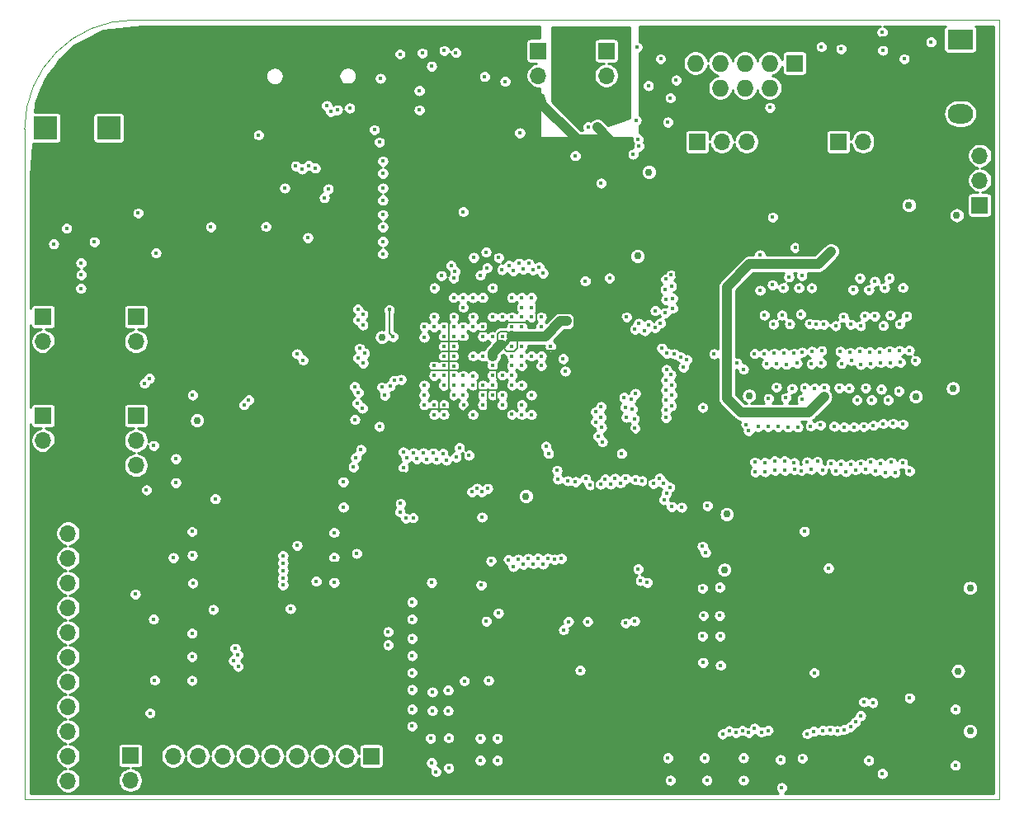
<source format=gbr>
G04 #@! TF.GenerationSoftware,KiCad,Pcbnew,(5.1.6)-1*
G04 #@! TF.CreationDate,2021-06-05T12:15:53+01:00*
G04 #@! TF.ProjectId,blit-cpu-mk3,626c6974-2d63-4707-952d-6d6b332e6b69,3.00*
G04 #@! TF.SameCoordinates,Original*
G04 #@! TF.FileFunction,Copper,L3,Inr*
G04 #@! TF.FilePolarity,Positive*
%FSLAX46Y46*%
G04 Gerber Fmt 4.6, Leading zero omitted, Abs format (unit mm)*
G04 Created by KiCad (PCBNEW (5.1.6)-1) date 2021-06-05 12:15:53*
%MOMM*%
%LPD*%
G01*
G04 APERTURE LIST*
G04 #@! TA.AperFunction,Profile*
%ADD10C,0.050000*%
G04 #@! TD*
G04 #@! TA.AperFunction,ViaPad*
%ADD11R,1.700000X1.700000*%
G04 #@! TD*
G04 #@! TA.AperFunction,ViaPad*
%ADD12O,1.700000X1.700000*%
G04 #@! TD*
G04 #@! TA.AperFunction,ViaPad*
%ADD13O,1.500000X2.000000*%
G04 #@! TD*
G04 #@! TA.AperFunction,ViaPad*
%ADD14R,2.400000X2.400000*%
G04 #@! TD*
G04 #@! TA.AperFunction,ViaPad*
%ADD15C,2.400000*%
G04 #@! TD*
G04 #@! TA.AperFunction,ViaPad*
%ADD16R,1.727200X1.727200*%
G04 #@! TD*
G04 #@! TA.AperFunction,ViaPad*
%ADD17O,1.727200X1.727200*%
G04 #@! TD*
G04 #@! TA.AperFunction,ViaPad*
%ADD18O,2.600000X2.000000*%
G04 #@! TD*
G04 #@! TA.AperFunction,ViaPad*
%ADD19R,2.600000X2.000000*%
G04 #@! TD*
G04 #@! TA.AperFunction,ViaPad*
%ADD20C,0.450000*%
G04 #@! TD*
G04 #@! TA.AperFunction,ViaPad*
%ADD21C,0.762000*%
G04 #@! TD*
G04 #@! TA.AperFunction,Conductor*
%ADD22C,1.000000*%
G04 #@! TD*
G04 #@! TA.AperFunction,Conductor*
%ADD23C,0.200000*%
G04 #@! TD*
G04 #@! TA.AperFunction,Conductor*
%ADD24C,0.400000*%
G04 #@! TD*
G04 #@! TA.AperFunction,Conductor*
%ADD25C,0.254000*%
G04 #@! TD*
G04 APERTURE END LIST*
D10*
X122000000Y-102000000D02*
X87000000Y-102000000D01*
X122000000Y-22000000D02*
X122000000Y-102000000D01*
X33200000Y-22000000D02*
X122000000Y-22000000D01*
X22000000Y-102000000D02*
X22000000Y-33200000D01*
X22000000Y-33200000D02*
G75*
G02*
X33200000Y-22000000I11200000J0D01*
G01*
X22000000Y-102000000D02*
X87000000Y-102000000D01*
D11*
X32850000Y-97500000D03*
D12*
X32850000Y-100040000D03*
D11*
X91000000Y-34500000D03*
D12*
X93540000Y-34500000D03*
X96080000Y-34500000D03*
X98620000Y-34500000D03*
D13*
X56825000Y-24050000D03*
X45975000Y-24050000D03*
X45975000Y-28550000D03*
X56825000Y-28550000D03*
D11*
X120000000Y-41000000D03*
D12*
X120000000Y-38460000D03*
X120000000Y-35920000D03*
D11*
X23905000Y-74695000D03*
D12*
X26445000Y-74695000D03*
X23905000Y-77235000D03*
X26445000Y-77235000D03*
X23905000Y-79775000D03*
X26445000Y-79775000D03*
X23905000Y-82315000D03*
X26445000Y-82315000D03*
X23905000Y-84855000D03*
X26445000Y-84855000D03*
X23905000Y-87395000D03*
X26445000Y-87395000D03*
X23905000Y-89935000D03*
X26445000Y-89935000D03*
X23905000Y-92475000D03*
X26445000Y-92475000D03*
X23905000Y-95015000D03*
X26445000Y-95015000D03*
X23905000Y-97555000D03*
X26445000Y-97555000D03*
X23905000Y-100095000D03*
X26445000Y-100095000D03*
D11*
X33430000Y-52470000D03*
D12*
X33430000Y-55010000D03*
D11*
X33430000Y-62630000D03*
D12*
X33430000Y-65170000D03*
X33430000Y-67710000D03*
D11*
X23905000Y-52470000D03*
D12*
X23905000Y-55010000D03*
X23905000Y-57550000D03*
D11*
X23905000Y-62630000D03*
D12*
X23905000Y-65170000D03*
X23905000Y-67710000D03*
D14*
X24125000Y-33075000D03*
X30625000Y-33075000D03*
D15*
X35625000Y-33075000D03*
D12*
X81690000Y-30245000D03*
X81690000Y-27705000D03*
D11*
X81690000Y-25165000D03*
D12*
X74705000Y-30245000D03*
X74705000Y-27705000D03*
D11*
X74705000Y-25165000D03*
D16*
X101000000Y-26435000D03*
D17*
X101000000Y-28975000D03*
X98460000Y-26435000D03*
X98460000Y-28975000D03*
X95920000Y-26435000D03*
X95920000Y-28975000D03*
X93380000Y-26435000D03*
X93380000Y-28975000D03*
X90840000Y-26435000D03*
X90840000Y-28975000D03*
D11*
X105500000Y-34500000D03*
D12*
X108040000Y-34500000D03*
D11*
X57560000Y-97555000D03*
D12*
X57560000Y-100095000D03*
X55020000Y-97555000D03*
X55020000Y-100095000D03*
X52480000Y-97555000D03*
X52480000Y-100095000D03*
X49940000Y-97555000D03*
X49940000Y-100095000D03*
X47400000Y-97555000D03*
X47400000Y-100095000D03*
X44860000Y-97555000D03*
X44860000Y-100095000D03*
X42320000Y-97555000D03*
X42320000Y-100095000D03*
X39780000Y-97555000D03*
X39780000Y-100095000D03*
X37240000Y-97555000D03*
X37240000Y-100095000D03*
D18*
X118000000Y-31620000D03*
X118000000Y-29080000D03*
X118000000Y-26540000D03*
D19*
X118000000Y-24000000D03*
D20*
X49950000Y-75950000D03*
X70600000Y-82900000D03*
X46750000Y-43200000D03*
X46000000Y-33800000D03*
X53150000Y-39350000D03*
X65050000Y-25150000D03*
X41555032Y-71150000D03*
D21*
X119000000Y-95000000D03*
D20*
X105200000Y-53400000D03*
X105770000Y-24980000D03*
X98460000Y-30990000D03*
X49259242Y-82429990D03*
D21*
X119000000Y-80300000D03*
D20*
X69860000Y-77550000D03*
D21*
X86060000Y-37610000D03*
X94040000Y-60860000D03*
D20*
X104020000Y-60700000D03*
D21*
X94040000Y-72740000D03*
D20*
X79510000Y-48790000D03*
D21*
X58670000Y-54570000D03*
D20*
X84948694Y-78350050D03*
D21*
X84887428Y-46241009D03*
X73435000Y-70885000D03*
D20*
X33650000Y-41830000D03*
X26295000Y-43380000D03*
X82000000Y-48500000D03*
X91573312Y-61783312D03*
X58505000Y-28000000D03*
X63749994Y-26750000D03*
X71300000Y-28300000D03*
X86000000Y-28750000D03*
X88000000Y-32500000D03*
X104750000Y-45750000D03*
X108600000Y-98000000D03*
D21*
X93796847Y-78433153D03*
D20*
X101800028Y-97799998D03*
X57875000Y-33280010D03*
X78500000Y-35940000D03*
X48686374Y-39263626D03*
X71000000Y-61500000D03*
X67015360Y-61512804D03*
X65005413Y-59505421D03*
X64999994Y-54500000D03*
X73000000Y-53500000D03*
X71000000Y-52500000D03*
X83250000Y-66500000D03*
X69376080Y-83727240D03*
X68842345Y-80002452D03*
X68750000Y-95750000D03*
X68750000Y-97999996D03*
X70500000Y-98000000D03*
X70500000Y-95750000D03*
X61000000Y-48500000D03*
X65000000Y-51500000D03*
X43500000Y-89750000D03*
X41550000Y-78350000D03*
X33400000Y-78350000D03*
X33450000Y-71900000D03*
X56600000Y-31950000D03*
X49200000Y-37350000D03*
X55700000Y-69450000D03*
X50950000Y-68600000D03*
X51250000Y-78100000D03*
X58180000Y-24020000D03*
X90930000Y-37120000D03*
X88910000Y-37210000D03*
X71280000Y-69100000D03*
X65770000Y-76610000D03*
X81820000Y-79720000D03*
X83100000Y-93690000D03*
X81490000Y-93920000D03*
X83100000Y-95470000D03*
X81400000Y-95470000D03*
X66456657Y-69909942D03*
X64613800Y-45399607D03*
X90934250Y-39774968D03*
X111500000Y-99000000D03*
X116450000Y-94550000D03*
X104590000Y-52310000D03*
X105300000Y-60900000D03*
X86478329Y-34478329D03*
X109950000Y-24190000D03*
X102280000Y-91820000D03*
X99410000Y-91820000D03*
X93267357Y-89432591D03*
X80561558Y-69156729D03*
X89251450Y-53990146D03*
X67436963Y-48320000D03*
X85934847Y-78990209D03*
X70883335Y-77961345D03*
D21*
X116630000Y-75110000D03*
X119210000Y-69050000D03*
X117340000Y-63800001D03*
X119290000Y-57810000D03*
D20*
X105320000Y-75860000D03*
X101980000Y-45430000D03*
X103290000Y-45370000D03*
X101750000Y-42300000D03*
X103480000Y-42230000D03*
X98510000Y-37140000D03*
X98450000Y-39740000D03*
X96650000Y-39780000D03*
X108590000Y-40050000D03*
X106790000Y-39980000D03*
X108590000Y-37200000D03*
X106820000Y-37150000D03*
X109630000Y-31950000D03*
X83200000Y-42230000D03*
X81480000Y-42200000D03*
X81440000Y-44700000D03*
X83135000Y-44775000D03*
X89270000Y-48170000D03*
X60970055Y-63669930D03*
X47660000Y-35880000D03*
X50480000Y-40620000D03*
X78500009Y-61250132D03*
X92788666Y-53742613D03*
X104603388Y-64584509D03*
X92070000Y-96340000D03*
X42320000Y-51230000D03*
X49330000Y-50470000D03*
X51399998Y-28420000D03*
X52600000Y-28620060D03*
X50210001Y-28419999D03*
X49040000Y-28400000D03*
X47270000Y-28850000D03*
X98840000Y-95390000D03*
X86132389Y-68999619D03*
X63000000Y-62500000D03*
X39207988Y-71984084D03*
X83472440Y-48253748D03*
X41050000Y-93745000D03*
X79113931Y-78833931D03*
X60850000Y-68900000D03*
D21*
X117151010Y-52800001D03*
X119290000Y-47380000D03*
D20*
X83190000Y-98209979D03*
X116000000Y-99359990D03*
X81490000Y-98209979D03*
X96630000Y-37150000D03*
X88960000Y-39790000D03*
X70260000Y-25165000D03*
X83000000Y-53000000D03*
X71149000Y-37103000D03*
X73181000Y-36976000D03*
X71149002Y-39897000D03*
X73050006Y-39950000D03*
X90573236Y-60473236D03*
X48260000Y-67980000D03*
X48260000Y-57010000D03*
X44210000Y-53810000D03*
X35625000Y-40585000D03*
X83410000Y-58839945D03*
X26445000Y-49545000D03*
X65750000Y-27000018D03*
X71800000Y-32000000D03*
X71823420Y-32905911D03*
X86500000Y-32750000D03*
X103970000Y-72750000D03*
X105250000Y-97330012D03*
X111400004Y-93400000D03*
X101000000Y-95400000D03*
X49145067Y-89395067D03*
X59000000Y-73250000D03*
X49250000Y-44500000D03*
X45000000Y-43900000D03*
X59830000Y-32750000D03*
X82944979Y-88390000D03*
X82000000Y-83750002D03*
X81500000Y-86000000D03*
X82408728Y-89938736D03*
X82655815Y-83766360D03*
X81315024Y-88500000D03*
X80750000Y-33000000D03*
X72000000Y-61500000D03*
X70000000Y-62500000D03*
X76000000Y-61500000D03*
X66000000Y-61500000D03*
X75000000Y-60500000D03*
X63995402Y-59500000D03*
X62995409Y-58504603D03*
X69000010Y-58500000D03*
X74000000Y-57500000D03*
X71000000Y-57500000D03*
X66999997Y-57489997D03*
X71000000Y-56499994D03*
X75000000Y-55500000D03*
X67000000Y-55500000D03*
X60500000Y-54500000D03*
X64000000Y-54500000D03*
X68000000Y-54500000D03*
X73999975Y-53499981D03*
X68999994Y-52499994D03*
X63000000Y-51500000D03*
X70000000Y-50500000D03*
X75000002Y-50500008D03*
X77250000Y-49500000D03*
X65000000Y-49500000D03*
X77250000Y-55499979D03*
X77250000Y-64499979D03*
X34300000Y-85250000D03*
X35335000Y-98190000D03*
X64670795Y-41797207D03*
X65350002Y-43010000D03*
X62031801Y-45418199D03*
X62075000Y-42625000D03*
X62115198Y-39834802D03*
X62100000Y-37150000D03*
X78250000Y-39750000D03*
X76249990Y-39818199D03*
X76250000Y-37000000D03*
X78250000Y-36999996D03*
X41100000Y-43250000D03*
X65450000Y-92900000D03*
X65450000Y-90800000D03*
X65500000Y-95700000D03*
X65500000Y-98804990D03*
X93325000Y-80225000D03*
X91550000Y-80350000D03*
X91650000Y-83150000D03*
X93300000Y-83150000D03*
X93350000Y-85250000D03*
X93400000Y-88250000D03*
X91550000Y-85250000D03*
X91598555Y-87964362D03*
D21*
X117770000Y-88830000D03*
D20*
X109020000Y-92080000D03*
X63650002Y-95750000D03*
X56069924Y-76764500D03*
X112250000Y-26000000D03*
X103000000Y-89000000D03*
X63828611Y-92900000D03*
X63828611Y-90980412D03*
X34500000Y-70250000D03*
X52750000Y-40250000D03*
X41350000Y-82525010D03*
X63750000Y-98250000D03*
X24970000Y-44990000D03*
X84432096Y-35792096D03*
X84745620Y-32304940D03*
X84842140Y-24819560D03*
X67003315Y-53503319D03*
X58750000Y-46000000D03*
X66023009Y-53494991D03*
X58750000Y-44750000D03*
X68000000Y-53500000D03*
X58750000Y-43250000D03*
X68000000Y-52500004D03*
X58750000Y-42000000D03*
X66000000Y-50500000D03*
X58750000Y-40500000D03*
X64036332Y-49510110D03*
X58750000Y-39250000D03*
X67000000Y-50500000D03*
X58750000Y-37750000D03*
X67003380Y-51496624D03*
X58750000Y-36500000D03*
X76600000Y-26000000D03*
X76600000Y-29800000D03*
X35467617Y-45907617D03*
X48500000Y-78500000D03*
X43900000Y-88350000D03*
X43450000Y-87750000D03*
X48475858Y-79284468D03*
X43867609Y-87175788D03*
X43588911Y-86522761D03*
X48500000Y-80000000D03*
X53750000Y-79750000D03*
X39240000Y-60494990D03*
X51910000Y-79610000D03*
D21*
X39700000Y-63100000D03*
D20*
X53750000Y-77155982D03*
X35250000Y-65700000D03*
X53750000Y-74615978D03*
X37500000Y-67040000D03*
X54710002Y-72010000D03*
X37500000Y-69500000D03*
X54685837Y-69420009D03*
X39160000Y-74520000D03*
X55728014Y-67900000D03*
X39207988Y-76959999D03*
X55980653Y-66930653D03*
X37250000Y-77200000D03*
X49940000Y-56280000D03*
X39250000Y-79820000D03*
X35224974Y-83500000D03*
X48500000Y-77749994D03*
X39160000Y-84950000D03*
X48500000Y-77000000D03*
X39160000Y-87360000D03*
X35340000Y-89770000D03*
X51050004Y-44350000D03*
X39162639Y-89794979D03*
X68071976Y-46380342D03*
X68999183Y-53500000D03*
X68746985Y-48193037D03*
X98755519Y-42250066D03*
X91538265Y-76031735D03*
X91868871Y-76660079D03*
X67000000Y-41680000D03*
X85879695Y-79746861D03*
X79000000Y-88750000D03*
X85193945Y-79559442D03*
X79750000Y-83750000D03*
X77300000Y-84600000D03*
X84585809Y-83700012D03*
X77800000Y-83750000D03*
X83665826Y-83905816D03*
X75667922Y-77279525D03*
X61750000Y-94500000D03*
X75192231Y-77865204D03*
X61749996Y-92750000D03*
X74657911Y-77253544D03*
X61750000Y-90750000D03*
X74182219Y-77827643D03*
X61750000Y-89000000D03*
X73647900Y-77285945D03*
X61750000Y-87250000D03*
X73166563Y-77875106D03*
X61750000Y-85500004D03*
X72637889Y-77354866D03*
X61750000Y-83500000D03*
X72130951Y-78113042D03*
X61750000Y-81750000D03*
X71627878Y-77404052D03*
X63750000Y-79749994D03*
X88850057Y-28181754D03*
X75008495Y-56500000D03*
X77252224Y-56773008D03*
X77476354Y-58046655D03*
X75000000Y-57500000D03*
X102000000Y-74500000D03*
X45000000Y-61000000D03*
X60570000Y-71640000D03*
X92050000Y-71880000D03*
X27810002Y-48170000D03*
X34794100Y-58790093D03*
X110045226Y-25120010D03*
X109990000Y-23259990D03*
X88250000Y-30000000D03*
X103750000Y-24750000D03*
X70000000Y-49500000D03*
X88000000Y-97750000D03*
X91750000Y-97750000D03*
X95750000Y-97750000D03*
X99543607Y-97934590D03*
X115000000Y-24250000D03*
X58400000Y-34550000D03*
X64750000Y-48250000D03*
X62500000Y-31250000D03*
X66000000Y-48526705D03*
X66141547Y-47832752D03*
X62500000Y-29250000D03*
X62800000Y-25400000D03*
X65750000Y-47200000D03*
X69200000Y-27800000D03*
X60500000Y-25500000D03*
X105805341Y-57264016D03*
X84620000Y-63933154D03*
X104757407Y-67558786D03*
X105050078Y-63716030D03*
X106750000Y-53250004D03*
X60850000Y-67969990D03*
X64214800Y-99165000D03*
X105584967Y-59766528D03*
X105205360Y-68280246D03*
X83750597Y-62785052D03*
X105690010Y-56029783D03*
X105995000Y-52500000D03*
X82106776Y-69640009D03*
X87142400Y-69025790D03*
X56197946Y-52797946D03*
X65000000Y-53500006D03*
X112115055Y-49463987D03*
X111700000Y-60100000D03*
X112800000Y-68300000D03*
X112760093Y-55909201D03*
X70629999Y-46398653D03*
X81078237Y-69658165D03*
X88186973Y-69967477D03*
X106073917Y-94846920D03*
X69000000Y-61500000D03*
X68900000Y-70449990D03*
X84619662Y-53751495D03*
X74000000Y-52500000D03*
X107775000Y-93419998D03*
X73000000Y-62500000D03*
X103739990Y-57197249D03*
X81121288Y-62780012D03*
X103335468Y-67317219D03*
X103655512Y-63586301D03*
X103249992Y-53250000D03*
X98295967Y-94933771D03*
X64262251Y-67113582D03*
X112500000Y-52400000D03*
X113404244Y-56972189D03*
X112075788Y-67486208D03*
X84657904Y-60332096D03*
X87810000Y-62820000D03*
X80840000Y-64730000D03*
X112120158Y-63500000D03*
X66273940Y-66868218D03*
X67000000Y-59500000D03*
X69500000Y-70100000D03*
X106723334Y-94559910D03*
X68999998Y-59500000D03*
X56500000Y-66099992D03*
X55879943Y-63020207D03*
X64000000Y-58500000D03*
X94282764Y-94977934D03*
X61191497Y-66969795D03*
X66993605Y-58506391D03*
X71691009Y-47200645D03*
X88339990Y-48180379D03*
X88350000Y-59469977D03*
X101789013Y-60938282D03*
X100950000Y-56230000D03*
X101015633Y-68151829D03*
X92739000Y-56280000D03*
X95087652Y-57231652D03*
X101439978Y-49506188D03*
X74000000Y-56500000D03*
X56700000Y-53300000D03*
X62992779Y-54574997D03*
X100100000Y-60800000D03*
X98919976Y-56218664D03*
X87845462Y-57884554D03*
X98995609Y-68249862D03*
X99829944Y-49499996D03*
X75960726Y-55500000D03*
X109223793Y-48825346D03*
X108894990Y-61000000D03*
X109730058Y-56096524D03*
X88648066Y-56280022D03*
X109279169Y-68291068D03*
X83666154Y-69078633D03*
X84676165Y-69189012D03*
X64000000Y-52500000D03*
X59800000Y-54530010D03*
X59410000Y-51744990D03*
X73000012Y-61500000D03*
X63999990Y-61500000D03*
X73000000Y-52487111D03*
X77721250Y-69321250D03*
X89400000Y-72030000D03*
X61880337Y-66440440D03*
X64000000Y-62500000D03*
X94967087Y-95167191D03*
D21*
X117250000Y-59810000D03*
X113430000Y-60670000D03*
X96328157Y-60581843D03*
D20*
X66000000Y-60500000D03*
X73986833Y-60513167D03*
X66000004Y-52499996D03*
X72000000Y-53500000D03*
X80018226Y-69731807D03*
X87850805Y-70594073D03*
X86020026Y-53288032D03*
X74000000Y-50499994D03*
X97464957Y-49763116D03*
X96899952Y-56252766D03*
X96975585Y-68412397D03*
X98332096Y-60867904D03*
X70982449Y-47637382D03*
X97438000Y-46120000D03*
X78520971Y-69406779D03*
X88380000Y-71960000D03*
X55855715Y-59651276D03*
X65998970Y-56501036D03*
X58650000Y-59700000D03*
X88249994Y-100055021D03*
X62995016Y-60494990D03*
X103880000Y-94930000D03*
X67583962Y-66680107D03*
X68000000Y-62500000D03*
X56364769Y-55714778D03*
X66000000Y-54500000D03*
X87748733Y-52058623D03*
X75191467Y-47989274D03*
X87766054Y-48611267D03*
X72134613Y-47755021D03*
X56208242Y-56724790D03*
X66000000Y-55500000D03*
X100500000Y-53200000D03*
X100186202Y-57352077D03*
X88358220Y-61597545D03*
X99952539Y-67271501D03*
X100325466Y-63788024D03*
X72002204Y-57502196D03*
X107241795Y-94074817D03*
X71996423Y-62496417D03*
D21*
X117640000Y-42050000D03*
X112730000Y-41020000D03*
D20*
X81150000Y-38750000D03*
X77670000Y-52930000D03*
X71000000Y-58500000D03*
X70000000Y-57500000D03*
X70000000Y-56500000D03*
X68990000Y-56500000D03*
X68000000Y-56500000D03*
X67010000Y-54500000D03*
X99129913Y-59700000D03*
X97909964Y-56253463D03*
X88300000Y-58430000D03*
X97985597Y-68383736D03*
X98728964Y-49193157D03*
X73000000Y-55500000D03*
X107794990Y-57360670D03*
X87808674Y-58976408D03*
X106803805Y-67615091D03*
X107070102Y-63779780D03*
X108204977Y-52394823D03*
X72000000Y-55500000D03*
X59915681Y-59004936D03*
X95750000Y-100055021D03*
X63000021Y-59500029D03*
X108290723Y-59783425D03*
X108720046Y-56071179D03*
X108269158Y-68133369D03*
X89298324Y-56580033D03*
X108615044Y-49699996D03*
X71000000Y-54500000D03*
X111800000Y-53200000D03*
X111862401Y-57160879D03*
X110900000Y-67400000D03*
X83620000Y-61760000D03*
X111110147Y-63427580D03*
X56653506Y-61853506D03*
X66000000Y-57503535D03*
X66250000Y-25350000D03*
X68000622Y-50500618D03*
X99700000Y-52300000D03*
X98935282Y-67265010D03*
X99176190Y-57321969D03*
X87828274Y-61010023D03*
X99315455Y-63743086D03*
X73000000Y-57500000D03*
X106811263Y-56957464D03*
X81180000Y-63850011D03*
X105767418Y-67601833D03*
X106060090Y-63794957D03*
X107760013Y-53399471D03*
X87733434Y-49699796D03*
X73144625Y-47582445D03*
X67100000Y-89850000D03*
X76702653Y-69147347D03*
X76371735Y-77373144D03*
X95636022Y-94929193D03*
X62242227Y-67052063D03*
X107694990Y-48499996D03*
X107400000Y-61000000D03*
X107710034Y-56017351D03*
X107258862Y-68181269D03*
X89943424Y-56880044D03*
X69999783Y-54500223D03*
X104668678Y-94907262D03*
X68000000Y-58544512D03*
X67889989Y-70449990D03*
X93599996Y-95300000D03*
X60836752Y-66354756D03*
X102965016Y-95025043D03*
X65272263Y-67201988D03*
X56700000Y-52250000D03*
X63024592Y-53500006D03*
X103769990Y-55962690D03*
X104071577Y-59771421D03*
X80590000Y-63260000D03*
X103845337Y-68204663D03*
X104000000Y-53250000D03*
X110852389Y-57207534D03*
X84339992Y-61913131D03*
X109833838Y-67500000D03*
X110100136Y-63434380D03*
X110825021Y-52301226D03*
X106594979Y-59800000D03*
X84543737Y-62923143D03*
X106700022Y-56143229D03*
X106240011Y-68381355D03*
X107005010Y-49695445D03*
X85637184Y-53895235D03*
X73000000Y-51500000D03*
X87791403Y-50709808D03*
X74154636Y-47676317D03*
X79551547Y-69092432D03*
X87596543Y-71256996D03*
X83116787Y-69528425D03*
X85374002Y-69319933D03*
X56234902Y-60251554D03*
X65000000Y-57500002D03*
X103059979Y-59800000D03*
X102759978Y-56033473D03*
X80570000Y-62240000D03*
X102728000Y-68132161D03*
X102750000Y-49500000D03*
X81571569Y-69127205D03*
X87580080Y-69584855D03*
X102729978Y-57300000D03*
X81140000Y-61700000D03*
X102272584Y-67364866D03*
X102645500Y-63685703D03*
X102543405Y-53180419D03*
X75000000Y-52500000D03*
X83750000Y-52500000D03*
X56177572Y-51679324D03*
X64000000Y-53500000D03*
X56719359Y-57226837D03*
X65000000Y-56500000D03*
X97925270Y-67409175D03*
X98831995Y-53224968D03*
X98134394Y-57318958D03*
X88410000Y-60479988D03*
X98267616Y-63741748D03*
X72000018Y-56500010D03*
X60619990Y-58915127D03*
X99682028Y-100817972D03*
X65000000Y-58500000D03*
X102049968Y-59759436D03*
X101749966Y-56100000D03*
X81283541Y-65294426D03*
X101717989Y-68255817D03*
X96280000Y-64170000D03*
X101750000Y-48250000D03*
X69600000Y-89800000D03*
X77076650Y-77288223D03*
X76615988Y-68250000D03*
X101250314Y-57244506D03*
X100962558Y-67443238D03*
X101335478Y-63784392D03*
X101638958Y-52198991D03*
X73010011Y-59500000D03*
X87792072Y-62047555D03*
X97900000Y-52300000D03*
X96915249Y-67400000D03*
X95755481Y-57844305D03*
X87796177Y-60000013D03*
X97257605Y-63749604D03*
X73000000Y-56500000D03*
X110710649Y-48496456D03*
X110600000Y-61000000D03*
X111304013Y-68451953D03*
X111750082Y-55930898D03*
X87376723Y-55692311D03*
X75000000Y-53500000D03*
X88489991Y-51590008D03*
X74792796Y-47365079D03*
X64910370Y-66495662D03*
X102290000Y-95270000D03*
X66999968Y-60500000D03*
X100739946Y-59836794D03*
X100416571Y-48382364D03*
X99929988Y-56183347D03*
X100005621Y-68241296D03*
X89590696Y-57652217D03*
X69000000Y-54500002D03*
X109900757Y-59899553D03*
X110740070Y-55975531D03*
X87873113Y-56199967D03*
X110289180Y-68494384D03*
X110225078Y-49500000D03*
X82581581Y-69061873D03*
X86516007Y-69597075D03*
X59497843Y-59578981D03*
X92000000Y-100055021D03*
X65999998Y-58499996D03*
X68000000Y-59500000D03*
X66600000Y-65900000D03*
X108110000Y-92010000D03*
X74000000Y-62500000D03*
X108832365Y-57279050D03*
X84235945Y-60903119D03*
X107813816Y-67571256D03*
X108080114Y-63744053D03*
X109214988Y-52400000D03*
X105375486Y-94974636D03*
X68999993Y-60499997D03*
X68426374Y-70081625D03*
X86668219Y-53577795D03*
X73000000Y-50500000D03*
X62890348Y-66429305D03*
X96304648Y-95168058D03*
X65000000Y-61500000D03*
X63900359Y-66460047D03*
X97607866Y-95108794D03*
X65010011Y-62500000D03*
X56866828Y-56216826D03*
X65000000Y-55500000D03*
X85010014Y-53143892D03*
X74000000Y-51500000D03*
X88486984Y-50567386D03*
X73711032Y-46999961D03*
X96890001Y-94730000D03*
X63252239Y-67081387D03*
X88370002Y-49310000D03*
X72701020Y-46984328D03*
X56123303Y-61381276D03*
X64000000Y-57500000D03*
X110105010Y-53378210D03*
X109842377Y-57171157D03*
X83500510Y-60749989D03*
X108823827Y-67404255D03*
X109090125Y-63622063D03*
X87218984Y-53129717D03*
X72000000Y-50500000D03*
X52991580Y-30795587D03*
X49813293Y-36992246D03*
X53396670Y-31418182D03*
X50452547Y-37301231D03*
X51150000Y-36950000D03*
X54083929Y-31239878D03*
X51812686Y-37204879D03*
X55350000Y-31050000D03*
X27780000Y-46930002D03*
X69449980Y-47434436D03*
X85035010Y-34969777D03*
X69343557Y-45820414D03*
X84958568Y-34235930D03*
X58950000Y-60550000D03*
X117500000Y-98500000D03*
X110000000Y-99359990D03*
X66000000Y-59489987D03*
X58390009Y-63720000D03*
X117500000Y-92750000D03*
X112800000Y-91600000D03*
X63000000Y-61500000D03*
X29145000Y-44785000D03*
X101049990Y-45366014D03*
X70000000Y-52500000D03*
X71995985Y-52504015D03*
X86698362Y-51838603D03*
X96007797Y-63514239D03*
X72000003Y-58500003D03*
X79820143Y-32983122D03*
X72800000Y-33600000D03*
X69000000Y-50500000D03*
X104480000Y-78280000D03*
X87250000Y-26000000D03*
X50575000Y-56915000D03*
X72000000Y-59500000D03*
X44497946Y-61505010D03*
X60500000Y-72500000D03*
X27760000Y-49550000D03*
X34292046Y-59292147D03*
X68927285Y-73044891D03*
X69995000Y-58500000D03*
X61850000Y-73100000D03*
X59300000Y-86150000D03*
X34850000Y-93150000D03*
X70000000Y-59500000D03*
X75481512Y-65768488D03*
X71000000Y-60500000D03*
X75749998Y-66499998D03*
X70000000Y-60500000D03*
X61100000Y-73150000D03*
X59300000Y-84800000D03*
X33350000Y-80950000D03*
D22*
X94319999Y-61139999D02*
X94359999Y-61139999D01*
X94040000Y-60860000D02*
X94319999Y-61139999D01*
X94359999Y-61139999D02*
X95510000Y-62290000D01*
X102430000Y-62290000D02*
X104020000Y-60700000D01*
X95510000Y-62290000D02*
X102430000Y-62290000D01*
X103430000Y-47070000D02*
X104750000Y-45750000D01*
X94040000Y-49400000D02*
X96370000Y-47070000D01*
X96370000Y-47070000D02*
X103430000Y-47070000D01*
X94040000Y-60860000D02*
X94040000Y-49400000D01*
D23*
X56825000Y-27350000D02*
X56825000Y-24050000D01*
X56825000Y-28550000D02*
X56825000Y-27350000D01*
X45975000Y-28550000D02*
X45975000Y-24050000D01*
X33400000Y-78350000D02*
X33400000Y-71950000D01*
X33400000Y-71950000D02*
X33450000Y-71900000D01*
X45975000Y-28925000D02*
X45975000Y-28550000D01*
X41825000Y-33075000D02*
X45975000Y-28925000D01*
X35625000Y-33075000D02*
X41825000Y-33075000D01*
X56600000Y-28775000D02*
X56825000Y-28550000D01*
X56600000Y-31950000D02*
X56600000Y-28775000D01*
X56825000Y-24050000D02*
X58150000Y-24050000D01*
X58150000Y-24050000D02*
X58180000Y-24020000D01*
X81490000Y-95380000D02*
X81400000Y-95470000D01*
X81490000Y-93920000D02*
X81490000Y-95380000D01*
X83100000Y-93690000D02*
X83100000Y-95470000D01*
X66736656Y-69629943D02*
X66456657Y-69909942D01*
X64333801Y-45679606D02*
X64613800Y-45399607D01*
X61000000Y-48500000D02*
X61513407Y-48500000D01*
X61513407Y-48500000D02*
X64333801Y-45679606D01*
X90050000Y-92650000D02*
X98580000Y-92650000D01*
X98580000Y-92650000D02*
X99410000Y-91820000D01*
X99410000Y-91820000D02*
X102280000Y-91820000D01*
X92987358Y-89712590D02*
X93267357Y-89432591D01*
X90050000Y-92649948D02*
X92987358Y-89712590D01*
X90050000Y-92650000D02*
X90050000Y-92649948D01*
X81458511Y-68259776D02*
X80841557Y-68876730D01*
X81458511Y-68124377D02*
X81458511Y-68259776D01*
X80841557Y-68876730D02*
X80561558Y-69156729D01*
D22*
X119210000Y-73260000D02*
X119210000Y-69050000D01*
X116630000Y-75110000D02*
X117360000Y-75110000D01*
X117360000Y-75110000D02*
X119210000Y-73260000D01*
X119290000Y-61850001D02*
X117340000Y-63800001D01*
X119290000Y-57810000D02*
X119290000Y-61850001D01*
X117340000Y-67180000D02*
X119210000Y-69050000D01*
X106070000Y-75110000D02*
X105320000Y-75860000D01*
X116630000Y-75110000D02*
X106070000Y-75110000D01*
X117340000Y-63800001D02*
X117340000Y-63930000D01*
X117340000Y-63930000D02*
X117340000Y-67180000D01*
X105300000Y-60900000D02*
X105300000Y-61295979D01*
X105300000Y-61295979D02*
X106214021Y-62210000D01*
X115749999Y-62210000D02*
X117340000Y-63800001D01*
X106214021Y-62210000D02*
X115749999Y-62210000D01*
D23*
X103230000Y-45430000D02*
X103290000Y-45370000D01*
X101820000Y-42230000D02*
X101750000Y-42300000D01*
X106870000Y-37200000D02*
X106820000Y-37150000D01*
X106820000Y-39950000D02*
X106790000Y-39980000D01*
X108520000Y-39980000D02*
X108590000Y-40050000D01*
X98520000Y-37150000D02*
X98510000Y-37140000D01*
X81510000Y-42230000D02*
X81480000Y-42200000D01*
X89251450Y-48188550D02*
X89270000Y-48170000D01*
X49130000Y-37350000D02*
X49200000Y-37350000D01*
X47660000Y-35880000D02*
X49130000Y-37350000D01*
X49290000Y-40620000D02*
X49200000Y-40530000D01*
X50480000Y-40620000D02*
X49290000Y-40620000D01*
X76580000Y-58881397D02*
X76580000Y-56110000D01*
X76580000Y-56110000D02*
X76940001Y-55749999D01*
X75248973Y-60212424D02*
X76580000Y-58881397D01*
D22*
X116405492Y-64864508D02*
X104883387Y-64864508D01*
X104883387Y-64864508D02*
X104603388Y-64584509D01*
X117340000Y-63930000D02*
X116405492Y-64864508D01*
D23*
X92070000Y-90629948D02*
X92987358Y-89712590D01*
X92070000Y-96340000D02*
X92070000Y-90629948D01*
X43080000Y-50470000D02*
X48934021Y-50470000D01*
X48934021Y-50470000D02*
X49330000Y-50470000D01*
X42320000Y-51230000D02*
X43080000Y-50470000D01*
X49200000Y-40530000D02*
X49200000Y-44000002D01*
X49200000Y-44000002D02*
X49320000Y-44120002D01*
X56825000Y-28550000D02*
X52670060Y-28550000D01*
X52670060Y-28550000D02*
X52600000Y-28620060D01*
X51399998Y-28420000D02*
X52399940Y-28420000D01*
X52399940Y-28420000D02*
X52600000Y-28620060D01*
X51399998Y-28420000D02*
X50605980Y-28419999D01*
X50605980Y-28419999D02*
X50210001Y-28419999D01*
X50210001Y-28419999D02*
X49059999Y-28419999D01*
X49059999Y-28419999D02*
X49040000Y-28400000D01*
X49200000Y-28560000D02*
X49040000Y-28400000D01*
X49200000Y-37350000D02*
X49200000Y-28560000D01*
X45975000Y-28550000D02*
X46970000Y-28550000D01*
X49040000Y-28400000D02*
X48590000Y-28850000D01*
X46990001Y-28570001D02*
X47270000Y-28850000D01*
X47665979Y-28850000D02*
X47270000Y-28850000D01*
X48590000Y-28850000D02*
X47665979Y-28850000D01*
X46970000Y-28550000D02*
X46990001Y-28570001D01*
X98930000Y-93000000D02*
X98580000Y-92650000D01*
X98930000Y-94850000D02*
X98930000Y-93000000D01*
X99119999Y-95039999D02*
X99085000Y-95005000D01*
X99119999Y-95110001D02*
X99119999Y-95039999D01*
X98840000Y-95390000D02*
X99119999Y-95110001D01*
X99085000Y-95005000D02*
X98930000Y-94850000D01*
X54850000Y-68600000D02*
X55420001Y-69170001D01*
X55420001Y-69170001D02*
X55700000Y-69450000D01*
X50950000Y-68600000D02*
X54850000Y-68600000D01*
X81458511Y-68124377D02*
X85257147Y-68124377D01*
X85257147Y-68124377D02*
X85852390Y-68719620D01*
X85852390Y-68719620D02*
X86132389Y-68999619D01*
X85934847Y-78990209D02*
X85934847Y-69197161D01*
X85934847Y-69197161D02*
X86132389Y-68999619D01*
X39123904Y-71900000D02*
X39207988Y-71984084D01*
X33450000Y-71900000D02*
X39123904Y-71900000D01*
X55700000Y-69450000D02*
X55420001Y-69729999D01*
X55789925Y-77750013D02*
X56069924Y-78030012D01*
X55420001Y-69729999D02*
X55420001Y-77380089D01*
X55420001Y-77380089D02*
X55789925Y-77750013D01*
D22*
X26445000Y-51835000D02*
X26445000Y-49545000D01*
X57560000Y-100095000D02*
X55020000Y-100095000D01*
X55020000Y-100095000D02*
X52480000Y-100095000D01*
X52480000Y-100095000D02*
X49940000Y-100095000D01*
X49940000Y-100095000D02*
X47400000Y-100095000D01*
X47400000Y-100095000D02*
X44860000Y-100095000D01*
X44860000Y-100095000D02*
X42320000Y-100095000D01*
X42320000Y-100095000D02*
X39780000Y-100095000D01*
X39780000Y-100095000D02*
X37240000Y-100095000D01*
X41050000Y-93745000D02*
X39780000Y-95015000D01*
X39780000Y-95015000D02*
X36605000Y-95015000D01*
X36605000Y-95015000D02*
X35335000Y-96285000D01*
X35335000Y-98190000D02*
X37240000Y-100095000D01*
X35335000Y-96285000D02*
X35335000Y-98190000D01*
X35335000Y-96285000D02*
X35335000Y-95015000D01*
X33450000Y-93130000D02*
X33450000Y-85140000D01*
X35335000Y-95015000D02*
X33450000Y-93130000D01*
X41050000Y-92200000D02*
X43500000Y-89750000D01*
X41050000Y-93745000D02*
X41050000Y-92200000D01*
X30255000Y-67710000D02*
X26445000Y-63900000D01*
X33450000Y-85140000D02*
X32247919Y-85140000D01*
X32247919Y-85140000D02*
X30255000Y-83147081D01*
X41550000Y-78350000D02*
X33400000Y-78350000D01*
X30735000Y-78350000D02*
X30255000Y-77870000D01*
X33400000Y-78350000D02*
X30735000Y-78350000D01*
X30255000Y-83147081D02*
X30255000Y-77870000D01*
X30255000Y-77870000D02*
X30255000Y-67710000D01*
X41550000Y-78350000D02*
X41550000Y-75465000D01*
X41550000Y-75465000D02*
X42955000Y-74060000D01*
X51845000Y-77505000D02*
X51250000Y-78100000D01*
X51845000Y-74060000D02*
X51845000Y-77505000D01*
X55999936Y-78100000D02*
X56069924Y-78030012D01*
X51250000Y-78100000D02*
X55999936Y-78100000D01*
X56069924Y-78030012D02*
X56349923Y-77750013D01*
X64664987Y-77715013D02*
X65770000Y-76610000D01*
X64664987Y-77750013D02*
X64664987Y-77715013D01*
X64664987Y-77750013D02*
X67600013Y-77750013D01*
X67600013Y-77750013D02*
X68990000Y-79140000D01*
D23*
X81820000Y-79720000D02*
X80933931Y-78833931D01*
X79393930Y-78553932D02*
X79113931Y-78833931D01*
X80548227Y-77399635D02*
X79393930Y-78553932D01*
X81458511Y-68124377D02*
X80548227Y-69034661D01*
X80548227Y-69034661D02*
X80548227Y-77399635D01*
X80933931Y-78833931D02*
X79509910Y-78833931D01*
D22*
X69704680Y-79140000D02*
X70883335Y-77961345D01*
X68990000Y-79140000D02*
X69704680Y-79140000D01*
D23*
X79509910Y-78833931D02*
X79113931Y-78833931D01*
D22*
X65770000Y-70596599D02*
X66456657Y-69909942D01*
X65770000Y-76610000D02*
X65770000Y-70596599D01*
X67266599Y-69100000D02*
X66456657Y-69909942D01*
X71280000Y-69100000D02*
X67266599Y-69100000D01*
X61859942Y-69909942D02*
X60850000Y-68900000D01*
X66456657Y-69909942D02*
X61859942Y-69909942D01*
X60970055Y-63669930D02*
X60330070Y-63669930D01*
X60330070Y-63669930D02*
X59465000Y-64535000D01*
X59465000Y-64535000D02*
X59465000Y-68345000D01*
X60020000Y-68900000D02*
X60850000Y-68900000D01*
X59465000Y-68345000D02*
X60020000Y-68900000D01*
X61828358Y-63669930D02*
X62979978Y-62518310D01*
X60970055Y-63669930D02*
X61828358Y-63669930D01*
X115231009Y-50880000D02*
X116770011Y-52419002D01*
X116770011Y-52419002D02*
X117151010Y-52800001D01*
X106020000Y-50880000D02*
X115231009Y-50880000D01*
X104590000Y-52310000D02*
X106020000Y-50880000D01*
X119290000Y-54938991D02*
X117151010Y-52800001D01*
X119290000Y-57810000D02*
X119290000Y-54938991D01*
X118350010Y-47760999D02*
X115231009Y-50880000D01*
X118909001Y-47760999D02*
X118350010Y-47760999D01*
X119290000Y-47380000D02*
X118909001Y-47760999D01*
D23*
X111500000Y-99000000D02*
X115640010Y-99000000D01*
X115640010Y-99000000D02*
X115720001Y-99079991D01*
X83190000Y-98209979D02*
X81490000Y-98209979D01*
X83100000Y-95470000D02*
X83100000Y-98119979D01*
X83100000Y-98119979D02*
X83190000Y-98209979D01*
X115720001Y-99079991D02*
X116000000Y-99359990D01*
D22*
X118000000Y-26540000D02*
X118000000Y-29080000D01*
X112500000Y-29080000D02*
X109630000Y-31950000D01*
X109950000Y-24190000D02*
X110345979Y-24190000D01*
X110345979Y-24190000D02*
X110375979Y-24220000D01*
X115700000Y-26540000D02*
X118000000Y-26540000D01*
X113380000Y-24220000D02*
X115700000Y-26540000D01*
X110375979Y-24220000D02*
X113380000Y-24220000D01*
X115550000Y-43640000D02*
X115550000Y-29080000D01*
X119290000Y-47380000D02*
X115550000Y-43640000D01*
X118000000Y-29080000D02*
X115550000Y-29080000D01*
X115550000Y-29080000D02*
X112500000Y-29080000D01*
X101000000Y-32120000D02*
X98620000Y-34500000D01*
X101000000Y-28975000D02*
X101000000Y-32120000D01*
X98620000Y-33297919D02*
X96592081Y-31270000D01*
X98620000Y-34500000D02*
X98620000Y-33297919D01*
X93135000Y-31270000D02*
X90840000Y-28975000D01*
X96592081Y-31270000D02*
X93135000Y-31270000D01*
X109630000Y-36160000D02*
X108590000Y-37200000D01*
X109630000Y-31950000D02*
X109630000Y-36160000D01*
X108590000Y-37200000D02*
X108590000Y-40050000D01*
X106860000Y-40050000D02*
X106790000Y-39980000D01*
X108590000Y-40050000D02*
X106860000Y-40050000D01*
X106790000Y-37180000D02*
X106820000Y-37150000D01*
X106790000Y-39980000D02*
X106790000Y-37180000D01*
X108540000Y-37150000D02*
X108590000Y-37200000D01*
X106820000Y-37150000D02*
X108540000Y-37150000D01*
X103410000Y-42300000D02*
X103480000Y-42230000D01*
X101750000Y-42300000D02*
X103410000Y-42300000D01*
X103480000Y-45180000D02*
X103290000Y-45370000D01*
X103480000Y-42230000D02*
X103480000Y-45180000D01*
X102040000Y-45370000D02*
X101980000Y-45430000D01*
X103290000Y-45370000D02*
X102040000Y-45370000D01*
X101980000Y-45430000D02*
X101980000Y-42530000D01*
X101980000Y-42530000D02*
X101750000Y-42300000D01*
X104540000Y-42230000D02*
X106790000Y-39980000D01*
X103480000Y-42230000D02*
X104540000Y-42230000D01*
D23*
X96640000Y-37140000D02*
X96630000Y-37150000D01*
D22*
X98500000Y-37150000D02*
X98510000Y-37140000D01*
X96630000Y-37150000D02*
X98500000Y-37150000D01*
X98510000Y-39680000D02*
X98450000Y-39740000D01*
X98510000Y-37140000D02*
X98510000Y-39680000D01*
X96690000Y-39740000D02*
X96650000Y-39780000D01*
X98450000Y-39740000D02*
X96690000Y-39740000D01*
X96650000Y-37170000D02*
X96630000Y-37150000D01*
X96650000Y-39780000D02*
X96650000Y-37170000D01*
X106810000Y-37140000D02*
X106820000Y-37150000D01*
X98510000Y-37140000D02*
X106810000Y-37140000D01*
X90840000Y-37210000D02*
X90930000Y-37120000D01*
X88910000Y-37210000D02*
X90840000Y-37210000D01*
X90930000Y-39770718D02*
X90934250Y-39774968D01*
X90930000Y-37120000D02*
X90930000Y-39770718D01*
X90934250Y-39774968D02*
X88975032Y-39774968D01*
X88975032Y-39774968D02*
X88960000Y-39790000D01*
X88960000Y-37260000D02*
X88910000Y-37210000D01*
X88960000Y-39790000D02*
X88960000Y-37260000D01*
X96600000Y-37120000D02*
X96630000Y-37150000D01*
X90930000Y-37120000D02*
X96600000Y-37120000D01*
X88960000Y-36960000D02*
X88960000Y-37260000D01*
X86478329Y-34478329D02*
X88960000Y-36960000D01*
X88960000Y-39790000D02*
X84440000Y-39790000D01*
X84440000Y-39790000D02*
X81972617Y-37322617D01*
D23*
X81399022Y-34470000D02*
X81576638Y-34292384D01*
D22*
X89270000Y-48170000D02*
X92000000Y-50900000D01*
X92000000Y-52953947D02*
X92788666Y-53742613D01*
X92000000Y-50900000D02*
X92000000Y-52953947D01*
X89531449Y-53368551D02*
X92000000Y-50900000D01*
X89531449Y-53710147D02*
X89531449Y-53368551D01*
X89251450Y-53990146D02*
X89531449Y-53710147D01*
X88971451Y-54270145D02*
X88729855Y-54270145D01*
X89251450Y-53990146D02*
X88971451Y-54270145D01*
X86930322Y-54762310D02*
X86692632Y-55000000D01*
X88237690Y-54762310D02*
X86930322Y-54762310D01*
X88729855Y-54270145D02*
X88237690Y-54762310D01*
X89270000Y-40100000D02*
X88960000Y-39790000D01*
X89270000Y-48170000D02*
X89270000Y-40100000D01*
X83000000Y-53000000D02*
X83000000Y-54000000D01*
X84000000Y-55000000D02*
X86692632Y-55000000D01*
X83000000Y-54000000D02*
X84000000Y-55000000D01*
X83472440Y-45112440D02*
X83135000Y-44775000D01*
X83472440Y-48253748D02*
X83472440Y-45112440D01*
X83135000Y-42295000D02*
X83200000Y-42230000D01*
X83135000Y-44775000D02*
X83135000Y-42295000D01*
X83170000Y-42200000D02*
X83200000Y-42230000D01*
X81480000Y-42200000D02*
X83170000Y-42200000D01*
X81480000Y-44660000D02*
X81440000Y-44700000D01*
X81480000Y-42200000D02*
X81480000Y-44660000D01*
X83060000Y-44700000D02*
X83135000Y-44775000D01*
X81440000Y-44700000D02*
X83060000Y-44700000D01*
X83200000Y-41030000D02*
X84440000Y-39790000D01*
X83200000Y-42230000D02*
X83200000Y-41030000D01*
X81520000Y-36870000D02*
X81972617Y-37322617D01*
X71202002Y-39950000D02*
X71149002Y-39897000D01*
X73050006Y-39950000D02*
X71202002Y-39950000D01*
X71149002Y-37103002D02*
X71149000Y-37103000D01*
X71149002Y-39897000D02*
X71149002Y-37103002D01*
X73181000Y-36976000D02*
X71276000Y-36976000D01*
X71276000Y-36976000D02*
X71149000Y-37103000D01*
X73181000Y-39819006D02*
X73050006Y-39950000D01*
X73181000Y-36976000D02*
X73181000Y-39819006D01*
D23*
X86132389Y-68999619D02*
X90573236Y-64558772D01*
X90573236Y-64558772D02*
X90573236Y-60869215D01*
X90573236Y-60869215D02*
X90573236Y-60473236D01*
D22*
X98510000Y-34610000D02*
X98620000Y-34500000D01*
X98510000Y-37140000D02*
X98510000Y-34610000D01*
X23905000Y-84855000D02*
X23905000Y-87395000D01*
X23905000Y-82315000D02*
X23905000Y-84855000D01*
X23905000Y-89935000D02*
X23905000Y-92475000D01*
X23905000Y-79775000D02*
X23905000Y-82315000D01*
X23905000Y-77235000D02*
X23905000Y-79775000D01*
X23905000Y-74695000D02*
X23905000Y-77235000D01*
X23905000Y-87395000D02*
X23905000Y-89935000D01*
X23905000Y-92475000D02*
X23905000Y-95015000D01*
X23905000Y-95015000D02*
X23905000Y-97555000D01*
X23905000Y-97555000D02*
X23905000Y-100095000D01*
D23*
X48220000Y-68020000D02*
X48260000Y-67980000D01*
X48220000Y-74060000D02*
X48220000Y-68020000D01*
D22*
X42955000Y-74060000D02*
X48220000Y-74060000D01*
X48220000Y-74060000D02*
X51845000Y-74060000D01*
D23*
X48260000Y-67980000D02*
X48260000Y-57010000D01*
X48260000Y-57010000D02*
X47410000Y-57010000D01*
X47410000Y-57010000D02*
X44210000Y-53810000D01*
X44210000Y-51336402D02*
X35625000Y-42751402D01*
X44210000Y-53810000D02*
X44210000Y-51336402D01*
D22*
X35625000Y-33075000D02*
X35625000Y-40585000D01*
X35625000Y-40585000D02*
X35625000Y-42751402D01*
X26445000Y-58820000D02*
X26445000Y-63900000D01*
X25175000Y-57550000D02*
X26445000Y-58820000D01*
X23905000Y-57550000D02*
X25175000Y-57550000D01*
X23905000Y-57230002D02*
X23905000Y-57550000D01*
X26445000Y-51835000D02*
X26445000Y-54690002D01*
X26445000Y-54690002D02*
X23905000Y-57230002D01*
X23905000Y-67710000D02*
X23905000Y-74695000D01*
X23905000Y-67390002D02*
X23905000Y-67710000D01*
X26095002Y-65200000D02*
X23905000Y-67390002D01*
X26480000Y-65200000D02*
X26095002Y-65200000D01*
X26445000Y-63900000D02*
X26480000Y-63935000D01*
X26480000Y-63935000D02*
X26480000Y-65200000D01*
D23*
X70260000Y-25165000D02*
X67585018Y-25165000D01*
X67585018Y-25165000D02*
X65750000Y-27000018D01*
X62769982Y-24020000D02*
X65750000Y-27000018D01*
X58180000Y-24020000D02*
X62769982Y-24020000D01*
D22*
X74705000Y-30245000D02*
X72950000Y-32000000D01*
X72950000Y-32000000D02*
X71800000Y-32000000D01*
X70260000Y-30460000D02*
X71800000Y-32000000D01*
X70260000Y-25165000D02*
X70260000Y-30460000D01*
X78752384Y-34292384D02*
X81576638Y-34292384D01*
X74705000Y-30245000D02*
X78752384Y-34292384D01*
X71800000Y-32000000D02*
X71800000Y-32882491D01*
X71800000Y-32882491D02*
X71823420Y-32905911D01*
X86478329Y-34478329D02*
X86478329Y-32771671D01*
X86478329Y-32771671D02*
X86500000Y-32750000D01*
X107248589Y-47569995D02*
X106020000Y-48798584D01*
X104410000Y-44250000D02*
X106250000Y-44250000D01*
X106250000Y-44250000D02*
X108250000Y-46250000D01*
X106020000Y-48798584D02*
X106020000Y-50880000D01*
X103290000Y-45370000D02*
X104410000Y-44250000D01*
X108250000Y-46250000D02*
X107248589Y-47251411D01*
X107248589Y-47251411D02*
X107248589Y-47569995D01*
X105320000Y-75860000D02*
X103970000Y-74510000D01*
X103970000Y-74510000D02*
X103970000Y-72750000D01*
D23*
X111500000Y-99000000D02*
X109830012Y-97330012D01*
X109669988Y-97330012D02*
X105250000Y-97330012D01*
X109669988Y-95130016D02*
X111400004Y-93400000D01*
X109669988Y-97330012D02*
X109669988Y-95130016D01*
X109830012Y-97330012D02*
X109669988Y-97330012D01*
X99085000Y-95005000D02*
X99480000Y-95400000D01*
X99480000Y-95400000D02*
X101000000Y-95400000D01*
X105250000Y-97330012D02*
X102930012Y-97330012D01*
X102930012Y-97330012D02*
X101000000Y-95400000D01*
D22*
X48790134Y-89750000D02*
X49145067Y-89395067D01*
X43500000Y-89750000D02*
X48790134Y-89750000D01*
D23*
X58749987Y-73500013D02*
X59000000Y-73250000D01*
X58749987Y-77750013D02*
X58749987Y-73500013D01*
D22*
X58749987Y-77750013D02*
X64664987Y-77750013D01*
X56349923Y-77750013D02*
X58749987Y-77750013D01*
D23*
X49330000Y-44580000D02*
X49250000Y-44500000D01*
X49330000Y-50470000D02*
X49330000Y-44580000D01*
X49320000Y-44120002D02*
X49320000Y-44430000D01*
X49320000Y-44430000D02*
X49250000Y-44500000D01*
X49320000Y-44120002D02*
X49099998Y-43900000D01*
X49099998Y-43900000D02*
X45000000Y-43900000D01*
X57400000Y-32750000D02*
X59830000Y-32750000D01*
X56600000Y-31950000D02*
X57400000Y-32750000D01*
X82370000Y-87460000D02*
X82370000Y-87815021D01*
X82370000Y-87815021D02*
X82944979Y-88390000D01*
X82000000Y-83750002D02*
X82000000Y-85500000D01*
X82370000Y-86870000D02*
X81500000Y-86000000D01*
X82000000Y-85500000D02*
X81500000Y-86000000D01*
X82370000Y-87460000D02*
X82370000Y-86870000D01*
X82944979Y-88390000D02*
X82408728Y-88926251D01*
X82408728Y-88926251D02*
X82408728Y-89938736D01*
X81490000Y-93920000D02*
X81490000Y-90857464D01*
X83100000Y-93690000D02*
X82408728Y-92998728D01*
X82408728Y-92998728D02*
X82408728Y-89938736D01*
X81490000Y-90857464D02*
X82408728Y-89938736D01*
X81820000Y-79720000D02*
X82655815Y-80555815D01*
X82655815Y-80555815D02*
X82655815Y-83766360D01*
X82639457Y-83750002D02*
X82655815Y-83766360D01*
X82000000Y-83750002D02*
X82639457Y-83750002D01*
X82370000Y-87460000D02*
X82355022Y-87460000D01*
X81315024Y-88845032D02*
X81315024Y-88500000D01*
X82355022Y-87460000D02*
X81595023Y-88220001D01*
X81595023Y-88220001D02*
X81315024Y-88500000D01*
X82408728Y-89938736D02*
X81315024Y-88845032D01*
X83240000Y-88390000D02*
X82944979Y-88390000D01*
X90050000Y-92650000D02*
X87500000Y-92650000D01*
X87500000Y-92650000D02*
X83240000Y-88390000D01*
D22*
X81972617Y-37322617D02*
X81972617Y-34222617D01*
D23*
X81576638Y-33826638D02*
X80750000Y-33000000D01*
X81576638Y-34292384D02*
X81576638Y-33826638D01*
D22*
X81972617Y-34222617D02*
X80750000Y-33000000D01*
D23*
X49479999Y-40250001D02*
X49200000Y-40530000D01*
X49479999Y-37629999D02*
X49479999Y-40250001D01*
X49200000Y-37350000D02*
X49479999Y-37629999D01*
D22*
X35625000Y-44435000D02*
X28230000Y-51830000D01*
X35625000Y-42751402D02*
X35625000Y-44435000D01*
X26450000Y-51830000D02*
X26445000Y-51835000D01*
X28230000Y-51830000D02*
X26450000Y-51830000D01*
D23*
X70470000Y-58754402D02*
X70470000Y-57970000D01*
X70795599Y-59080001D02*
X70470000Y-58754402D01*
X71300000Y-59080001D02*
X70795599Y-59080001D01*
X72000000Y-61500000D02*
X72112944Y-61387056D01*
X71469999Y-59754401D02*
X71469999Y-59250000D01*
X71469999Y-59250000D02*
X71300000Y-59080001D01*
X72828542Y-60887056D02*
X74233872Y-59481726D01*
X72112944Y-60887056D02*
X72828542Y-60887056D01*
X72112944Y-61387056D02*
X72112944Y-60887056D01*
X74233872Y-59481726D02*
X74518274Y-59481726D01*
X72112944Y-60887056D02*
X72112944Y-60397346D01*
X75248973Y-60212424D02*
X74518274Y-59481726D01*
X69350000Y-63150000D02*
X70000000Y-62500000D01*
X66857500Y-62392500D02*
X67615000Y-63150000D01*
X67615000Y-63150000D02*
X69350000Y-63150000D01*
X70034066Y-62457719D02*
X70034066Y-62465934D01*
X70034066Y-62465934D02*
X70000000Y-62500000D01*
X78500009Y-61250132D02*
X76249868Y-61250132D01*
X76249868Y-61250132D02*
X76000000Y-61500000D01*
X66000000Y-62540000D02*
X66000000Y-61500000D01*
X63631668Y-63170000D02*
X65370000Y-63170000D01*
X65370000Y-63170000D02*
X66000000Y-62540000D01*
X66857500Y-62392500D02*
X66000000Y-61535000D01*
X62979978Y-62518310D02*
X63631668Y-63170000D01*
X66000000Y-61535000D02*
X66000000Y-61500000D01*
X76000000Y-61500000D02*
X75000000Y-60500000D01*
X74961397Y-60500000D02*
X75000000Y-60500000D01*
X75248973Y-60212424D02*
X75000000Y-60461397D01*
X74341397Y-61120000D02*
X74961397Y-60500000D01*
X75000000Y-60461397D02*
X75000000Y-60500000D01*
X64000000Y-59500000D02*
X63995402Y-59500000D01*
X63995402Y-59536238D02*
X63995402Y-59500000D01*
X63995402Y-59500000D02*
X63000005Y-58504603D01*
X63000005Y-58504603D02*
X62995409Y-58504603D01*
X62995409Y-57504591D02*
X62995409Y-58504603D01*
X66857500Y-62392500D02*
X68509116Y-60740884D01*
X68509116Y-58990894D02*
X69000010Y-58500000D01*
X74518274Y-59481726D02*
X74000000Y-58963452D01*
X74000000Y-58963452D02*
X74000000Y-57818198D01*
X74000000Y-57818198D02*
X74000000Y-57500000D01*
X70470000Y-57970000D02*
X70940000Y-57500000D01*
X70940000Y-57500000D02*
X71000000Y-57500000D01*
X67990007Y-57489997D02*
X66999997Y-57489997D01*
X75475001Y-55975001D02*
X75000000Y-55500000D01*
X76714999Y-55975001D02*
X75475001Y-55975001D01*
X76940001Y-55749999D02*
X76714999Y-55975001D01*
X66999997Y-55500003D02*
X67000000Y-55500000D01*
X60818198Y-54500000D02*
X60500000Y-54500000D01*
X61415964Y-54500000D02*
X60818198Y-54500000D01*
X62995409Y-56079445D02*
X61415964Y-54500000D01*
X62995409Y-56079445D02*
X64000000Y-55074854D01*
X64000000Y-55074854D02*
X64000000Y-54500000D01*
X70237227Y-53059266D02*
X69559266Y-53059266D01*
X69559266Y-53059266D02*
X68999994Y-52499994D01*
X60500000Y-54500000D02*
X60500000Y-54000000D01*
X60500000Y-54000000D02*
X63000000Y-51500000D01*
X65000000Y-51500000D02*
X63000000Y-51500000D01*
X68999994Y-51500006D02*
X70000000Y-50500000D01*
X67820000Y-48320000D02*
X70000000Y-50500000D01*
X68999994Y-52499994D02*
X68999994Y-51500006D01*
X67436963Y-48320000D02*
X67820000Y-48320000D01*
X74489947Y-51010063D02*
X75000002Y-50500008D01*
X74489947Y-53010009D02*
X74489947Y-51010063D01*
X70000000Y-50500000D02*
X70564584Y-49935416D01*
X74435410Y-49935416D02*
X75000002Y-50500008D01*
X73999975Y-53499981D02*
X74489947Y-53010009D01*
X70564584Y-49935416D02*
X74435410Y-49935416D01*
X76249992Y-50500008D02*
X77250000Y-49500000D01*
X75000002Y-50500008D02*
X76249992Y-50500008D01*
D22*
X83000000Y-53000000D02*
X80750000Y-53000000D01*
X80750000Y-53000000D02*
X77250000Y-49500000D01*
D23*
X64000000Y-48500000D02*
X65000000Y-49500000D01*
X67436963Y-48320000D02*
X66256963Y-49500000D01*
X65000000Y-51500000D02*
X65000000Y-49500000D01*
X61000000Y-48500000D02*
X64000000Y-48500000D01*
X66256963Y-49500000D02*
X65000000Y-49500000D01*
X69000010Y-58499990D02*
X69000010Y-58500000D01*
X69500000Y-58000000D02*
X69000010Y-58499990D01*
X70470000Y-57970000D02*
X70440000Y-58000000D01*
X70440000Y-58000000D02*
X69500000Y-58000000D01*
X82010000Y-60239945D02*
X83410000Y-58839945D01*
X86132389Y-68272389D02*
X86000000Y-68140000D01*
X86132389Y-68999619D02*
X86132389Y-68272389D01*
X86000000Y-68140000D02*
X86000000Y-66000000D01*
X82010000Y-62010000D02*
X82010000Y-60239945D01*
X86000000Y-66000000D02*
X82010000Y-62010000D01*
X77190021Y-55499979D02*
X77250000Y-55499979D01*
X77250000Y-49500000D02*
X78420000Y-50670000D01*
X78420000Y-54329979D02*
X77250000Y-55499979D01*
X76940001Y-55749999D02*
X77190021Y-55499979D01*
D22*
X80500021Y-55499979D02*
X77250000Y-55499979D01*
X83000000Y-53000000D02*
X80500021Y-55499979D01*
D23*
X78420000Y-50670000D02*
X78420000Y-54329979D01*
X77250000Y-65845171D02*
X77250000Y-64499979D01*
X77250000Y-62750000D02*
X77250000Y-64499979D01*
X80561558Y-69156729D02*
X77250000Y-65845171D01*
X76000000Y-61500000D02*
X77250000Y-62750000D01*
X33560000Y-85250000D02*
X33450000Y-85140000D01*
X34300000Y-85250000D02*
X33560000Y-85250000D01*
X65350002Y-44663405D02*
X65350002Y-43010000D01*
X64670795Y-41797207D02*
X64670795Y-42330793D01*
X64613800Y-45399607D02*
X65350002Y-44663405D01*
X64670795Y-42330793D02*
X65350002Y-43010000D01*
X59830000Y-34880000D02*
X62100000Y-37150000D01*
X59830000Y-32750000D02*
X59830000Y-34880000D01*
X62100000Y-39819604D02*
X62115198Y-39834802D01*
X62100000Y-37150000D02*
X62100000Y-39819604D01*
X62115198Y-42584802D02*
X62075000Y-42625000D01*
X62115198Y-39834802D02*
X62115198Y-42584802D01*
X62075000Y-45375000D02*
X62031801Y-45418199D01*
X62075000Y-42625000D02*
X62075000Y-45375000D01*
X63843002Y-42625000D02*
X64670795Y-41797207D01*
X62075000Y-42625000D02*
X63843002Y-42625000D01*
X65524999Y-61975001D02*
X66000000Y-61500000D01*
X63000000Y-62500000D02*
X63524999Y-61975001D01*
X64524999Y-60925001D02*
X64975000Y-60475000D01*
X64524999Y-61975001D02*
X64524999Y-60925001D01*
X63524999Y-61975001D02*
X64524999Y-61975001D01*
X64524999Y-61975001D02*
X65524999Y-61975001D01*
X64975000Y-60475000D02*
X64000000Y-59500000D01*
X68509116Y-60040884D02*
X68574999Y-59975001D01*
X68509116Y-60740884D02*
X68509116Y-60040884D01*
X71732799Y-60017201D02*
X71469999Y-59754401D01*
X71690599Y-59975001D02*
X71732799Y-60017201D01*
X68509116Y-60040884D02*
X68509116Y-58990894D01*
X72112944Y-60397346D02*
X71732799Y-60017201D01*
X70475001Y-60025001D02*
X70425001Y-59975001D01*
X70000000Y-62500000D02*
X70475001Y-62024999D01*
X70475001Y-62024999D02*
X70475001Y-60025001D01*
X70425001Y-59975001D02*
X71690599Y-59975001D01*
X70000000Y-62500000D02*
X69500000Y-62000000D01*
X69500000Y-60050000D02*
X69425001Y-59975001D01*
X69500000Y-62000000D02*
X69500000Y-60050000D01*
X68574999Y-59975001D02*
X69425001Y-59975001D01*
X69425001Y-59975001D02*
X70425001Y-59975001D01*
X63521476Y-57978536D02*
X68421464Y-57978536D01*
X62995409Y-58504603D02*
X63521476Y-57978536D01*
X68421464Y-57978536D02*
X68450005Y-57949995D01*
X69000010Y-58500000D02*
X68450005Y-57949995D01*
X68450005Y-57949995D02*
X67990007Y-57489997D01*
X66974995Y-57024999D02*
X66999997Y-56999997D01*
X63015819Y-57024999D02*
X66974995Y-57024999D01*
X62995409Y-57045409D02*
X63015819Y-57024999D01*
X62995409Y-56079445D02*
X62995409Y-57045409D01*
X62995409Y-57045409D02*
X62995409Y-58504603D01*
X66999997Y-57489997D02*
X66999997Y-56999997D01*
X64771999Y-56024999D02*
X66974999Y-56024999D01*
X64717553Y-56079445D02*
X64771999Y-56024999D01*
X62995409Y-56079445D02*
X64717553Y-56079445D01*
X66974999Y-56024999D02*
X66999997Y-56049997D01*
X66999997Y-56049997D02*
X66999997Y-55500003D01*
X66999997Y-56999997D02*
X66999997Y-56049997D01*
X64074854Y-55000000D02*
X64000000Y-55074854D01*
X67500000Y-55000000D02*
X64074854Y-55000000D01*
X67500000Y-55000000D02*
X68000000Y-54500000D01*
X67000000Y-55500000D02*
X67500000Y-55000000D01*
X65500000Y-52000000D02*
X65000000Y-51500000D01*
X65500000Y-61000000D02*
X64975000Y-60475000D01*
X65500000Y-61000000D02*
X65500000Y-52000000D01*
X66000000Y-61500000D02*
X65500000Y-61000000D01*
X73520003Y-53020009D02*
X73999975Y-53499981D01*
X70237227Y-53059266D02*
X70276484Y-53020009D01*
X70276484Y-53020009D02*
X73520003Y-53020009D01*
X68774999Y-53975001D02*
X68759991Y-53990009D01*
X69690734Y-53059266D02*
X69474184Y-53275816D01*
X70237227Y-53059266D02*
X69690734Y-53059266D01*
X68509991Y-53990009D02*
X68000000Y-54500000D01*
X69474184Y-53275816D02*
X69474184Y-53728001D01*
X68759991Y-53990009D02*
X68509991Y-53990009D01*
X69227184Y-53975001D02*
X68774999Y-53975001D01*
X69474184Y-53728001D02*
X69227184Y-53975001D01*
D22*
X76226000Y-36976000D02*
X76250000Y-37000000D01*
X73181000Y-36976000D02*
X76226000Y-36976000D01*
X78249996Y-37000000D02*
X78250000Y-36999996D01*
X76250000Y-37000000D02*
X78249996Y-37000000D01*
X81390004Y-36999996D02*
X81520000Y-36870000D01*
X78250000Y-36999996D02*
X81390004Y-36999996D01*
X78250000Y-39750000D02*
X78250000Y-36999996D01*
X76318189Y-39750000D02*
X76249990Y-39818199D01*
X78250000Y-39750000D02*
X76318189Y-39750000D01*
X76249990Y-37000010D02*
X76250000Y-37000000D01*
X76249990Y-39818199D02*
X76249990Y-37000010D01*
X77050000Y-30250000D02*
X76600000Y-29800000D01*
X76600000Y-26000000D02*
X76600000Y-29800000D01*
D23*
X77200000Y-29200000D02*
X76600000Y-29800000D01*
X77960000Y-29200000D02*
X77200000Y-29200000D01*
D22*
X81860000Y-30250000D02*
X77050000Y-30250000D01*
D23*
X59800000Y-54530010D02*
X59410000Y-54140010D01*
X59410000Y-54140010D02*
X59410000Y-52140969D01*
X59410000Y-52140969D02*
X59410000Y-51744990D01*
D22*
X71986813Y-54476813D02*
X71986813Y-54400000D01*
X71990011Y-54480011D02*
X71986813Y-54476813D01*
X76966412Y-52930000D02*
X75416401Y-54480011D01*
X77670000Y-52930000D02*
X76966412Y-52930000D01*
X70806094Y-55375708D02*
X70000000Y-56181802D01*
X70000000Y-56181802D02*
X70000000Y-56500000D01*
D23*
X70224999Y-56275001D02*
X70000000Y-56500000D01*
D22*
X70975000Y-55375708D02*
X70806094Y-55375708D01*
D23*
X72259991Y-54050009D02*
X72259991Y-54240009D01*
X71500000Y-56000000D02*
X71000000Y-55500000D01*
X72519989Y-55683013D02*
X72203002Y-56000000D01*
X72519989Y-54480011D02*
X72519989Y-55683013D01*
X72203002Y-56000000D02*
X71500000Y-56000000D01*
D24*
X71000000Y-55500000D02*
X70224999Y-56275001D01*
D22*
X72519989Y-54480011D02*
X71990011Y-54480011D01*
X75416401Y-54480011D02*
X72519989Y-54480011D01*
D24*
X72000000Y-54500000D02*
X71000000Y-55500000D01*
X72259991Y-54240009D02*
X72000000Y-54500000D01*
D23*
X70524999Y-54925707D02*
X70975000Y-55375708D01*
X71500000Y-54000000D02*
X71000000Y-54000000D01*
X70524999Y-54271999D02*
X70524999Y-54925707D01*
X71000000Y-54000000D02*
X70975001Y-54024999D01*
X70975001Y-54024999D02*
X70771999Y-54024999D01*
X72000000Y-54500000D02*
X71500000Y-54000000D01*
X70771999Y-54024999D02*
X70524999Y-54271999D01*
D25*
G36*
X84103000Y-32058463D02*
G01*
X81865329Y-32804354D01*
X81373287Y-32312312D01*
X81267505Y-32225499D01*
X81106463Y-32139420D01*
X80931723Y-32086414D01*
X80750000Y-32068516D01*
X80568277Y-32086414D01*
X80393537Y-32139420D01*
X80232495Y-32225499D01*
X80091341Y-32341341D01*
X80061700Y-32377459D01*
X80010324Y-32356178D01*
X79884359Y-32331122D01*
X79755927Y-32331122D01*
X79629962Y-32356178D01*
X79511305Y-32405327D01*
X79404517Y-32476680D01*
X79313701Y-32567496D01*
X79242348Y-32674284D01*
X79193199Y-32792941D01*
X79168143Y-32918906D01*
X79168143Y-33047338D01*
X79193199Y-33173303D01*
X79242348Y-33291960D01*
X79243043Y-33293000D01*
X79063976Y-33293000D01*
X76102000Y-30331025D01*
X76102000Y-24315000D01*
X80410934Y-24315000D01*
X80410934Y-26015000D01*
X80419178Y-26098707D01*
X80443595Y-26179196D01*
X80483245Y-26253376D01*
X80536605Y-26318395D01*
X80601624Y-26371755D01*
X80675804Y-26411405D01*
X80756293Y-26435822D01*
X80840000Y-26444066D01*
X81483456Y-26444066D01*
X81317513Y-26477074D01*
X81085114Y-26573337D01*
X80875960Y-26713089D01*
X80698089Y-26890960D01*
X80558337Y-27100114D01*
X80462074Y-27332513D01*
X80413000Y-27579226D01*
X80413000Y-27830774D01*
X80462074Y-28077487D01*
X80558337Y-28309886D01*
X80698089Y-28519040D01*
X80875960Y-28696911D01*
X81085114Y-28836663D01*
X81317513Y-28932926D01*
X81564226Y-28982000D01*
X81815774Y-28982000D01*
X82062487Y-28932926D01*
X82294886Y-28836663D01*
X82504040Y-28696911D01*
X82681911Y-28519040D01*
X82821663Y-28309886D01*
X82917926Y-28077487D01*
X82967000Y-27830774D01*
X82967000Y-27579226D01*
X82917926Y-27332513D01*
X82821663Y-27100114D01*
X82681911Y-26890960D01*
X82504040Y-26713089D01*
X82294886Y-26573337D01*
X82062487Y-26477074D01*
X81896544Y-26444066D01*
X82540000Y-26444066D01*
X82623707Y-26435822D01*
X82704196Y-26411405D01*
X82778376Y-26371755D01*
X82843395Y-26318395D01*
X82896755Y-26253376D01*
X82936405Y-26179196D01*
X82960822Y-26098707D01*
X82969066Y-26015000D01*
X82969066Y-24315000D01*
X82960822Y-24231293D01*
X82936405Y-24150804D01*
X82896755Y-24076624D01*
X82843395Y-24011605D01*
X82778376Y-23958245D01*
X82704196Y-23918595D01*
X82623707Y-23894178D01*
X82540000Y-23885934D01*
X80840000Y-23885934D01*
X80756293Y-23894178D01*
X80675804Y-23918595D01*
X80601624Y-23958245D01*
X80536605Y-24011605D01*
X80483245Y-24076624D01*
X80443595Y-24150804D01*
X80419178Y-24231293D01*
X80410934Y-24315000D01*
X76102000Y-24315000D01*
X76102000Y-22752000D01*
X84103000Y-22752000D01*
X84103000Y-32058463D01*
G37*
X84103000Y-32058463D02*
X81865329Y-32804354D01*
X81373287Y-32312312D01*
X81267505Y-32225499D01*
X81106463Y-32139420D01*
X80931723Y-32086414D01*
X80750000Y-32068516D01*
X80568277Y-32086414D01*
X80393537Y-32139420D01*
X80232495Y-32225499D01*
X80091341Y-32341341D01*
X80061700Y-32377459D01*
X80010324Y-32356178D01*
X79884359Y-32331122D01*
X79755927Y-32331122D01*
X79629962Y-32356178D01*
X79511305Y-32405327D01*
X79404517Y-32476680D01*
X79313701Y-32567496D01*
X79242348Y-32674284D01*
X79193199Y-32792941D01*
X79168143Y-32918906D01*
X79168143Y-33047338D01*
X79193199Y-33173303D01*
X79242348Y-33291960D01*
X79243043Y-33293000D01*
X79063976Y-33293000D01*
X76102000Y-30331025D01*
X76102000Y-24315000D01*
X80410934Y-24315000D01*
X80410934Y-26015000D01*
X80419178Y-26098707D01*
X80443595Y-26179196D01*
X80483245Y-26253376D01*
X80536605Y-26318395D01*
X80601624Y-26371755D01*
X80675804Y-26411405D01*
X80756293Y-26435822D01*
X80840000Y-26444066D01*
X81483456Y-26444066D01*
X81317513Y-26477074D01*
X81085114Y-26573337D01*
X80875960Y-26713089D01*
X80698089Y-26890960D01*
X80558337Y-27100114D01*
X80462074Y-27332513D01*
X80413000Y-27579226D01*
X80413000Y-27830774D01*
X80462074Y-28077487D01*
X80558337Y-28309886D01*
X80698089Y-28519040D01*
X80875960Y-28696911D01*
X81085114Y-28836663D01*
X81317513Y-28932926D01*
X81564226Y-28982000D01*
X81815774Y-28982000D01*
X82062487Y-28932926D01*
X82294886Y-28836663D01*
X82504040Y-28696911D01*
X82681911Y-28519040D01*
X82821663Y-28309886D01*
X82917926Y-28077487D01*
X82967000Y-27830774D01*
X82967000Y-27579226D01*
X82917926Y-27332513D01*
X82821663Y-27100114D01*
X82681911Y-26890960D01*
X82504040Y-26713089D01*
X82294886Y-26573337D01*
X82062487Y-26477074D01*
X81896544Y-26444066D01*
X82540000Y-26444066D01*
X82623707Y-26435822D01*
X82704196Y-26411405D01*
X82778376Y-26371755D01*
X82843395Y-26318395D01*
X82896755Y-26253376D01*
X82936405Y-26179196D01*
X82960822Y-26098707D01*
X82969066Y-26015000D01*
X82969066Y-24315000D01*
X82960822Y-24231293D01*
X82936405Y-24150804D01*
X82896755Y-24076624D01*
X82843395Y-24011605D01*
X82778376Y-23958245D01*
X82704196Y-23918595D01*
X82623707Y-23894178D01*
X82540000Y-23885934D01*
X80840000Y-23885934D01*
X80756293Y-23894178D01*
X80675804Y-23918595D01*
X80601624Y-23958245D01*
X80536605Y-24011605D01*
X80483245Y-24076624D01*
X80443595Y-24150804D01*
X80419178Y-24231293D01*
X80410934Y-24315000D01*
X76102000Y-24315000D01*
X76102000Y-22752000D01*
X84103000Y-22752000D01*
X84103000Y-32058463D01*
G36*
X74873000Y-23885934D02*
G01*
X73855000Y-23885934D01*
X73771293Y-23894178D01*
X73690804Y-23918595D01*
X73616624Y-23958245D01*
X73551605Y-24011605D01*
X73498245Y-24076624D01*
X73458595Y-24150804D01*
X73434178Y-24231293D01*
X73425934Y-24315000D01*
X73425934Y-26015000D01*
X73434178Y-26098707D01*
X73458595Y-26179196D01*
X73498245Y-26253376D01*
X73551605Y-26318395D01*
X73616624Y-26371755D01*
X73690804Y-26411405D01*
X73771293Y-26435822D01*
X73855000Y-26444066D01*
X74498456Y-26444066D01*
X74332513Y-26477074D01*
X74100114Y-26573337D01*
X73890960Y-26713089D01*
X73713089Y-26890960D01*
X73573337Y-27100114D01*
X73477074Y-27332513D01*
X73428000Y-27579226D01*
X73428000Y-27830774D01*
X73477074Y-28077487D01*
X73573337Y-28309886D01*
X73713089Y-28519040D01*
X73890960Y-28696911D01*
X74100114Y-28836663D01*
X74332513Y-28932926D01*
X74579226Y-28982000D01*
X74830774Y-28982000D01*
X74873000Y-28973601D01*
X74873000Y-34000000D01*
X74875440Y-34024776D01*
X74882667Y-34048601D01*
X74894403Y-34070557D01*
X74910197Y-34089803D01*
X74929443Y-34105597D01*
X74951399Y-34117333D01*
X74975224Y-34124560D01*
X75000000Y-34127000D01*
X84315462Y-34127000D01*
X84306568Y-34171714D01*
X84306568Y-34300146D01*
X84331624Y-34426111D01*
X84380773Y-34544768D01*
X84452126Y-34651556D01*
X84458935Y-34658365D01*
X84457215Y-34660939D01*
X84408066Y-34779596D01*
X84383010Y-34905561D01*
X84383010Y-35033993D01*
X84404115Y-35140096D01*
X84367880Y-35140096D01*
X84241915Y-35165152D01*
X84123258Y-35214301D01*
X84016470Y-35285654D01*
X83925654Y-35376470D01*
X83854301Y-35483258D01*
X83805152Y-35601915D01*
X83780096Y-35727880D01*
X83780096Y-35856312D01*
X83805152Y-35982277D01*
X83854301Y-36100934D01*
X83925654Y-36207722D01*
X84016470Y-36298538D01*
X84123258Y-36369891D01*
X84241915Y-36419040D01*
X84367880Y-36444096D01*
X84496312Y-36444096D01*
X84622277Y-36419040D01*
X84740934Y-36369891D01*
X84847722Y-36298538D01*
X84938538Y-36207722D01*
X85009891Y-36100934D01*
X85059040Y-35982277D01*
X85084096Y-35856312D01*
X85084096Y-35727880D01*
X85062991Y-35621777D01*
X85099226Y-35621777D01*
X85225191Y-35596721D01*
X85343848Y-35547572D01*
X85450636Y-35476219D01*
X85541452Y-35385403D01*
X85612805Y-35278615D01*
X85661954Y-35159958D01*
X85687010Y-35033993D01*
X85687010Y-34905561D01*
X85661954Y-34779596D01*
X85612805Y-34660939D01*
X85541452Y-34554151D01*
X85534643Y-34547342D01*
X85536363Y-34544768D01*
X85585512Y-34426111D01*
X85610568Y-34300146D01*
X85610568Y-34171714D01*
X85585512Y-34045749D01*
X85536363Y-33927092D01*
X85465010Y-33820304D01*
X85374194Y-33729488D01*
X85267406Y-33658135D01*
X85247767Y-33650000D01*
X89720934Y-33650000D01*
X89720934Y-35350000D01*
X89729178Y-35433707D01*
X89753595Y-35514196D01*
X89793245Y-35588376D01*
X89846605Y-35653395D01*
X89911624Y-35706755D01*
X89985804Y-35746405D01*
X90066293Y-35770822D01*
X90150000Y-35779066D01*
X91850000Y-35779066D01*
X91933707Y-35770822D01*
X92014196Y-35746405D01*
X92088376Y-35706755D01*
X92153395Y-35653395D01*
X92206755Y-35588376D01*
X92246405Y-35514196D01*
X92270822Y-35433707D01*
X92279066Y-35350000D01*
X92279066Y-34706544D01*
X92312074Y-34872487D01*
X92408337Y-35104886D01*
X92548089Y-35314040D01*
X92725960Y-35491911D01*
X92935114Y-35631663D01*
X93167513Y-35727926D01*
X93414226Y-35777000D01*
X93665774Y-35777000D01*
X93912487Y-35727926D01*
X94144886Y-35631663D01*
X94354040Y-35491911D01*
X94531911Y-35314040D01*
X94671663Y-35104886D01*
X94767926Y-34872487D01*
X94810000Y-34660966D01*
X94852074Y-34872487D01*
X94948337Y-35104886D01*
X95088089Y-35314040D01*
X95265960Y-35491911D01*
X95475114Y-35631663D01*
X95707513Y-35727926D01*
X95954226Y-35777000D01*
X96205774Y-35777000D01*
X96452487Y-35727926D01*
X96684886Y-35631663D01*
X96894040Y-35491911D01*
X97071911Y-35314040D01*
X97211663Y-35104886D01*
X97307926Y-34872487D01*
X97357000Y-34625774D01*
X97357000Y-34374226D01*
X97307926Y-34127513D01*
X97211663Y-33895114D01*
X97071911Y-33685960D01*
X97035951Y-33650000D01*
X104220934Y-33650000D01*
X104220934Y-35350000D01*
X104229178Y-35433707D01*
X104253595Y-35514196D01*
X104293245Y-35588376D01*
X104346605Y-35653395D01*
X104411624Y-35706755D01*
X104485804Y-35746405D01*
X104566293Y-35770822D01*
X104650000Y-35779066D01*
X106350000Y-35779066D01*
X106433707Y-35770822D01*
X106514196Y-35746405D01*
X106588376Y-35706755D01*
X106653395Y-35653395D01*
X106706755Y-35588376D01*
X106746405Y-35514196D01*
X106770822Y-35433707D01*
X106779066Y-35350000D01*
X106779066Y-34706544D01*
X106812074Y-34872487D01*
X106908337Y-35104886D01*
X107048089Y-35314040D01*
X107225960Y-35491911D01*
X107435114Y-35631663D01*
X107667513Y-35727926D01*
X107914226Y-35777000D01*
X108165774Y-35777000D01*
X108412487Y-35727926D01*
X108644886Y-35631663D01*
X108854040Y-35491911D01*
X109031911Y-35314040D01*
X109171663Y-35104886D01*
X109267926Y-34872487D01*
X109317000Y-34625774D01*
X109317000Y-34374226D01*
X109267926Y-34127513D01*
X109171663Y-33895114D01*
X109031911Y-33685960D01*
X108854040Y-33508089D01*
X108644886Y-33368337D01*
X108412487Y-33272074D01*
X108165774Y-33223000D01*
X107914226Y-33223000D01*
X107667513Y-33272074D01*
X107435114Y-33368337D01*
X107225960Y-33508089D01*
X107048089Y-33685960D01*
X106908337Y-33895114D01*
X106812074Y-34127513D01*
X106779066Y-34293456D01*
X106779066Y-33650000D01*
X106770822Y-33566293D01*
X106746405Y-33485804D01*
X106706755Y-33411624D01*
X106653395Y-33346605D01*
X106588376Y-33293245D01*
X106514196Y-33253595D01*
X106433707Y-33229178D01*
X106350000Y-33220934D01*
X104650000Y-33220934D01*
X104566293Y-33229178D01*
X104485804Y-33253595D01*
X104411624Y-33293245D01*
X104346605Y-33346605D01*
X104293245Y-33411624D01*
X104253595Y-33485804D01*
X104229178Y-33566293D01*
X104220934Y-33650000D01*
X97035951Y-33650000D01*
X96894040Y-33508089D01*
X96684886Y-33368337D01*
X96452487Y-33272074D01*
X96205774Y-33223000D01*
X95954226Y-33223000D01*
X95707513Y-33272074D01*
X95475114Y-33368337D01*
X95265960Y-33508089D01*
X95088089Y-33685960D01*
X94948337Y-33895114D01*
X94852074Y-34127513D01*
X94810000Y-34339034D01*
X94767926Y-34127513D01*
X94671663Y-33895114D01*
X94531911Y-33685960D01*
X94354040Y-33508089D01*
X94144886Y-33368337D01*
X93912487Y-33272074D01*
X93665774Y-33223000D01*
X93414226Y-33223000D01*
X93167513Y-33272074D01*
X92935114Y-33368337D01*
X92725960Y-33508089D01*
X92548089Y-33685960D01*
X92408337Y-33895114D01*
X92312074Y-34127513D01*
X92279066Y-34293456D01*
X92279066Y-33650000D01*
X92270822Y-33566293D01*
X92246405Y-33485804D01*
X92206755Y-33411624D01*
X92153395Y-33346605D01*
X92088376Y-33293245D01*
X92014196Y-33253595D01*
X91933707Y-33229178D01*
X91850000Y-33220934D01*
X90150000Y-33220934D01*
X90066293Y-33229178D01*
X89985804Y-33253595D01*
X89911624Y-33293245D01*
X89846605Y-33346605D01*
X89793245Y-33411624D01*
X89753595Y-33485804D01*
X89729178Y-33566293D01*
X89720934Y-33650000D01*
X85247767Y-33650000D01*
X85148749Y-33608986D01*
X85127000Y-33604660D01*
X85127000Y-32834264D01*
X85161246Y-32811382D01*
X85252062Y-32720566D01*
X85323415Y-32613778D01*
X85372564Y-32495121D01*
X85384366Y-32435784D01*
X87348000Y-32435784D01*
X87348000Y-32564216D01*
X87373056Y-32690181D01*
X87422205Y-32808838D01*
X87493558Y-32915626D01*
X87584374Y-33006442D01*
X87691162Y-33077795D01*
X87809819Y-33126944D01*
X87935784Y-33152000D01*
X88064216Y-33152000D01*
X88190181Y-33126944D01*
X88308838Y-33077795D01*
X88415626Y-33006442D01*
X88506442Y-32915626D01*
X88577795Y-32808838D01*
X88626944Y-32690181D01*
X88652000Y-32564216D01*
X88652000Y-32435784D01*
X88626944Y-32309819D01*
X88577795Y-32191162D01*
X88506442Y-32084374D01*
X88415626Y-31993558D01*
X88308838Y-31922205D01*
X88190181Y-31873056D01*
X88064216Y-31848000D01*
X87935784Y-31848000D01*
X87809819Y-31873056D01*
X87691162Y-31922205D01*
X87584374Y-31993558D01*
X87493558Y-32084374D01*
X87422205Y-32191162D01*
X87373056Y-32309819D01*
X87348000Y-32435784D01*
X85384366Y-32435784D01*
X85397620Y-32369156D01*
X85397620Y-32240724D01*
X85372564Y-32114759D01*
X85323415Y-31996102D01*
X85252062Y-31889314D01*
X85161246Y-31798498D01*
X85127000Y-31775616D01*
X85127000Y-30925784D01*
X97808000Y-30925784D01*
X97808000Y-31054216D01*
X97833056Y-31180181D01*
X97882205Y-31298838D01*
X97953558Y-31405626D01*
X98044374Y-31496442D01*
X98151162Y-31567795D01*
X98269819Y-31616944D01*
X98395784Y-31642000D01*
X98524216Y-31642000D01*
X98634817Y-31620000D01*
X116266096Y-31620000D01*
X116293648Y-31899741D01*
X116375245Y-32168731D01*
X116507752Y-32416634D01*
X116686077Y-32633923D01*
X116903366Y-32812248D01*
X117151269Y-32944755D01*
X117420259Y-33026352D01*
X117629902Y-33047000D01*
X118370098Y-33047000D01*
X118579741Y-33026352D01*
X118848731Y-32944755D01*
X119096634Y-32812248D01*
X119313923Y-32633923D01*
X119492248Y-32416634D01*
X119624755Y-32168731D01*
X119706352Y-31899741D01*
X119733904Y-31620000D01*
X119706352Y-31340259D01*
X119624755Y-31071269D01*
X119492248Y-30823366D01*
X119313923Y-30606077D01*
X119096634Y-30427752D01*
X118848731Y-30295245D01*
X118579741Y-30213648D01*
X118370098Y-30193000D01*
X117629902Y-30193000D01*
X117420259Y-30213648D01*
X117151269Y-30295245D01*
X116903366Y-30427752D01*
X116686077Y-30606077D01*
X116507752Y-30823366D01*
X116375245Y-31071269D01*
X116293648Y-31340259D01*
X116266096Y-31620000D01*
X98634817Y-31620000D01*
X98650181Y-31616944D01*
X98768838Y-31567795D01*
X98875626Y-31496442D01*
X98966442Y-31405626D01*
X99037795Y-31298838D01*
X99086944Y-31180181D01*
X99112000Y-31054216D01*
X99112000Y-30925784D01*
X99086944Y-30799819D01*
X99037795Y-30681162D01*
X98966442Y-30574374D01*
X98875626Y-30483558D01*
X98768838Y-30412205D01*
X98650181Y-30363056D01*
X98524216Y-30338000D01*
X98395784Y-30338000D01*
X98269819Y-30363056D01*
X98151162Y-30412205D01*
X98044374Y-30483558D01*
X97953558Y-30574374D01*
X97882205Y-30681162D01*
X97833056Y-30799819D01*
X97808000Y-30925784D01*
X85127000Y-30925784D01*
X85127000Y-29935784D01*
X87598000Y-29935784D01*
X87598000Y-30064216D01*
X87623056Y-30190181D01*
X87672205Y-30308838D01*
X87743558Y-30415626D01*
X87834374Y-30506442D01*
X87941162Y-30577795D01*
X88059819Y-30626944D01*
X88185784Y-30652000D01*
X88314216Y-30652000D01*
X88440181Y-30626944D01*
X88558838Y-30577795D01*
X88665626Y-30506442D01*
X88756442Y-30415626D01*
X88827795Y-30308838D01*
X88876944Y-30190181D01*
X88902000Y-30064216D01*
X88902000Y-29935784D01*
X88876944Y-29809819D01*
X88827795Y-29691162D01*
X88756442Y-29584374D01*
X88665626Y-29493558D01*
X88558838Y-29422205D01*
X88440181Y-29373056D01*
X88314216Y-29348000D01*
X88185784Y-29348000D01*
X88059819Y-29373056D01*
X87941162Y-29422205D01*
X87834374Y-29493558D01*
X87743558Y-29584374D01*
X87672205Y-29691162D01*
X87623056Y-29809819D01*
X87598000Y-29935784D01*
X85127000Y-29935784D01*
X85127000Y-28685784D01*
X85348000Y-28685784D01*
X85348000Y-28814216D01*
X85373056Y-28940181D01*
X85422205Y-29058838D01*
X85493558Y-29165626D01*
X85584374Y-29256442D01*
X85691162Y-29327795D01*
X85809819Y-29376944D01*
X85935784Y-29402000D01*
X86064216Y-29402000D01*
X86190181Y-29376944D01*
X86308838Y-29327795D01*
X86415626Y-29256442D01*
X86506442Y-29165626D01*
X86577795Y-29058838D01*
X86626944Y-28940181D01*
X86652000Y-28814216D01*
X86652000Y-28685784D01*
X86626944Y-28559819D01*
X86577795Y-28441162D01*
X86506442Y-28334374D01*
X86415626Y-28243558D01*
X86308838Y-28172205D01*
X86190181Y-28123056D01*
X86162441Y-28117538D01*
X88198057Y-28117538D01*
X88198057Y-28245970D01*
X88223113Y-28371935D01*
X88272262Y-28490592D01*
X88343615Y-28597380D01*
X88434431Y-28688196D01*
X88541219Y-28759549D01*
X88659876Y-28808698D01*
X88785841Y-28833754D01*
X88914273Y-28833754D01*
X89040238Y-28808698D01*
X89158895Y-28759549D01*
X89265683Y-28688196D01*
X89356499Y-28597380D01*
X89427852Y-28490592D01*
X89477001Y-28371935D01*
X89502057Y-28245970D01*
X89502057Y-28117538D01*
X89477001Y-27991573D01*
X89427852Y-27872916D01*
X89356499Y-27766128D01*
X89265683Y-27675312D01*
X89158895Y-27603959D01*
X89040238Y-27554810D01*
X88914273Y-27529754D01*
X88785841Y-27529754D01*
X88659876Y-27554810D01*
X88541219Y-27603959D01*
X88434431Y-27675312D01*
X88343615Y-27766128D01*
X88272262Y-27872916D01*
X88223113Y-27991573D01*
X88198057Y-28117538D01*
X86162441Y-28117538D01*
X86064216Y-28098000D01*
X85935784Y-28098000D01*
X85809819Y-28123056D01*
X85691162Y-28172205D01*
X85584374Y-28243558D01*
X85493558Y-28334374D01*
X85422205Y-28441162D01*
X85373056Y-28559819D01*
X85348000Y-28685784D01*
X85127000Y-28685784D01*
X85127000Y-25935784D01*
X86598000Y-25935784D01*
X86598000Y-26064216D01*
X86623056Y-26190181D01*
X86672205Y-26308838D01*
X86743558Y-26415626D01*
X86834374Y-26506442D01*
X86941162Y-26577795D01*
X87059819Y-26626944D01*
X87185784Y-26652000D01*
X87314216Y-26652000D01*
X87440181Y-26626944D01*
X87558838Y-26577795D01*
X87665626Y-26506442D01*
X87756442Y-26415626D01*
X87827795Y-26308838D01*
X87828188Y-26307887D01*
X89549400Y-26307887D01*
X89549400Y-26562113D01*
X89598997Y-26811454D01*
X89696285Y-27046329D01*
X89837525Y-27257710D01*
X90017290Y-27437475D01*
X90228671Y-27578715D01*
X90463546Y-27676003D01*
X90712887Y-27725600D01*
X90967113Y-27725600D01*
X91216454Y-27676003D01*
X91451329Y-27578715D01*
X91662710Y-27437475D01*
X91842475Y-27257710D01*
X91983715Y-27046329D01*
X92081003Y-26811454D01*
X92110000Y-26665676D01*
X92138997Y-26811454D01*
X92236285Y-27046329D01*
X92377525Y-27257710D01*
X92557290Y-27437475D01*
X92768671Y-27578715D01*
X93003546Y-27676003D01*
X93149324Y-27705000D01*
X93003546Y-27733997D01*
X92768671Y-27831285D01*
X92557290Y-27972525D01*
X92377525Y-28152290D01*
X92236285Y-28363671D01*
X92138997Y-28598546D01*
X92089400Y-28847887D01*
X92089400Y-29102113D01*
X92138997Y-29351454D01*
X92236285Y-29586329D01*
X92377525Y-29797710D01*
X92557290Y-29977475D01*
X92768671Y-30118715D01*
X93003546Y-30216003D01*
X93252887Y-30265600D01*
X93507113Y-30265600D01*
X93756454Y-30216003D01*
X93991329Y-30118715D01*
X94202710Y-29977475D01*
X94382475Y-29797710D01*
X94523715Y-29586329D01*
X94621003Y-29351454D01*
X94650000Y-29205676D01*
X94678997Y-29351454D01*
X94776285Y-29586329D01*
X94917525Y-29797710D01*
X95097290Y-29977475D01*
X95308671Y-30118715D01*
X95543546Y-30216003D01*
X95792887Y-30265600D01*
X96047113Y-30265600D01*
X96296454Y-30216003D01*
X96531329Y-30118715D01*
X96742710Y-29977475D01*
X96922475Y-29797710D01*
X97063715Y-29586329D01*
X97161003Y-29351454D01*
X97190000Y-29205676D01*
X97218997Y-29351454D01*
X97316285Y-29586329D01*
X97457525Y-29797710D01*
X97637290Y-29977475D01*
X97848671Y-30118715D01*
X98083546Y-30216003D01*
X98332887Y-30265600D01*
X98587113Y-30265600D01*
X98836454Y-30216003D01*
X99071329Y-30118715D01*
X99282710Y-29977475D01*
X99462475Y-29797710D01*
X99603715Y-29586329D01*
X99701003Y-29351454D01*
X99750600Y-29102113D01*
X99750600Y-28847887D01*
X99701003Y-28598546D01*
X99603715Y-28363671D01*
X99462475Y-28152290D01*
X99282710Y-27972525D01*
X99071329Y-27831285D01*
X98836454Y-27733997D01*
X98690676Y-27705000D01*
X98836454Y-27676003D01*
X99071329Y-27578715D01*
X99282710Y-27437475D01*
X99462475Y-27257710D01*
X99603715Y-27046329D01*
X99701003Y-26811454D01*
X99707334Y-26779626D01*
X99707334Y-27298600D01*
X99715578Y-27382307D01*
X99739995Y-27462796D01*
X99779645Y-27536976D01*
X99833005Y-27601995D01*
X99898024Y-27655355D01*
X99972204Y-27695005D01*
X100052693Y-27719422D01*
X100136400Y-27727666D01*
X101863600Y-27727666D01*
X101947307Y-27719422D01*
X102027796Y-27695005D01*
X102101976Y-27655355D01*
X102166995Y-27601995D01*
X102220355Y-27536976D01*
X102260005Y-27462796D01*
X102284422Y-27382307D01*
X102292666Y-27298600D01*
X102292666Y-25935784D01*
X111598000Y-25935784D01*
X111598000Y-26064216D01*
X111623056Y-26190181D01*
X111672205Y-26308838D01*
X111743558Y-26415626D01*
X111834374Y-26506442D01*
X111941162Y-26577795D01*
X112059819Y-26626944D01*
X112185784Y-26652000D01*
X112314216Y-26652000D01*
X112440181Y-26626944D01*
X112558838Y-26577795D01*
X112665626Y-26506442D01*
X112756442Y-26415626D01*
X112827795Y-26308838D01*
X112876944Y-26190181D01*
X112902000Y-26064216D01*
X112902000Y-25935784D01*
X112876944Y-25809819D01*
X112827795Y-25691162D01*
X112756442Y-25584374D01*
X112665626Y-25493558D01*
X112558838Y-25422205D01*
X112440181Y-25373056D01*
X112314216Y-25348000D01*
X112185784Y-25348000D01*
X112059819Y-25373056D01*
X111941162Y-25422205D01*
X111834374Y-25493558D01*
X111743558Y-25584374D01*
X111672205Y-25691162D01*
X111623056Y-25809819D01*
X111598000Y-25935784D01*
X102292666Y-25935784D01*
X102292666Y-25571400D01*
X102284422Y-25487693D01*
X102260005Y-25407204D01*
X102220355Y-25333024D01*
X102166995Y-25268005D01*
X102101976Y-25214645D01*
X102027796Y-25174995D01*
X101947307Y-25150578D01*
X101863600Y-25142334D01*
X100136400Y-25142334D01*
X100052693Y-25150578D01*
X99972204Y-25174995D01*
X99898024Y-25214645D01*
X99833005Y-25268005D01*
X99779645Y-25333024D01*
X99739995Y-25407204D01*
X99715578Y-25487693D01*
X99707334Y-25571400D01*
X99707334Y-26090374D01*
X99701003Y-26058546D01*
X99603715Y-25823671D01*
X99462475Y-25612290D01*
X99282710Y-25432525D01*
X99071329Y-25291285D01*
X98836454Y-25193997D01*
X98587113Y-25144400D01*
X98332887Y-25144400D01*
X98083546Y-25193997D01*
X97848671Y-25291285D01*
X97637290Y-25432525D01*
X97457525Y-25612290D01*
X97316285Y-25823671D01*
X97218997Y-26058546D01*
X97190000Y-26204324D01*
X97161003Y-26058546D01*
X97063715Y-25823671D01*
X96922475Y-25612290D01*
X96742710Y-25432525D01*
X96531329Y-25291285D01*
X96296454Y-25193997D01*
X96047113Y-25144400D01*
X95792887Y-25144400D01*
X95543546Y-25193997D01*
X95308671Y-25291285D01*
X95097290Y-25432525D01*
X94917525Y-25612290D01*
X94776285Y-25823671D01*
X94678997Y-26058546D01*
X94650000Y-26204324D01*
X94621003Y-26058546D01*
X94523715Y-25823671D01*
X94382475Y-25612290D01*
X94202710Y-25432525D01*
X93991329Y-25291285D01*
X93756454Y-25193997D01*
X93507113Y-25144400D01*
X93252887Y-25144400D01*
X93003546Y-25193997D01*
X92768671Y-25291285D01*
X92557290Y-25432525D01*
X92377525Y-25612290D01*
X92236285Y-25823671D01*
X92138997Y-26058546D01*
X92110000Y-26204324D01*
X92081003Y-26058546D01*
X91983715Y-25823671D01*
X91842475Y-25612290D01*
X91662710Y-25432525D01*
X91451329Y-25291285D01*
X91216454Y-25193997D01*
X90967113Y-25144400D01*
X90712887Y-25144400D01*
X90463546Y-25193997D01*
X90228671Y-25291285D01*
X90017290Y-25432525D01*
X89837525Y-25612290D01*
X89696285Y-25823671D01*
X89598997Y-26058546D01*
X89549400Y-26307887D01*
X87828188Y-26307887D01*
X87876944Y-26190181D01*
X87902000Y-26064216D01*
X87902000Y-25935784D01*
X87876944Y-25809819D01*
X87827795Y-25691162D01*
X87756442Y-25584374D01*
X87665626Y-25493558D01*
X87558838Y-25422205D01*
X87440181Y-25373056D01*
X87314216Y-25348000D01*
X87185784Y-25348000D01*
X87059819Y-25373056D01*
X86941162Y-25422205D01*
X86834374Y-25493558D01*
X86743558Y-25584374D01*
X86672205Y-25691162D01*
X86623056Y-25809819D01*
X86598000Y-25935784D01*
X85127000Y-25935784D01*
X85127000Y-25407287D01*
X85150978Y-25397355D01*
X85257766Y-25326002D01*
X85348582Y-25235186D01*
X85419935Y-25128398D01*
X85469084Y-25009741D01*
X85494140Y-24883776D01*
X85494140Y-24755344D01*
X85480304Y-24685784D01*
X103098000Y-24685784D01*
X103098000Y-24814216D01*
X103123056Y-24940181D01*
X103172205Y-25058838D01*
X103243558Y-25165626D01*
X103334374Y-25256442D01*
X103441162Y-25327795D01*
X103559819Y-25376944D01*
X103685784Y-25402000D01*
X103814216Y-25402000D01*
X103940181Y-25376944D01*
X104058838Y-25327795D01*
X104165626Y-25256442D01*
X104256442Y-25165626D01*
X104327795Y-25058838D01*
X104376944Y-24940181D01*
X104381796Y-24915784D01*
X105118000Y-24915784D01*
X105118000Y-25044216D01*
X105143056Y-25170181D01*
X105192205Y-25288838D01*
X105263558Y-25395626D01*
X105354374Y-25486442D01*
X105461162Y-25557795D01*
X105579819Y-25606944D01*
X105705784Y-25632000D01*
X105834216Y-25632000D01*
X105960181Y-25606944D01*
X106078838Y-25557795D01*
X106185626Y-25486442D01*
X106276442Y-25395626D01*
X106347795Y-25288838D01*
X106396944Y-25170181D01*
X106419696Y-25055794D01*
X109393226Y-25055794D01*
X109393226Y-25184226D01*
X109418282Y-25310191D01*
X109467431Y-25428848D01*
X109538784Y-25535636D01*
X109629600Y-25626452D01*
X109736388Y-25697805D01*
X109855045Y-25746954D01*
X109981010Y-25772010D01*
X110109442Y-25772010D01*
X110235407Y-25746954D01*
X110354064Y-25697805D01*
X110460852Y-25626452D01*
X110551668Y-25535636D01*
X110623021Y-25428848D01*
X110672170Y-25310191D01*
X110697226Y-25184226D01*
X110697226Y-25055794D01*
X110672170Y-24929829D01*
X110623021Y-24811172D01*
X110551668Y-24704384D01*
X110460852Y-24613568D01*
X110354064Y-24542215D01*
X110235407Y-24493066D01*
X110109442Y-24468010D01*
X109981010Y-24468010D01*
X109855045Y-24493066D01*
X109736388Y-24542215D01*
X109629600Y-24613568D01*
X109538784Y-24704384D01*
X109467431Y-24811172D01*
X109418282Y-24929829D01*
X109393226Y-25055794D01*
X106419696Y-25055794D01*
X106422000Y-25044216D01*
X106422000Y-24915784D01*
X106396944Y-24789819D01*
X106347795Y-24671162D01*
X106276442Y-24564374D01*
X106185626Y-24473558D01*
X106078838Y-24402205D01*
X105960181Y-24353056D01*
X105834216Y-24328000D01*
X105705784Y-24328000D01*
X105579819Y-24353056D01*
X105461162Y-24402205D01*
X105354374Y-24473558D01*
X105263558Y-24564374D01*
X105192205Y-24671162D01*
X105143056Y-24789819D01*
X105118000Y-24915784D01*
X104381796Y-24915784D01*
X104402000Y-24814216D01*
X104402000Y-24685784D01*
X104376944Y-24559819D01*
X104327795Y-24441162D01*
X104256442Y-24334374D01*
X104165626Y-24243558D01*
X104079161Y-24185784D01*
X114348000Y-24185784D01*
X114348000Y-24314216D01*
X114373056Y-24440181D01*
X114422205Y-24558838D01*
X114493558Y-24665626D01*
X114584374Y-24756442D01*
X114691162Y-24827795D01*
X114809819Y-24876944D01*
X114935784Y-24902000D01*
X115064216Y-24902000D01*
X115190181Y-24876944D01*
X115308838Y-24827795D01*
X115415626Y-24756442D01*
X115506442Y-24665626D01*
X115577795Y-24558838D01*
X115626944Y-24440181D01*
X115652000Y-24314216D01*
X115652000Y-24185784D01*
X115626944Y-24059819D01*
X115577795Y-23941162D01*
X115506442Y-23834374D01*
X115415626Y-23743558D01*
X115308838Y-23672205D01*
X115190181Y-23623056D01*
X115064216Y-23598000D01*
X114935784Y-23598000D01*
X114809819Y-23623056D01*
X114691162Y-23672205D01*
X114584374Y-23743558D01*
X114493558Y-23834374D01*
X114422205Y-23941162D01*
X114373056Y-24059819D01*
X114348000Y-24185784D01*
X104079161Y-24185784D01*
X104058838Y-24172205D01*
X103940181Y-24123056D01*
X103814216Y-24098000D01*
X103685784Y-24098000D01*
X103559819Y-24123056D01*
X103441162Y-24172205D01*
X103334374Y-24243558D01*
X103243558Y-24334374D01*
X103172205Y-24441162D01*
X103123056Y-24559819D01*
X103098000Y-24685784D01*
X85480304Y-24685784D01*
X85469084Y-24629379D01*
X85419935Y-24510722D01*
X85348582Y-24403934D01*
X85257766Y-24313118D01*
X85150978Y-24241765D01*
X85127000Y-24231833D01*
X85127000Y-22627000D01*
X109830214Y-22627000D01*
X109799819Y-22633046D01*
X109681162Y-22682195D01*
X109574374Y-22753548D01*
X109483558Y-22844364D01*
X109412205Y-22951152D01*
X109363056Y-23069809D01*
X109338000Y-23195774D01*
X109338000Y-23324206D01*
X109363056Y-23450171D01*
X109412205Y-23568828D01*
X109483558Y-23675616D01*
X109574374Y-23766432D01*
X109681162Y-23837785D01*
X109799819Y-23886934D01*
X109925784Y-23911990D01*
X110054216Y-23911990D01*
X110180181Y-23886934D01*
X110298838Y-23837785D01*
X110405626Y-23766432D01*
X110496442Y-23675616D01*
X110567795Y-23568828D01*
X110616944Y-23450171D01*
X110642000Y-23324206D01*
X110642000Y-23195774D01*
X110616944Y-23069809D01*
X110567795Y-22951152D01*
X110496442Y-22844364D01*
X110405626Y-22753548D01*
X110298838Y-22682195D01*
X110180181Y-22633046D01*
X110149786Y-22627000D01*
X116492016Y-22627000D01*
X116461624Y-22643245D01*
X116396605Y-22696605D01*
X116343245Y-22761624D01*
X116303595Y-22835804D01*
X116279178Y-22916293D01*
X116270934Y-23000000D01*
X116270934Y-25000000D01*
X116279178Y-25083707D01*
X116303595Y-25164196D01*
X116343245Y-25238376D01*
X116396605Y-25303395D01*
X116461624Y-25356755D01*
X116535804Y-25396405D01*
X116616293Y-25420822D01*
X116700000Y-25429066D01*
X119300000Y-25429066D01*
X119383707Y-25420822D01*
X119464196Y-25396405D01*
X119538376Y-25356755D01*
X119603395Y-25303395D01*
X119656755Y-25238376D01*
X119696405Y-25164196D01*
X119720822Y-25083707D01*
X119729066Y-25000000D01*
X119729066Y-23000000D01*
X119720822Y-22916293D01*
X119696405Y-22835804D01*
X119656755Y-22761624D01*
X119603395Y-22696605D01*
X119538376Y-22643245D01*
X119507984Y-22627000D01*
X121373000Y-22627000D01*
X121373000Y-101373000D01*
X100024939Y-101373000D01*
X100097654Y-101324414D01*
X100188470Y-101233598D01*
X100259823Y-101126810D01*
X100308972Y-101008153D01*
X100334028Y-100882188D01*
X100334028Y-100753756D01*
X100308972Y-100627791D01*
X100259823Y-100509134D01*
X100188470Y-100402346D01*
X100097654Y-100311530D01*
X99990866Y-100240177D01*
X99872209Y-100191028D01*
X99746244Y-100165972D01*
X99617812Y-100165972D01*
X99491847Y-100191028D01*
X99373190Y-100240177D01*
X99266402Y-100311530D01*
X99175586Y-100402346D01*
X99104233Y-100509134D01*
X99055084Y-100627791D01*
X99030028Y-100753756D01*
X99030028Y-100882188D01*
X99055084Y-101008153D01*
X99104233Y-101126810D01*
X99175586Y-101233598D01*
X99266402Y-101324414D01*
X99339117Y-101373000D01*
X22627000Y-101373000D01*
X22627000Y-74569226D01*
X25168000Y-74569226D01*
X25168000Y-74820774D01*
X25217074Y-75067487D01*
X25313337Y-75299886D01*
X25453089Y-75509040D01*
X25630960Y-75686911D01*
X25840114Y-75826663D01*
X26072513Y-75922926D01*
X26284034Y-75965000D01*
X26072513Y-76007074D01*
X25840114Y-76103337D01*
X25630960Y-76243089D01*
X25453089Y-76420960D01*
X25313337Y-76630114D01*
X25217074Y-76862513D01*
X25168000Y-77109226D01*
X25168000Y-77360774D01*
X25217074Y-77607487D01*
X25313337Y-77839886D01*
X25453089Y-78049040D01*
X25630960Y-78226911D01*
X25840114Y-78366663D01*
X26072513Y-78462926D01*
X26284034Y-78505000D01*
X26072513Y-78547074D01*
X25840114Y-78643337D01*
X25630960Y-78783089D01*
X25453089Y-78960960D01*
X25313337Y-79170114D01*
X25217074Y-79402513D01*
X25168000Y-79649226D01*
X25168000Y-79900774D01*
X25217074Y-80147487D01*
X25313337Y-80379886D01*
X25453089Y-80589040D01*
X25630960Y-80766911D01*
X25840114Y-80906663D01*
X26072513Y-81002926D01*
X26284034Y-81045000D01*
X26072513Y-81087074D01*
X25840114Y-81183337D01*
X25630960Y-81323089D01*
X25453089Y-81500960D01*
X25313337Y-81710114D01*
X25217074Y-81942513D01*
X25168000Y-82189226D01*
X25168000Y-82440774D01*
X25217074Y-82687487D01*
X25313337Y-82919886D01*
X25453089Y-83129040D01*
X25630960Y-83306911D01*
X25840114Y-83446663D01*
X26072513Y-83542926D01*
X26284034Y-83585000D01*
X26072513Y-83627074D01*
X25840114Y-83723337D01*
X25630960Y-83863089D01*
X25453089Y-84040960D01*
X25313337Y-84250114D01*
X25217074Y-84482513D01*
X25168000Y-84729226D01*
X25168000Y-84980774D01*
X25217074Y-85227487D01*
X25313337Y-85459886D01*
X25453089Y-85669040D01*
X25630960Y-85846911D01*
X25840114Y-85986663D01*
X26072513Y-86082926D01*
X26284034Y-86125000D01*
X26072513Y-86167074D01*
X25840114Y-86263337D01*
X25630960Y-86403089D01*
X25453089Y-86580960D01*
X25313337Y-86790114D01*
X25217074Y-87022513D01*
X25168000Y-87269226D01*
X25168000Y-87520774D01*
X25217074Y-87767487D01*
X25313337Y-87999886D01*
X25453089Y-88209040D01*
X25630960Y-88386911D01*
X25840114Y-88526663D01*
X26072513Y-88622926D01*
X26284034Y-88665000D01*
X26072513Y-88707074D01*
X25840114Y-88803337D01*
X25630960Y-88943089D01*
X25453089Y-89120960D01*
X25313337Y-89330114D01*
X25217074Y-89562513D01*
X25168000Y-89809226D01*
X25168000Y-90060774D01*
X25217074Y-90307487D01*
X25313337Y-90539886D01*
X25453089Y-90749040D01*
X25630960Y-90926911D01*
X25840114Y-91066663D01*
X26072513Y-91162926D01*
X26284034Y-91205000D01*
X26072513Y-91247074D01*
X25840114Y-91343337D01*
X25630960Y-91483089D01*
X25453089Y-91660960D01*
X25313337Y-91870114D01*
X25217074Y-92102513D01*
X25168000Y-92349226D01*
X25168000Y-92600774D01*
X25217074Y-92847487D01*
X25313337Y-93079886D01*
X25453089Y-93289040D01*
X25630960Y-93466911D01*
X25840114Y-93606663D01*
X26072513Y-93702926D01*
X26284034Y-93745000D01*
X26072513Y-93787074D01*
X25840114Y-93883337D01*
X25630960Y-94023089D01*
X25453089Y-94200960D01*
X25313337Y-94410114D01*
X25217074Y-94642513D01*
X25168000Y-94889226D01*
X25168000Y-95140774D01*
X25217074Y-95387487D01*
X25313337Y-95619886D01*
X25453089Y-95829040D01*
X25630960Y-96006911D01*
X25840114Y-96146663D01*
X26072513Y-96242926D01*
X26284034Y-96285000D01*
X26072513Y-96327074D01*
X25840114Y-96423337D01*
X25630960Y-96563089D01*
X25453089Y-96740960D01*
X25313337Y-96950114D01*
X25217074Y-97182513D01*
X25168000Y-97429226D01*
X25168000Y-97680774D01*
X25217074Y-97927487D01*
X25313337Y-98159886D01*
X25453089Y-98369040D01*
X25630960Y-98546911D01*
X25840114Y-98686663D01*
X26072513Y-98782926D01*
X26284034Y-98825000D01*
X26072513Y-98867074D01*
X25840114Y-98963337D01*
X25630960Y-99103089D01*
X25453089Y-99280960D01*
X25313337Y-99490114D01*
X25217074Y-99722513D01*
X25168000Y-99969226D01*
X25168000Y-100220774D01*
X25217074Y-100467487D01*
X25313337Y-100699886D01*
X25453089Y-100909040D01*
X25630960Y-101086911D01*
X25840114Y-101226663D01*
X26072513Y-101322926D01*
X26319226Y-101372000D01*
X26570774Y-101372000D01*
X26817487Y-101322926D01*
X27049886Y-101226663D01*
X27259040Y-101086911D01*
X27436911Y-100909040D01*
X27576663Y-100699886D01*
X27672926Y-100467487D01*
X27722000Y-100220774D01*
X27722000Y-99969226D01*
X27672926Y-99722513D01*
X27576663Y-99490114D01*
X27436911Y-99280960D01*
X27259040Y-99103089D01*
X27049886Y-98963337D01*
X26817487Y-98867074D01*
X26605966Y-98825000D01*
X26817487Y-98782926D01*
X27049886Y-98686663D01*
X27259040Y-98546911D01*
X27436911Y-98369040D01*
X27576663Y-98159886D01*
X27672926Y-97927487D01*
X27722000Y-97680774D01*
X27722000Y-97429226D01*
X27672926Y-97182513D01*
X27576663Y-96950114D01*
X27436911Y-96740960D01*
X27345951Y-96650000D01*
X31570934Y-96650000D01*
X31570934Y-98350000D01*
X31579178Y-98433707D01*
X31603595Y-98514196D01*
X31643245Y-98588376D01*
X31696605Y-98653395D01*
X31761624Y-98706755D01*
X31835804Y-98746405D01*
X31916293Y-98770822D01*
X32000000Y-98779066D01*
X32643456Y-98779066D01*
X32477513Y-98812074D01*
X32245114Y-98908337D01*
X32035960Y-99048089D01*
X31858089Y-99225960D01*
X31718337Y-99435114D01*
X31622074Y-99667513D01*
X31573000Y-99914226D01*
X31573000Y-100165774D01*
X31622074Y-100412487D01*
X31718337Y-100644886D01*
X31858089Y-100854040D01*
X32035960Y-101031911D01*
X32245114Y-101171663D01*
X32477513Y-101267926D01*
X32724226Y-101317000D01*
X32975774Y-101317000D01*
X33222487Y-101267926D01*
X33454886Y-101171663D01*
X33664040Y-101031911D01*
X33841911Y-100854040D01*
X33981663Y-100644886D01*
X34077926Y-100412487D01*
X34127000Y-100165774D01*
X34127000Y-99990805D01*
X87597994Y-99990805D01*
X87597994Y-100119237D01*
X87623050Y-100245202D01*
X87672199Y-100363859D01*
X87743552Y-100470647D01*
X87834368Y-100561463D01*
X87941156Y-100632816D01*
X88059813Y-100681965D01*
X88185778Y-100707021D01*
X88314210Y-100707021D01*
X88440175Y-100681965D01*
X88558832Y-100632816D01*
X88665620Y-100561463D01*
X88756436Y-100470647D01*
X88827789Y-100363859D01*
X88876938Y-100245202D01*
X88901994Y-100119237D01*
X88901994Y-99990805D01*
X91348000Y-99990805D01*
X91348000Y-100119237D01*
X91373056Y-100245202D01*
X91422205Y-100363859D01*
X91493558Y-100470647D01*
X91584374Y-100561463D01*
X91691162Y-100632816D01*
X91809819Y-100681965D01*
X91935784Y-100707021D01*
X92064216Y-100707021D01*
X92190181Y-100681965D01*
X92308838Y-100632816D01*
X92415626Y-100561463D01*
X92506442Y-100470647D01*
X92577795Y-100363859D01*
X92626944Y-100245202D01*
X92652000Y-100119237D01*
X92652000Y-99990805D01*
X95098000Y-99990805D01*
X95098000Y-100119237D01*
X95123056Y-100245202D01*
X95172205Y-100363859D01*
X95243558Y-100470647D01*
X95334374Y-100561463D01*
X95441162Y-100632816D01*
X95559819Y-100681965D01*
X95685784Y-100707021D01*
X95814216Y-100707021D01*
X95940181Y-100681965D01*
X96058838Y-100632816D01*
X96165626Y-100561463D01*
X96256442Y-100470647D01*
X96327795Y-100363859D01*
X96376944Y-100245202D01*
X96402000Y-100119237D01*
X96402000Y-99990805D01*
X96376944Y-99864840D01*
X96327795Y-99746183D01*
X96256442Y-99639395D01*
X96165626Y-99548579D01*
X96058838Y-99477226D01*
X95940181Y-99428077D01*
X95814216Y-99403021D01*
X95685784Y-99403021D01*
X95559819Y-99428077D01*
X95441162Y-99477226D01*
X95334374Y-99548579D01*
X95243558Y-99639395D01*
X95172205Y-99746183D01*
X95123056Y-99864840D01*
X95098000Y-99990805D01*
X92652000Y-99990805D01*
X92626944Y-99864840D01*
X92577795Y-99746183D01*
X92506442Y-99639395D01*
X92415626Y-99548579D01*
X92308838Y-99477226D01*
X92190181Y-99428077D01*
X92064216Y-99403021D01*
X91935784Y-99403021D01*
X91809819Y-99428077D01*
X91691162Y-99477226D01*
X91584374Y-99548579D01*
X91493558Y-99639395D01*
X91422205Y-99746183D01*
X91373056Y-99864840D01*
X91348000Y-99990805D01*
X88901994Y-99990805D01*
X88876938Y-99864840D01*
X88827789Y-99746183D01*
X88756436Y-99639395D01*
X88665620Y-99548579D01*
X88558832Y-99477226D01*
X88440175Y-99428077D01*
X88314210Y-99403021D01*
X88185778Y-99403021D01*
X88059813Y-99428077D01*
X87941156Y-99477226D01*
X87834368Y-99548579D01*
X87743552Y-99639395D01*
X87672199Y-99746183D01*
X87623050Y-99864840D01*
X87597994Y-99990805D01*
X34127000Y-99990805D01*
X34127000Y-99914226D01*
X34077926Y-99667513D01*
X33981663Y-99435114D01*
X33841911Y-99225960D01*
X33664040Y-99048089D01*
X33454886Y-98908337D01*
X33222487Y-98812074D01*
X33056544Y-98779066D01*
X33700000Y-98779066D01*
X33783707Y-98770822D01*
X33864196Y-98746405D01*
X33938376Y-98706755D01*
X34003395Y-98653395D01*
X34056755Y-98588376D01*
X34096405Y-98514196D01*
X34120822Y-98433707D01*
X34129066Y-98350000D01*
X34129066Y-97429226D01*
X35963000Y-97429226D01*
X35963000Y-97680774D01*
X36012074Y-97927487D01*
X36108337Y-98159886D01*
X36248089Y-98369040D01*
X36425960Y-98546911D01*
X36635114Y-98686663D01*
X36867513Y-98782926D01*
X37114226Y-98832000D01*
X37365774Y-98832000D01*
X37612487Y-98782926D01*
X37844886Y-98686663D01*
X38054040Y-98546911D01*
X38231911Y-98369040D01*
X38371663Y-98159886D01*
X38467926Y-97927487D01*
X38510000Y-97715966D01*
X38552074Y-97927487D01*
X38648337Y-98159886D01*
X38788089Y-98369040D01*
X38965960Y-98546911D01*
X39175114Y-98686663D01*
X39407513Y-98782926D01*
X39654226Y-98832000D01*
X39905774Y-98832000D01*
X40152487Y-98782926D01*
X40384886Y-98686663D01*
X40594040Y-98546911D01*
X40771911Y-98369040D01*
X40911663Y-98159886D01*
X41007926Y-97927487D01*
X41050000Y-97715966D01*
X41092074Y-97927487D01*
X41188337Y-98159886D01*
X41328089Y-98369040D01*
X41505960Y-98546911D01*
X41715114Y-98686663D01*
X41947513Y-98782926D01*
X42194226Y-98832000D01*
X42445774Y-98832000D01*
X42692487Y-98782926D01*
X42924886Y-98686663D01*
X43134040Y-98546911D01*
X43311911Y-98369040D01*
X43451663Y-98159886D01*
X43547926Y-97927487D01*
X43590000Y-97715966D01*
X43632074Y-97927487D01*
X43728337Y-98159886D01*
X43868089Y-98369040D01*
X44045960Y-98546911D01*
X44255114Y-98686663D01*
X44487513Y-98782926D01*
X44734226Y-98832000D01*
X44985774Y-98832000D01*
X45232487Y-98782926D01*
X45464886Y-98686663D01*
X45674040Y-98546911D01*
X45851911Y-98369040D01*
X45991663Y-98159886D01*
X46087926Y-97927487D01*
X46130000Y-97715966D01*
X46172074Y-97927487D01*
X46268337Y-98159886D01*
X46408089Y-98369040D01*
X46585960Y-98546911D01*
X46795114Y-98686663D01*
X47027513Y-98782926D01*
X47274226Y-98832000D01*
X47525774Y-98832000D01*
X47772487Y-98782926D01*
X48004886Y-98686663D01*
X48214040Y-98546911D01*
X48391911Y-98369040D01*
X48531663Y-98159886D01*
X48627926Y-97927487D01*
X48670000Y-97715966D01*
X48712074Y-97927487D01*
X48808337Y-98159886D01*
X48948089Y-98369040D01*
X49125960Y-98546911D01*
X49335114Y-98686663D01*
X49567513Y-98782926D01*
X49814226Y-98832000D01*
X50065774Y-98832000D01*
X50312487Y-98782926D01*
X50544886Y-98686663D01*
X50754040Y-98546911D01*
X50931911Y-98369040D01*
X51071663Y-98159886D01*
X51167926Y-97927487D01*
X51210000Y-97715966D01*
X51252074Y-97927487D01*
X51348337Y-98159886D01*
X51488089Y-98369040D01*
X51665960Y-98546911D01*
X51875114Y-98686663D01*
X52107513Y-98782926D01*
X52354226Y-98832000D01*
X52605774Y-98832000D01*
X52852487Y-98782926D01*
X53084886Y-98686663D01*
X53294040Y-98546911D01*
X53471911Y-98369040D01*
X53611663Y-98159886D01*
X53707926Y-97927487D01*
X53750000Y-97715966D01*
X53792074Y-97927487D01*
X53888337Y-98159886D01*
X54028089Y-98369040D01*
X54205960Y-98546911D01*
X54415114Y-98686663D01*
X54647513Y-98782926D01*
X54894226Y-98832000D01*
X55145774Y-98832000D01*
X55392487Y-98782926D01*
X55624886Y-98686663D01*
X55834040Y-98546911D01*
X56011911Y-98369040D01*
X56151663Y-98159886D01*
X56247926Y-97927487D01*
X56280934Y-97761544D01*
X56280934Y-98405000D01*
X56289178Y-98488707D01*
X56313595Y-98569196D01*
X56353245Y-98643376D01*
X56406605Y-98708395D01*
X56471624Y-98761755D01*
X56545804Y-98801405D01*
X56626293Y-98825822D01*
X56710000Y-98834066D01*
X58410000Y-98834066D01*
X58493707Y-98825822D01*
X58574196Y-98801405D01*
X58648376Y-98761755D01*
X58713395Y-98708395D01*
X58766755Y-98643376D01*
X58806405Y-98569196D01*
X58830822Y-98488707D01*
X58839066Y-98405000D01*
X58839066Y-98185784D01*
X63098000Y-98185784D01*
X63098000Y-98314216D01*
X63123056Y-98440181D01*
X63172205Y-98558838D01*
X63243558Y-98665626D01*
X63334374Y-98756442D01*
X63441162Y-98827795D01*
X63559819Y-98876944D01*
X63623177Y-98889547D01*
X63587856Y-98974819D01*
X63562800Y-99100784D01*
X63562800Y-99229216D01*
X63587856Y-99355181D01*
X63637005Y-99473838D01*
X63708358Y-99580626D01*
X63799174Y-99671442D01*
X63905962Y-99742795D01*
X64024619Y-99791944D01*
X64150584Y-99817000D01*
X64279016Y-99817000D01*
X64404981Y-99791944D01*
X64523638Y-99742795D01*
X64630426Y-99671442D01*
X64721242Y-99580626D01*
X64792595Y-99473838D01*
X64841744Y-99355181D01*
X64866800Y-99229216D01*
X64866800Y-99100784D01*
X64841744Y-98974819D01*
X64792595Y-98856162D01*
X64721242Y-98749374D01*
X64712642Y-98740774D01*
X64848000Y-98740774D01*
X64848000Y-98869206D01*
X64873056Y-98995171D01*
X64922205Y-99113828D01*
X64993558Y-99220616D01*
X65084374Y-99311432D01*
X65191162Y-99382785D01*
X65309819Y-99431934D01*
X65435784Y-99456990D01*
X65564216Y-99456990D01*
X65690181Y-99431934D01*
X65808838Y-99382785D01*
X65915626Y-99311432D01*
X65931284Y-99295774D01*
X109348000Y-99295774D01*
X109348000Y-99424206D01*
X109373056Y-99550171D01*
X109422205Y-99668828D01*
X109493558Y-99775616D01*
X109584374Y-99866432D01*
X109691162Y-99937785D01*
X109809819Y-99986934D01*
X109935784Y-100011990D01*
X110064216Y-100011990D01*
X110190181Y-99986934D01*
X110308838Y-99937785D01*
X110415626Y-99866432D01*
X110506442Y-99775616D01*
X110577795Y-99668828D01*
X110626944Y-99550171D01*
X110652000Y-99424206D01*
X110652000Y-99295774D01*
X110626944Y-99169809D01*
X110577795Y-99051152D01*
X110506442Y-98944364D01*
X110415626Y-98853548D01*
X110308838Y-98782195D01*
X110190181Y-98733046D01*
X110064216Y-98707990D01*
X109935784Y-98707990D01*
X109809819Y-98733046D01*
X109691162Y-98782195D01*
X109584374Y-98853548D01*
X109493558Y-98944364D01*
X109422205Y-99051152D01*
X109373056Y-99169809D01*
X109348000Y-99295774D01*
X65931284Y-99295774D01*
X66006442Y-99220616D01*
X66077795Y-99113828D01*
X66126944Y-98995171D01*
X66152000Y-98869206D01*
X66152000Y-98740774D01*
X66126944Y-98614809D01*
X66077795Y-98496152D01*
X66006442Y-98389364D01*
X65915626Y-98298548D01*
X65808838Y-98227195D01*
X65690181Y-98178046D01*
X65564216Y-98152990D01*
X65435784Y-98152990D01*
X65309819Y-98178046D01*
X65191162Y-98227195D01*
X65084374Y-98298548D01*
X64993558Y-98389364D01*
X64922205Y-98496152D01*
X64873056Y-98614809D01*
X64848000Y-98740774D01*
X64712642Y-98740774D01*
X64630426Y-98658558D01*
X64523638Y-98587205D01*
X64404981Y-98538056D01*
X64341623Y-98525453D01*
X64376944Y-98440181D01*
X64402000Y-98314216D01*
X64402000Y-98185784D01*
X64376944Y-98059819D01*
X64327795Y-97941162D01*
X64324199Y-97935780D01*
X68098000Y-97935780D01*
X68098000Y-98064212D01*
X68123056Y-98190177D01*
X68172205Y-98308834D01*
X68243558Y-98415622D01*
X68334374Y-98506438D01*
X68441162Y-98577791D01*
X68559819Y-98626940D01*
X68685784Y-98651996D01*
X68814216Y-98651996D01*
X68940181Y-98626940D01*
X69058838Y-98577791D01*
X69165626Y-98506438D01*
X69256442Y-98415622D01*
X69327795Y-98308834D01*
X69376944Y-98190177D01*
X69402000Y-98064212D01*
X69402000Y-97935784D01*
X69848000Y-97935784D01*
X69848000Y-98064216D01*
X69873056Y-98190181D01*
X69922205Y-98308838D01*
X69993558Y-98415626D01*
X70084374Y-98506442D01*
X70191162Y-98577795D01*
X70309819Y-98626944D01*
X70435784Y-98652000D01*
X70564216Y-98652000D01*
X70690181Y-98626944D01*
X70808838Y-98577795D01*
X70915626Y-98506442D01*
X71006442Y-98415626D01*
X71077795Y-98308838D01*
X71126944Y-98190181D01*
X71152000Y-98064216D01*
X71152000Y-97935784D01*
X71126944Y-97809819D01*
X71077795Y-97691162D01*
X71074202Y-97685784D01*
X87348000Y-97685784D01*
X87348000Y-97814216D01*
X87373056Y-97940181D01*
X87422205Y-98058838D01*
X87493558Y-98165626D01*
X87584374Y-98256442D01*
X87691162Y-98327795D01*
X87809819Y-98376944D01*
X87935784Y-98402000D01*
X88064216Y-98402000D01*
X88190181Y-98376944D01*
X88308838Y-98327795D01*
X88415626Y-98256442D01*
X88506442Y-98165626D01*
X88577795Y-98058838D01*
X88626944Y-97940181D01*
X88652000Y-97814216D01*
X88652000Y-97685784D01*
X91098000Y-97685784D01*
X91098000Y-97814216D01*
X91123056Y-97940181D01*
X91172205Y-98058838D01*
X91243558Y-98165626D01*
X91334374Y-98256442D01*
X91441162Y-98327795D01*
X91559819Y-98376944D01*
X91685784Y-98402000D01*
X91814216Y-98402000D01*
X91940181Y-98376944D01*
X92058838Y-98327795D01*
X92165626Y-98256442D01*
X92256442Y-98165626D01*
X92327795Y-98058838D01*
X92376944Y-97940181D01*
X92402000Y-97814216D01*
X92402000Y-97685784D01*
X95098000Y-97685784D01*
X95098000Y-97814216D01*
X95123056Y-97940181D01*
X95172205Y-98058838D01*
X95243558Y-98165626D01*
X95334374Y-98256442D01*
X95441162Y-98327795D01*
X95559819Y-98376944D01*
X95685784Y-98402000D01*
X95814216Y-98402000D01*
X95940181Y-98376944D01*
X96058838Y-98327795D01*
X96165626Y-98256442D01*
X96256442Y-98165626D01*
X96327795Y-98058838D01*
X96376944Y-97940181D01*
X96390829Y-97870374D01*
X98891607Y-97870374D01*
X98891607Y-97998806D01*
X98916663Y-98124771D01*
X98965812Y-98243428D01*
X99037165Y-98350216D01*
X99127981Y-98441032D01*
X99234769Y-98512385D01*
X99353426Y-98561534D01*
X99479391Y-98586590D01*
X99607823Y-98586590D01*
X99733788Y-98561534D01*
X99852445Y-98512385D01*
X99959233Y-98441032D01*
X100050049Y-98350216D01*
X100121402Y-98243428D01*
X100170551Y-98124771D01*
X100195607Y-97998806D01*
X100195607Y-97870374D01*
X100170551Y-97744409D01*
X100166978Y-97735782D01*
X101148028Y-97735782D01*
X101148028Y-97864214D01*
X101173084Y-97990179D01*
X101222233Y-98108836D01*
X101293586Y-98215624D01*
X101384402Y-98306440D01*
X101491190Y-98377793D01*
X101609847Y-98426942D01*
X101735812Y-98451998D01*
X101864244Y-98451998D01*
X101990209Y-98426942D01*
X102108866Y-98377793D01*
X102215654Y-98306440D01*
X102306470Y-98215624D01*
X102377823Y-98108836D01*
X102426972Y-97990179D01*
X102437791Y-97935784D01*
X107948000Y-97935784D01*
X107948000Y-98064216D01*
X107973056Y-98190181D01*
X108022205Y-98308838D01*
X108093558Y-98415626D01*
X108184374Y-98506442D01*
X108291162Y-98577795D01*
X108409819Y-98626944D01*
X108535784Y-98652000D01*
X108664216Y-98652000D01*
X108790181Y-98626944D01*
X108908838Y-98577795D01*
X109015626Y-98506442D01*
X109086284Y-98435784D01*
X116848000Y-98435784D01*
X116848000Y-98564216D01*
X116873056Y-98690181D01*
X116922205Y-98808838D01*
X116993558Y-98915626D01*
X117084374Y-99006442D01*
X117191162Y-99077795D01*
X117309819Y-99126944D01*
X117435784Y-99152000D01*
X117564216Y-99152000D01*
X117690181Y-99126944D01*
X117808838Y-99077795D01*
X117915626Y-99006442D01*
X118006442Y-98915626D01*
X118077795Y-98808838D01*
X118126944Y-98690181D01*
X118152000Y-98564216D01*
X118152000Y-98435784D01*
X118126944Y-98309819D01*
X118077795Y-98191162D01*
X118006442Y-98084374D01*
X117915626Y-97993558D01*
X117808838Y-97922205D01*
X117690181Y-97873056D01*
X117564216Y-97848000D01*
X117435784Y-97848000D01*
X117309819Y-97873056D01*
X117191162Y-97922205D01*
X117084374Y-97993558D01*
X116993558Y-98084374D01*
X116922205Y-98191162D01*
X116873056Y-98309819D01*
X116848000Y-98435784D01*
X109086284Y-98435784D01*
X109106442Y-98415626D01*
X109177795Y-98308838D01*
X109226944Y-98190181D01*
X109252000Y-98064216D01*
X109252000Y-97935784D01*
X109226944Y-97809819D01*
X109177795Y-97691162D01*
X109106442Y-97584374D01*
X109015626Y-97493558D01*
X108908838Y-97422205D01*
X108790181Y-97373056D01*
X108664216Y-97348000D01*
X108535784Y-97348000D01*
X108409819Y-97373056D01*
X108291162Y-97422205D01*
X108184374Y-97493558D01*
X108093558Y-97584374D01*
X108022205Y-97691162D01*
X107973056Y-97809819D01*
X107948000Y-97935784D01*
X102437791Y-97935784D01*
X102452028Y-97864214D01*
X102452028Y-97735782D01*
X102426972Y-97609817D01*
X102377823Y-97491160D01*
X102306470Y-97384372D01*
X102215654Y-97293556D01*
X102108866Y-97222203D01*
X101990209Y-97173054D01*
X101864244Y-97147998D01*
X101735812Y-97147998D01*
X101609847Y-97173054D01*
X101491190Y-97222203D01*
X101384402Y-97293556D01*
X101293586Y-97384372D01*
X101222233Y-97491160D01*
X101173084Y-97609817D01*
X101148028Y-97735782D01*
X100166978Y-97735782D01*
X100121402Y-97625752D01*
X100050049Y-97518964D01*
X99959233Y-97428148D01*
X99852445Y-97356795D01*
X99733788Y-97307646D01*
X99607823Y-97282590D01*
X99479391Y-97282590D01*
X99353426Y-97307646D01*
X99234769Y-97356795D01*
X99127981Y-97428148D01*
X99037165Y-97518964D01*
X98965812Y-97625752D01*
X98916663Y-97744409D01*
X98891607Y-97870374D01*
X96390829Y-97870374D01*
X96402000Y-97814216D01*
X96402000Y-97685784D01*
X96376944Y-97559819D01*
X96327795Y-97441162D01*
X96256442Y-97334374D01*
X96165626Y-97243558D01*
X96058838Y-97172205D01*
X95940181Y-97123056D01*
X95814216Y-97098000D01*
X95685784Y-97098000D01*
X95559819Y-97123056D01*
X95441162Y-97172205D01*
X95334374Y-97243558D01*
X95243558Y-97334374D01*
X95172205Y-97441162D01*
X95123056Y-97559819D01*
X95098000Y-97685784D01*
X92402000Y-97685784D01*
X92376944Y-97559819D01*
X92327795Y-97441162D01*
X92256442Y-97334374D01*
X92165626Y-97243558D01*
X92058838Y-97172205D01*
X91940181Y-97123056D01*
X91814216Y-97098000D01*
X91685784Y-97098000D01*
X91559819Y-97123056D01*
X91441162Y-97172205D01*
X91334374Y-97243558D01*
X91243558Y-97334374D01*
X91172205Y-97441162D01*
X91123056Y-97559819D01*
X91098000Y-97685784D01*
X88652000Y-97685784D01*
X88626944Y-97559819D01*
X88577795Y-97441162D01*
X88506442Y-97334374D01*
X88415626Y-97243558D01*
X88308838Y-97172205D01*
X88190181Y-97123056D01*
X88064216Y-97098000D01*
X87935784Y-97098000D01*
X87809819Y-97123056D01*
X87691162Y-97172205D01*
X87584374Y-97243558D01*
X87493558Y-97334374D01*
X87422205Y-97441162D01*
X87373056Y-97559819D01*
X87348000Y-97685784D01*
X71074202Y-97685784D01*
X71006442Y-97584374D01*
X70915626Y-97493558D01*
X70808838Y-97422205D01*
X70690181Y-97373056D01*
X70564216Y-97348000D01*
X70435784Y-97348000D01*
X70309819Y-97373056D01*
X70191162Y-97422205D01*
X70084374Y-97493558D01*
X69993558Y-97584374D01*
X69922205Y-97691162D01*
X69873056Y-97809819D01*
X69848000Y-97935784D01*
X69402000Y-97935784D01*
X69402000Y-97935780D01*
X69376944Y-97809815D01*
X69327795Y-97691158D01*
X69256442Y-97584370D01*
X69165626Y-97493554D01*
X69058838Y-97422201D01*
X68940181Y-97373052D01*
X68814216Y-97347996D01*
X68685784Y-97347996D01*
X68559819Y-97373052D01*
X68441162Y-97422201D01*
X68334374Y-97493554D01*
X68243558Y-97584370D01*
X68172205Y-97691158D01*
X68123056Y-97809815D01*
X68098000Y-97935780D01*
X64324199Y-97935780D01*
X64256442Y-97834374D01*
X64165626Y-97743558D01*
X64058838Y-97672205D01*
X63940181Y-97623056D01*
X63814216Y-97598000D01*
X63685784Y-97598000D01*
X63559819Y-97623056D01*
X63441162Y-97672205D01*
X63334374Y-97743558D01*
X63243558Y-97834374D01*
X63172205Y-97941162D01*
X63123056Y-98059819D01*
X63098000Y-98185784D01*
X58839066Y-98185784D01*
X58839066Y-96705000D01*
X58830822Y-96621293D01*
X58806405Y-96540804D01*
X58766755Y-96466624D01*
X58713395Y-96401605D01*
X58648376Y-96348245D01*
X58574196Y-96308595D01*
X58493707Y-96284178D01*
X58410000Y-96275934D01*
X56710000Y-96275934D01*
X56626293Y-96284178D01*
X56545804Y-96308595D01*
X56471624Y-96348245D01*
X56406605Y-96401605D01*
X56353245Y-96466624D01*
X56313595Y-96540804D01*
X56289178Y-96621293D01*
X56280934Y-96705000D01*
X56280934Y-97348456D01*
X56247926Y-97182513D01*
X56151663Y-96950114D01*
X56011911Y-96740960D01*
X55834040Y-96563089D01*
X55624886Y-96423337D01*
X55392487Y-96327074D01*
X55145774Y-96278000D01*
X54894226Y-96278000D01*
X54647513Y-96327074D01*
X54415114Y-96423337D01*
X54205960Y-96563089D01*
X54028089Y-96740960D01*
X53888337Y-96950114D01*
X53792074Y-97182513D01*
X53750000Y-97394034D01*
X53707926Y-97182513D01*
X53611663Y-96950114D01*
X53471911Y-96740960D01*
X53294040Y-96563089D01*
X53084886Y-96423337D01*
X52852487Y-96327074D01*
X52605774Y-96278000D01*
X52354226Y-96278000D01*
X52107513Y-96327074D01*
X51875114Y-96423337D01*
X51665960Y-96563089D01*
X51488089Y-96740960D01*
X51348337Y-96950114D01*
X51252074Y-97182513D01*
X51210000Y-97394034D01*
X51167926Y-97182513D01*
X51071663Y-96950114D01*
X50931911Y-96740960D01*
X50754040Y-96563089D01*
X50544886Y-96423337D01*
X50312487Y-96327074D01*
X50065774Y-96278000D01*
X49814226Y-96278000D01*
X49567513Y-96327074D01*
X49335114Y-96423337D01*
X49125960Y-96563089D01*
X48948089Y-96740960D01*
X48808337Y-96950114D01*
X48712074Y-97182513D01*
X48670000Y-97394034D01*
X48627926Y-97182513D01*
X48531663Y-96950114D01*
X48391911Y-96740960D01*
X48214040Y-96563089D01*
X48004886Y-96423337D01*
X47772487Y-96327074D01*
X47525774Y-96278000D01*
X47274226Y-96278000D01*
X47027513Y-96327074D01*
X46795114Y-96423337D01*
X46585960Y-96563089D01*
X46408089Y-96740960D01*
X46268337Y-96950114D01*
X46172074Y-97182513D01*
X46130000Y-97394034D01*
X46087926Y-97182513D01*
X45991663Y-96950114D01*
X45851911Y-96740960D01*
X45674040Y-96563089D01*
X45464886Y-96423337D01*
X45232487Y-96327074D01*
X44985774Y-96278000D01*
X44734226Y-96278000D01*
X44487513Y-96327074D01*
X44255114Y-96423337D01*
X44045960Y-96563089D01*
X43868089Y-96740960D01*
X43728337Y-96950114D01*
X43632074Y-97182513D01*
X43590000Y-97394034D01*
X43547926Y-97182513D01*
X43451663Y-96950114D01*
X43311911Y-96740960D01*
X43134040Y-96563089D01*
X42924886Y-96423337D01*
X42692487Y-96327074D01*
X42445774Y-96278000D01*
X42194226Y-96278000D01*
X41947513Y-96327074D01*
X41715114Y-96423337D01*
X41505960Y-96563089D01*
X41328089Y-96740960D01*
X41188337Y-96950114D01*
X41092074Y-97182513D01*
X41050000Y-97394034D01*
X41007926Y-97182513D01*
X40911663Y-96950114D01*
X40771911Y-96740960D01*
X40594040Y-96563089D01*
X40384886Y-96423337D01*
X40152487Y-96327074D01*
X39905774Y-96278000D01*
X39654226Y-96278000D01*
X39407513Y-96327074D01*
X39175114Y-96423337D01*
X38965960Y-96563089D01*
X38788089Y-96740960D01*
X38648337Y-96950114D01*
X38552074Y-97182513D01*
X38510000Y-97394034D01*
X38467926Y-97182513D01*
X38371663Y-96950114D01*
X38231911Y-96740960D01*
X38054040Y-96563089D01*
X37844886Y-96423337D01*
X37612487Y-96327074D01*
X37365774Y-96278000D01*
X37114226Y-96278000D01*
X36867513Y-96327074D01*
X36635114Y-96423337D01*
X36425960Y-96563089D01*
X36248089Y-96740960D01*
X36108337Y-96950114D01*
X36012074Y-97182513D01*
X35963000Y-97429226D01*
X34129066Y-97429226D01*
X34129066Y-96650000D01*
X34120822Y-96566293D01*
X34096405Y-96485804D01*
X34056755Y-96411624D01*
X34003395Y-96346605D01*
X33938376Y-96293245D01*
X33864196Y-96253595D01*
X33783707Y-96229178D01*
X33700000Y-96220934D01*
X32000000Y-96220934D01*
X31916293Y-96229178D01*
X31835804Y-96253595D01*
X31761624Y-96293245D01*
X31696605Y-96346605D01*
X31643245Y-96411624D01*
X31603595Y-96485804D01*
X31579178Y-96566293D01*
X31570934Y-96650000D01*
X27345951Y-96650000D01*
X27259040Y-96563089D01*
X27049886Y-96423337D01*
X26817487Y-96327074D01*
X26605966Y-96285000D01*
X26817487Y-96242926D01*
X27049886Y-96146663D01*
X27259040Y-96006911D01*
X27436911Y-95829040D01*
X27532631Y-95685784D01*
X62998002Y-95685784D01*
X62998002Y-95814216D01*
X63023058Y-95940181D01*
X63072207Y-96058838D01*
X63143560Y-96165626D01*
X63234376Y-96256442D01*
X63341164Y-96327795D01*
X63459821Y-96376944D01*
X63585786Y-96402000D01*
X63714218Y-96402000D01*
X63840183Y-96376944D01*
X63958840Y-96327795D01*
X64065628Y-96256442D01*
X64156444Y-96165626D01*
X64227797Y-96058838D01*
X64276946Y-95940181D01*
X64302002Y-95814216D01*
X64302002Y-95685784D01*
X64292057Y-95635784D01*
X64848000Y-95635784D01*
X64848000Y-95764216D01*
X64873056Y-95890181D01*
X64922205Y-96008838D01*
X64993558Y-96115626D01*
X65084374Y-96206442D01*
X65191162Y-96277795D01*
X65309819Y-96326944D01*
X65435784Y-96352000D01*
X65564216Y-96352000D01*
X65690181Y-96326944D01*
X65808838Y-96277795D01*
X65915626Y-96206442D01*
X66006442Y-96115626D01*
X66077795Y-96008838D01*
X66126944Y-95890181D01*
X66152000Y-95764216D01*
X66152000Y-95685784D01*
X68098000Y-95685784D01*
X68098000Y-95814216D01*
X68123056Y-95940181D01*
X68172205Y-96058838D01*
X68243558Y-96165626D01*
X68334374Y-96256442D01*
X68441162Y-96327795D01*
X68559819Y-96376944D01*
X68685784Y-96402000D01*
X68814216Y-96402000D01*
X68940181Y-96376944D01*
X69058838Y-96327795D01*
X69165626Y-96256442D01*
X69256442Y-96165626D01*
X69327795Y-96058838D01*
X69376944Y-95940181D01*
X69402000Y-95814216D01*
X69402000Y-95685784D01*
X69848000Y-95685784D01*
X69848000Y-95814216D01*
X69873056Y-95940181D01*
X69922205Y-96058838D01*
X69993558Y-96165626D01*
X70084374Y-96256442D01*
X70191162Y-96327795D01*
X70309819Y-96376944D01*
X70435784Y-96402000D01*
X70564216Y-96402000D01*
X70690181Y-96376944D01*
X70808838Y-96327795D01*
X70915626Y-96256442D01*
X71006442Y-96165626D01*
X71077795Y-96058838D01*
X71126944Y-95940181D01*
X71152000Y-95814216D01*
X71152000Y-95685784D01*
X71126944Y-95559819D01*
X71077795Y-95441162D01*
X71006442Y-95334374D01*
X70915626Y-95243558D01*
X70903992Y-95235784D01*
X92947996Y-95235784D01*
X92947996Y-95364216D01*
X92973052Y-95490181D01*
X93022201Y-95608838D01*
X93093554Y-95715626D01*
X93184370Y-95806442D01*
X93291158Y-95877795D01*
X93409815Y-95926944D01*
X93535780Y-95952000D01*
X93664212Y-95952000D01*
X93790177Y-95926944D01*
X93908834Y-95877795D01*
X94015622Y-95806442D01*
X94106438Y-95715626D01*
X94170130Y-95620303D01*
X94218548Y-95629934D01*
X94346980Y-95629934D01*
X94472945Y-95604878D01*
X94479847Y-95602019D01*
X94551461Y-95673633D01*
X94658249Y-95744986D01*
X94776906Y-95794135D01*
X94902871Y-95819191D01*
X95031303Y-95819191D01*
X95157268Y-95794135D01*
X95275925Y-95744986D01*
X95382713Y-95673633D01*
X95473529Y-95582817D01*
X95486016Y-95564128D01*
X95571806Y-95581193D01*
X95700238Y-95581193D01*
X95785244Y-95564284D01*
X95798206Y-95583684D01*
X95889022Y-95674500D01*
X95995810Y-95745853D01*
X96114467Y-95795002D01*
X96240432Y-95820058D01*
X96368864Y-95820058D01*
X96494829Y-95795002D01*
X96613486Y-95745853D01*
X96720274Y-95674500D01*
X96811090Y-95583684D01*
X96882443Y-95476896D01*
X96921750Y-95382000D01*
X96954217Y-95382000D01*
X97010661Y-95370773D01*
X97030071Y-95417632D01*
X97101424Y-95524420D01*
X97192240Y-95615236D01*
X97299028Y-95686589D01*
X97417685Y-95735738D01*
X97543650Y-95760794D01*
X97672082Y-95760794D01*
X97798047Y-95735738D01*
X97916704Y-95686589D01*
X98023492Y-95615236D01*
X98086147Y-95552581D01*
X98105786Y-95560715D01*
X98231751Y-95585771D01*
X98360183Y-95585771D01*
X98486148Y-95560715D01*
X98604805Y-95511566D01*
X98711593Y-95440213D01*
X98802409Y-95349397D01*
X98873762Y-95242609D01*
X98889015Y-95205784D01*
X101638000Y-95205784D01*
X101638000Y-95334216D01*
X101663056Y-95460181D01*
X101712205Y-95578838D01*
X101783558Y-95685626D01*
X101874374Y-95776442D01*
X101981162Y-95847795D01*
X102099819Y-95896944D01*
X102225784Y-95922000D01*
X102354216Y-95922000D01*
X102480181Y-95896944D01*
X102598838Y-95847795D01*
X102705626Y-95776442D01*
X102796442Y-95685626D01*
X102813747Y-95659727D01*
X102900800Y-95677043D01*
X103029232Y-95677043D01*
X103155197Y-95651987D01*
X103273854Y-95602838D01*
X103380642Y-95531485D01*
X103471154Y-95440973D01*
X103571162Y-95507795D01*
X103689819Y-95556944D01*
X103815784Y-95582000D01*
X103944216Y-95582000D01*
X104070181Y-95556944D01*
X104188838Y-95507795D01*
X104291354Y-95439296D01*
X104359840Y-95485057D01*
X104478497Y-95534206D01*
X104604462Y-95559262D01*
X104732894Y-95559262D01*
X104858859Y-95534206D01*
X104970293Y-95488049D01*
X105066648Y-95552431D01*
X105185305Y-95601580D01*
X105311270Y-95626636D01*
X105439702Y-95626636D01*
X105565667Y-95601580D01*
X105684324Y-95552431D01*
X105791112Y-95481078D01*
X105823342Y-95448848D01*
X105883736Y-95473864D01*
X106009701Y-95498920D01*
X106138133Y-95498920D01*
X106264098Y-95473864D01*
X106382755Y-95424715D01*
X106489543Y-95353362D01*
X106580359Y-95262546D01*
X106619463Y-95204022D01*
X106659118Y-95211910D01*
X106787550Y-95211910D01*
X106913515Y-95186854D01*
X107032172Y-95137705D01*
X107138960Y-95066352D01*
X107229776Y-94975536D01*
X107266603Y-94920419D01*
X118192000Y-94920419D01*
X118192000Y-95079581D01*
X118223051Y-95235685D01*
X118283959Y-95382732D01*
X118372385Y-95515070D01*
X118484930Y-95627615D01*
X118617268Y-95716041D01*
X118764315Y-95776949D01*
X118920419Y-95808000D01*
X119079581Y-95808000D01*
X119235685Y-95776949D01*
X119382732Y-95716041D01*
X119515070Y-95627615D01*
X119627615Y-95515070D01*
X119716041Y-95382732D01*
X119776949Y-95235685D01*
X119808000Y-95079581D01*
X119808000Y-94920419D01*
X119776949Y-94764315D01*
X119716041Y-94617268D01*
X119627615Y-94484930D01*
X119515070Y-94372385D01*
X119382732Y-94283959D01*
X119235685Y-94223051D01*
X119079581Y-94192000D01*
X118920419Y-94192000D01*
X118764315Y-94223051D01*
X118617268Y-94283959D01*
X118484930Y-94372385D01*
X118372385Y-94484930D01*
X118283959Y-94617268D01*
X118223051Y-94764315D01*
X118192000Y-94920419D01*
X107266603Y-94920419D01*
X107301129Y-94868748D01*
X107350278Y-94750091D01*
X107356922Y-94716690D01*
X107431976Y-94701761D01*
X107550633Y-94652612D01*
X107657421Y-94581259D01*
X107748237Y-94490443D01*
X107819590Y-94383655D01*
X107868739Y-94264998D01*
X107893795Y-94139033D01*
X107893795Y-94061142D01*
X107965181Y-94046942D01*
X108083838Y-93997793D01*
X108190626Y-93926440D01*
X108281442Y-93835624D01*
X108352795Y-93728836D01*
X108401944Y-93610179D01*
X108427000Y-93484214D01*
X108427000Y-93355782D01*
X108401944Y-93229817D01*
X108352795Y-93111160D01*
X108281442Y-93004372D01*
X108190626Y-92913556D01*
X108083838Y-92842203D01*
X107965181Y-92793054D01*
X107839216Y-92767998D01*
X107710784Y-92767998D01*
X107584819Y-92793054D01*
X107466162Y-92842203D01*
X107359374Y-92913556D01*
X107268558Y-93004372D01*
X107197205Y-93111160D01*
X107148056Y-93229817D01*
X107123000Y-93355782D01*
X107123000Y-93433673D01*
X107051614Y-93447873D01*
X106932957Y-93497022D01*
X106826169Y-93568375D01*
X106735353Y-93659191D01*
X106664000Y-93765979D01*
X106614851Y-93884636D01*
X106608207Y-93918037D01*
X106533153Y-93932966D01*
X106414496Y-93982115D01*
X106307708Y-94053468D01*
X106216892Y-94144284D01*
X106177788Y-94202808D01*
X106138133Y-94194920D01*
X106009701Y-94194920D01*
X105883736Y-94219976D01*
X105765079Y-94269125D01*
X105658291Y-94340478D01*
X105626061Y-94372708D01*
X105565667Y-94347692D01*
X105439702Y-94322636D01*
X105311270Y-94322636D01*
X105185305Y-94347692D01*
X105073871Y-94393849D01*
X104977516Y-94329467D01*
X104858859Y-94280318D01*
X104732894Y-94255262D01*
X104604462Y-94255262D01*
X104478497Y-94280318D01*
X104359840Y-94329467D01*
X104257324Y-94397966D01*
X104188838Y-94352205D01*
X104070181Y-94303056D01*
X103944216Y-94278000D01*
X103815784Y-94278000D01*
X103689819Y-94303056D01*
X103571162Y-94352205D01*
X103464374Y-94423558D01*
X103373862Y-94514070D01*
X103273854Y-94447248D01*
X103155197Y-94398099D01*
X103029232Y-94373043D01*
X102900800Y-94373043D01*
X102774835Y-94398099D01*
X102656178Y-94447248D01*
X102549390Y-94518601D01*
X102458574Y-94609417D01*
X102441269Y-94635316D01*
X102354216Y-94618000D01*
X102225784Y-94618000D01*
X102099819Y-94643056D01*
X101981162Y-94692205D01*
X101874374Y-94763558D01*
X101783558Y-94854374D01*
X101712205Y-94961162D01*
X101663056Y-95079819D01*
X101638000Y-95205784D01*
X98889015Y-95205784D01*
X98922911Y-95123952D01*
X98947967Y-94997987D01*
X98947967Y-94869555D01*
X98922911Y-94743590D01*
X98873762Y-94624933D01*
X98802409Y-94518145D01*
X98711593Y-94427329D01*
X98604805Y-94355976D01*
X98486148Y-94306827D01*
X98360183Y-94281771D01*
X98231751Y-94281771D01*
X98105786Y-94306827D01*
X97987129Y-94355976D01*
X97880341Y-94427329D01*
X97817686Y-94489984D01*
X97798047Y-94481850D01*
X97672082Y-94456794D01*
X97543650Y-94456794D01*
X97487206Y-94468021D01*
X97467796Y-94421162D01*
X97396443Y-94314374D01*
X97305627Y-94223558D01*
X97198839Y-94152205D01*
X97080182Y-94103056D01*
X96954217Y-94078000D01*
X96825785Y-94078000D01*
X96699820Y-94103056D01*
X96581163Y-94152205D01*
X96474375Y-94223558D01*
X96383559Y-94314374D01*
X96312206Y-94421162D01*
X96272899Y-94516058D01*
X96240432Y-94516058D01*
X96155426Y-94532967D01*
X96142464Y-94513567D01*
X96051648Y-94422751D01*
X95944860Y-94351398D01*
X95826203Y-94302249D01*
X95700238Y-94277193D01*
X95571806Y-94277193D01*
X95445841Y-94302249D01*
X95327184Y-94351398D01*
X95220396Y-94422751D01*
X95129580Y-94513567D01*
X95117093Y-94532256D01*
X95031303Y-94515191D01*
X94902871Y-94515191D01*
X94776906Y-94540247D01*
X94770004Y-94543106D01*
X94698390Y-94471492D01*
X94591602Y-94400139D01*
X94472945Y-94350990D01*
X94346980Y-94325934D01*
X94218548Y-94325934D01*
X94092583Y-94350990D01*
X93973926Y-94400139D01*
X93867138Y-94471492D01*
X93776322Y-94562308D01*
X93712630Y-94657631D01*
X93664212Y-94648000D01*
X93535780Y-94648000D01*
X93409815Y-94673056D01*
X93291158Y-94722205D01*
X93184370Y-94793558D01*
X93093554Y-94884374D01*
X93022201Y-94991162D01*
X92973052Y-95109819D01*
X92947996Y-95235784D01*
X70903992Y-95235784D01*
X70808838Y-95172205D01*
X70690181Y-95123056D01*
X70564216Y-95098000D01*
X70435784Y-95098000D01*
X70309819Y-95123056D01*
X70191162Y-95172205D01*
X70084374Y-95243558D01*
X69993558Y-95334374D01*
X69922205Y-95441162D01*
X69873056Y-95559819D01*
X69848000Y-95685784D01*
X69402000Y-95685784D01*
X69376944Y-95559819D01*
X69327795Y-95441162D01*
X69256442Y-95334374D01*
X69165626Y-95243558D01*
X69058838Y-95172205D01*
X68940181Y-95123056D01*
X68814216Y-95098000D01*
X68685784Y-95098000D01*
X68559819Y-95123056D01*
X68441162Y-95172205D01*
X68334374Y-95243558D01*
X68243558Y-95334374D01*
X68172205Y-95441162D01*
X68123056Y-95559819D01*
X68098000Y-95685784D01*
X66152000Y-95685784D01*
X66152000Y-95635784D01*
X66126944Y-95509819D01*
X66077795Y-95391162D01*
X66006442Y-95284374D01*
X65915626Y-95193558D01*
X65808838Y-95122205D01*
X65690181Y-95073056D01*
X65564216Y-95048000D01*
X65435784Y-95048000D01*
X65309819Y-95073056D01*
X65191162Y-95122205D01*
X65084374Y-95193558D01*
X64993558Y-95284374D01*
X64922205Y-95391162D01*
X64873056Y-95509819D01*
X64848000Y-95635784D01*
X64292057Y-95635784D01*
X64276946Y-95559819D01*
X64227797Y-95441162D01*
X64156444Y-95334374D01*
X64065628Y-95243558D01*
X63958840Y-95172205D01*
X63840183Y-95123056D01*
X63714218Y-95098000D01*
X63585786Y-95098000D01*
X63459821Y-95123056D01*
X63341164Y-95172205D01*
X63234376Y-95243558D01*
X63143560Y-95334374D01*
X63072207Y-95441162D01*
X63023058Y-95559819D01*
X62998002Y-95685784D01*
X27532631Y-95685784D01*
X27576663Y-95619886D01*
X27672926Y-95387487D01*
X27722000Y-95140774D01*
X27722000Y-94889226D01*
X27672926Y-94642513D01*
X27587296Y-94435784D01*
X61098000Y-94435784D01*
X61098000Y-94564216D01*
X61123056Y-94690181D01*
X61172205Y-94808838D01*
X61243558Y-94915626D01*
X61334374Y-95006442D01*
X61441162Y-95077795D01*
X61559819Y-95126944D01*
X61685784Y-95152000D01*
X61814216Y-95152000D01*
X61940181Y-95126944D01*
X62058838Y-95077795D01*
X62165626Y-95006442D01*
X62256442Y-94915626D01*
X62327795Y-94808838D01*
X62376944Y-94690181D01*
X62402000Y-94564216D01*
X62402000Y-94435784D01*
X62376944Y-94309819D01*
X62327795Y-94191162D01*
X62256442Y-94084374D01*
X62165626Y-93993558D01*
X62058838Y-93922205D01*
X61940181Y-93873056D01*
X61814216Y-93848000D01*
X61685784Y-93848000D01*
X61559819Y-93873056D01*
X61441162Y-93922205D01*
X61334374Y-93993558D01*
X61243558Y-94084374D01*
X61172205Y-94191162D01*
X61123056Y-94309819D01*
X61098000Y-94435784D01*
X27587296Y-94435784D01*
X27576663Y-94410114D01*
X27436911Y-94200960D01*
X27259040Y-94023089D01*
X27049886Y-93883337D01*
X26817487Y-93787074D01*
X26605966Y-93745000D01*
X26817487Y-93702926D01*
X27049886Y-93606663D01*
X27259040Y-93466911D01*
X27436911Y-93289040D01*
X27572722Y-93085784D01*
X34198000Y-93085784D01*
X34198000Y-93214216D01*
X34223056Y-93340181D01*
X34272205Y-93458838D01*
X34343558Y-93565626D01*
X34434374Y-93656442D01*
X34541162Y-93727795D01*
X34659819Y-93776944D01*
X34785784Y-93802000D01*
X34914216Y-93802000D01*
X35040181Y-93776944D01*
X35158838Y-93727795D01*
X35265626Y-93656442D01*
X35356442Y-93565626D01*
X35427795Y-93458838D01*
X35476944Y-93340181D01*
X35502000Y-93214216D01*
X35502000Y-93085784D01*
X35476944Y-92959819D01*
X35427795Y-92841162D01*
X35356442Y-92734374D01*
X35307852Y-92685784D01*
X61097996Y-92685784D01*
X61097996Y-92814216D01*
X61123052Y-92940181D01*
X61172201Y-93058838D01*
X61243554Y-93165626D01*
X61334370Y-93256442D01*
X61441158Y-93327795D01*
X61559815Y-93376944D01*
X61685780Y-93402000D01*
X61814212Y-93402000D01*
X61940177Y-93376944D01*
X62058834Y-93327795D01*
X62165622Y-93256442D01*
X62256438Y-93165626D01*
X62327791Y-93058838D01*
X62376940Y-92940181D01*
X62397705Y-92835784D01*
X63176611Y-92835784D01*
X63176611Y-92964216D01*
X63201667Y-93090181D01*
X63250816Y-93208838D01*
X63322169Y-93315626D01*
X63412985Y-93406442D01*
X63519773Y-93477795D01*
X63638430Y-93526944D01*
X63764395Y-93552000D01*
X63892827Y-93552000D01*
X64018792Y-93526944D01*
X64137449Y-93477795D01*
X64244237Y-93406442D01*
X64335053Y-93315626D01*
X64406406Y-93208838D01*
X64455555Y-93090181D01*
X64480611Y-92964216D01*
X64480611Y-92835784D01*
X64798000Y-92835784D01*
X64798000Y-92964216D01*
X64823056Y-93090181D01*
X64872205Y-93208838D01*
X64943558Y-93315626D01*
X65034374Y-93406442D01*
X65141162Y-93477795D01*
X65259819Y-93526944D01*
X65385784Y-93552000D01*
X65514216Y-93552000D01*
X65640181Y-93526944D01*
X65758838Y-93477795D01*
X65865626Y-93406442D01*
X65956442Y-93315626D01*
X66027795Y-93208838D01*
X66076944Y-93090181D01*
X66102000Y-92964216D01*
X66102000Y-92835784D01*
X66076944Y-92709819D01*
X66027795Y-92591162D01*
X65956442Y-92484374D01*
X65865626Y-92393558D01*
X65758838Y-92322205D01*
X65640181Y-92273056D01*
X65514216Y-92248000D01*
X65385784Y-92248000D01*
X65259819Y-92273056D01*
X65141162Y-92322205D01*
X65034374Y-92393558D01*
X64943558Y-92484374D01*
X64872205Y-92591162D01*
X64823056Y-92709819D01*
X64798000Y-92835784D01*
X64480611Y-92835784D01*
X64455555Y-92709819D01*
X64406406Y-92591162D01*
X64335053Y-92484374D01*
X64244237Y-92393558D01*
X64137449Y-92322205D01*
X64018792Y-92273056D01*
X63892827Y-92248000D01*
X63764395Y-92248000D01*
X63638430Y-92273056D01*
X63519773Y-92322205D01*
X63412985Y-92393558D01*
X63322169Y-92484374D01*
X63250816Y-92591162D01*
X63201667Y-92709819D01*
X63176611Y-92835784D01*
X62397705Y-92835784D01*
X62401996Y-92814216D01*
X62401996Y-92685784D01*
X62376940Y-92559819D01*
X62327791Y-92441162D01*
X62256438Y-92334374D01*
X62165622Y-92243558D01*
X62058834Y-92172205D01*
X61940177Y-92123056D01*
X61814212Y-92098000D01*
X61685780Y-92098000D01*
X61559815Y-92123056D01*
X61441158Y-92172205D01*
X61334370Y-92243558D01*
X61243554Y-92334374D01*
X61172201Y-92441162D01*
X61123052Y-92559819D01*
X61097996Y-92685784D01*
X35307852Y-92685784D01*
X35265626Y-92643558D01*
X35158838Y-92572205D01*
X35040181Y-92523056D01*
X34914216Y-92498000D01*
X34785784Y-92498000D01*
X34659819Y-92523056D01*
X34541162Y-92572205D01*
X34434374Y-92643558D01*
X34343558Y-92734374D01*
X34272205Y-92841162D01*
X34223056Y-92959819D01*
X34198000Y-93085784D01*
X27572722Y-93085784D01*
X27576663Y-93079886D01*
X27672926Y-92847487D01*
X27722000Y-92600774D01*
X27722000Y-92349226D01*
X27672926Y-92102513D01*
X27608007Y-91945784D01*
X107458000Y-91945784D01*
X107458000Y-92074216D01*
X107483056Y-92200181D01*
X107532205Y-92318838D01*
X107603558Y-92425626D01*
X107694374Y-92516442D01*
X107801162Y-92587795D01*
X107919819Y-92636944D01*
X108045784Y-92662000D01*
X108174216Y-92662000D01*
X108300181Y-92636944D01*
X108418838Y-92587795D01*
X108525626Y-92516442D01*
X108530000Y-92512068D01*
X108604374Y-92586442D01*
X108711162Y-92657795D01*
X108829819Y-92706944D01*
X108955784Y-92732000D01*
X109084216Y-92732000D01*
X109210181Y-92706944D01*
X109261266Y-92685784D01*
X116848000Y-92685784D01*
X116848000Y-92814216D01*
X116873056Y-92940181D01*
X116922205Y-93058838D01*
X116993558Y-93165626D01*
X117084374Y-93256442D01*
X117191162Y-93327795D01*
X117309819Y-93376944D01*
X117435784Y-93402000D01*
X117564216Y-93402000D01*
X117690181Y-93376944D01*
X117808838Y-93327795D01*
X117915626Y-93256442D01*
X118006442Y-93165626D01*
X118077795Y-93058838D01*
X118126944Y-92940181D01*
X118152000Y-92814216D01*
X118152000Y-92685784D01*
X118126944Y-92559819D01*
X118077795Y-92441162D01*
X118006442Y-92334374D01*
X117915626Y-92243558D01*
X117808838Y-92172205D01*
X117690181Y-92123056D01*
X117564216Y-92098000D01*
X117435784Y-92098000D01*
X117309819Y-92123056D01*
X117191162Y-92172205D01*
X117084374Y-92243558D01*
X116993558Y-92334374D01*
X116922205Y-92441162D01*
X116873056Y-92559819D01*
X116848000Y-92685784D01*
X109261266Y-92685784D01*
X109328838Y-92657795D01*
X109435626Y-92586442D01*
X109526442Y-92495626D01*
X109597795Y-92388838D01*
X109646944Y-92270181D01*
X109672000Y-92144216D01*
X109672000Y-92015784D01*
X109646944Y-91889819D01*
X109597795Y-91771162D01*
X109526442Y-91664374D01*
X109435626Y-91573558D01*
X109379093Y-91535784D01*
X112148000Y-91535784D01*
X112148000Y-91664216D01*
X112173056Y-91790181D01*
X112222205Y-91908838D01*
X112293558Y-92015626D01*
X112384374Y-92106442D01*
X112491162Y-92177795D01*
X112609819Y-92226944D01*
X112735784Y-92252000D01*
X112864216Y-92252000D01*
X112990181Y-92226944D01*
X113108838Y-92177795D01*
X113215626Y-92106442D01*
X113306442Y-92015626D01*
X113377795Y-91908838D01*
X113426944Y-91790181D01*
X113452000Y-91664216D01*
X113452000Y-91535784D01*
X113426944Y-91409819D01*
X113377795Y-91291162D01*
X113306442Y-91184374D01*
X113215626Y-91093558D01*
X113108838Y-91022205D01*
X112990181Y-90973056D01*
X112864216Y-90948000D01*
X112735784Y-90948000D01*
X112609819Y-90973056D01*
X112491162Y-91022205D01*
X112384374Y-91093558D01*
X112293558Y-91184374D01*
X112222205Y-91291162D01*
X112173056Y-91409819D01*
X112148000Y-91535784D01*
X109379093Y-91535784D01*
X109328838Y-91502205D01*
X109210181Y-91453056D01*
X109084216Y-91428000D01*
X108955784Y-91428000D01*
X108829819Y-91453056D01*
X108711162Y-91502205D01*
X108604374Y-91573558D01*
X108600000Y-91577932D01*
X108525626Y-91503558D01*
X108418838Y-91432205D01*
X108300181Y-91383056D01*
X108174216Y-91358000D01*
X108045784Y-91358000D01*
X107919819Y-91383056D01*
X107801162Y-91432205D01*
X107694374Y-91503558D01*
X107603558Y-91594374D01*
X107532205Y-91701162D01*
X107483056Y-91819819D01*
X107458000Y-91945784D01*
X27608007Y-91945784D01*
X27576663Y-91870114D01*
X27436911Y-91660960D01*
X27259040Y-91483089D01*
X27049886Y-91343337D01*
X26817487Y-91247074D01*
X26605966Y-91205000D01*
X26817487Y-91162926D01*
X27049886Y-91066663D01*
X27259040Y-90926911D01*
X27436911Y-90749040D01*
X27479177Y-90685784D01*
X61098000Y-90685784D01*
X61098000Y-90814216D01*
X61123056Y-90940181D01*
X61172205Y-91058838D01*
X61243558Y-91165626D01*
X61334374Y-91256442D01*
X61441162Y-91327795D01*
X61559819Y-91376944D01*
X61685784Y-91402000D01*
X61814216Y-91402000D01*
X61940181Y-91376944D01*
X62058838Y-91327795D01*
X62165626Y-91256442D01*
X62256442Y-91165626D01*
X62327795Y-91058838D01*
X62376944Y-90940181D01*
X62381714Y-90916196D01*
X63176611Y-90916196D01*
X63176611Y-91044628D01*
X63201667Y-91170593D01*
X63250816Y-91289250D01*
X63322169Y-91396038D01*
X63412985Y-91486854D01*
X63519773Y-91558207D01*
X63638430Y-91607356D01*
X63764395Y-91632412D01*
X63892827Y-91632412D01*
X64018792Y-91607356D01*
X64137449Y-91558207D01*
X64244237Y-91486854D01*
X64335053Y-91396038D01*
X64406406Y-91289250D01*
X64455555Y-91170593D01*
X64480611Y-91044628D01*
X64480611Y-90916196D01*
X64455555Y-90790231D01*
X64433003Y-90735784D01*
X64798000Y-90735784D01*
X64798000Y-90864216D01*
X64823056Y-90990181D01*
X64872205Y-91108838D01*
X64943558Y-91215626D01*
X65034374Y-91306442D01*
X65141162Y-91377795D01*
X65259819Y-91426944D01*
X65385784Y-91452000D01*
X65514216Y-91452000D01*
X65640181Y-91426944D01*
X65758838Y-91377795D01*
X65865626Y-91306442D01*
X65956442Y-91215626D01*
X66027795Y-91108838D01*
X66076944Y-90990181D01*
X66102000Y-90864216D01*
X66102000Y-90735784D01*
X66076944Y-90609819D01*
X66027795Y-90491162D01*
X65956442Y-90384374D01*
X65865626Y-90293558D01*
X65758838Y-90222205D01*
X65640181Y-90173056D01*
X65514216Y-90148000D01*
X65385784Y-90148000D01*
X65259819Y-90173056D01*
X65141162Y-90222205D01*
X65034374Y-90293558D01*
X64943558Y-90384374D01*
X64872205Y-90491162D01*
X64823056Y-90609819D01*
X64798000Y-90735784D01*
X64433003Y-90735784D01*
X64406406Y-90671574D01*
X64335053Y-90564786D01*
X64244237Y-90473970D01*
X64137449Y-90402617D01*
X64018792Y-90353468D01*
X63892827Y-90328412D01*
X63764395Y-90328412D01*
X63638430Y-90353468D01*
X63519773Y-90402617D01*
X63412985Y-90473970D01*
X63322169Y-90564786D01*
X63250816Y-90671574D01*
X63201667Y-90790231D01*
X63176611Y-90916196D01*
X62381714Y-90916196D01*
X62402000Y-90814216D01*
X62402000Y-90685784D01*
X62376944Y-90559819D01*
X62327795Y-90441162D01*
X62256442Y-90334374D01*
X62165626Y-90243558D01*
X62058838Y-90172205D01*
X61940181Y-90123056D01*
X61814216Y-90098000D01*
X61685784Y-90098000D01*
X61559819Y-90123056D01*
X61441162Y-90172205D01*
X61334374Y-90243558D01*
X61243558Y-90334374D01*
X61172205Y-90441162D01*
X61123056Y-90559819D01*
X61098000Y-90685784D01*
X27479177Y-90685784D01*
X27576663Y-90539886D01*
X27672926Y-90307487D01*
X27722000Y-90060774D01*
X27722000Y-89809226D01*
X27701425Y-89705784D01*
X34688000Y-89705784D01*
X34688000Y-89834216D01*
X34713056Y-89960181D01*
X34762205Y-90078838D01*
X34833558Y-90185626D01*
X34924374Y-90276442D01*
X35031162Y-90347795D01*
X35149819Y-90396944D01*
X35275784Y-90422000D01*
X35404216Y-90422000D01*
X35530181Y-90396944D01*
X35648838Y-90347795D01*
X35755626Y-90276442D01*
X35846442Y-90185626D01*
X35917795Y-90078838D01*
X35966944Y-89960181D01*
X35992000Y-89834216D01*
X35992000Y-89730763D01*
X38510639Y-89730763D01*
X38510639Y-89859195D01*
X38535695Y-89985160D01*
X38584844Y-90103817D01*
X38656197Y-90210605D01*
X38747013Y-90301421D01*
X38853801Y-90372774D01*
X38972458Y-90421923D01*
X39098423Y-90446979D01*
X39226855Y-90446979D01*
X39352820Y-90421923D01*
X39471477Y-90372774D01*
X39578265Y-90301421D01*
X39669081Y-90210605D01*
X39740434Y-90103817D01*
X39789583Y-89985160D01*
X39814639Y-89859195D01*
X39814639Y-89785784D01*
X66448000Y-89785784D01*
X66448000Y-89914216D01*
X66473056Y-90040181D01*
X66522205Y-90158838D01*
X66593558Y-90265626D01*
X66684374Y-90356442D01*
X66791162Y-90427795D01*
X66909819Y-90476944D01*
X67035784Y-90502000D01*
X67164216Y-90502000D01*
X67290181Y-90476944D01*
X67408838Y-90427795D01*
X67515626Y-90356442D01*
X67606442Y-90265626D01*
X67677795Y-90158838D01*
X67726944Y-90040181D01*
X67752000Y-89914216D01*
X67752000Y-89785784D01*
X67742055Y-89735784D01*
X68948000Y-89735784D01*
X68948000Y-89864216D01*
X68973056Y-89990181D01*
X69022205Y-90108838D01*
X69093558Y-90215626D01*
X69184374Y-90306442D01*
X69291162Y-90377795D01*
X69409819Y-90426944D01*
X69535784Y-90452000D01*
X69664216Y-90452000D01*
X69790181Y-90426944D01*
X69908838Y-90377795D01*
X70015626Y-90306442D01*
X70106442Y-90215626D01*
X70177795Y-90108838D01*
X70226944Y-89990181D01*
X70252000Y-89864216D01*
X70252000Y-89735784D01*
X70226944Y-89609819D01*
X70177795Y-89491162D01*
X70106442Y-89384374D01*
X70015626Y-89293558D01*
X69908838Y-89222205D01*
X69790181Y-89173056D01*
X69664216Y-89148000D01*
X69535784Y-89148000D01*
X69409819Y-89173056D01*
X69291162Y-89222205D01*
X69184374Y-89293558D01*
X69093558Y-89384374D01*
X69022205Y-89491162D01*
X68973056Y-89609819D01*
X68948000Y-89735784D01*
X67742055Y-89735784D01*
X67726944Y-89659819D01*
X67677795Y-89541162D01*
X67606442Y-89434374D01*
X67515626Y-89343558D01*
X67408838Y-89272205D01*
X67290181Y-89223056D01*
X67164216Y-89198000D01*
X67035784Y-89198000D01*
X66909819Y-89223056D01*
X66791162Y-89272205D01*
X66684374Y-89343558D01*
X66593558Y-89434374D01*
X66522205Y-89541162D01*
X66473056Y-89659819D01*
X66448000Y-89785784D01*
X39814639Y-89785784D01*
X39814639Y-89730763D01*
X39789583Y-89604798D01*
X39740434Y-89486141D01*
X39669081Y-89379353D01*
X39578265Y-89288537D01*
X39471477Y-89217184D01*
X39352820Y-89168035D01*
X39226855Y-89142979D01*
X39098423Y-89142979D01*
X38972458Y-89168035D01*
X38853801Y-89217184D01*
X38747013Y-89288537D01*
X38656197Y-89379353D01*
X38584844Y-89486141D01*
X38535695Y-89604798D01*
X38510639Y-89730763D01*
X35992000Y-89730763D01*
X35992000Y-89705784D01*
X35966944Y-89579819D01*
X35917795Y-89461162D01*
X35846442Y-89354374D01*
X35755626Y-89263558D01*
X35648838Y-89192205D01*
X35530181Y-89143056D01*
X35404216Y-89118000D01*
X35275784Y-89118000D01*
X35149819Y-89143056D01*
X35031162Y-89192205D01*
X34924374Y-89263558D01*
X34833558Y-89354374D01*
X34762205Y-89461162D01*
X34713056Y-89579819D01*
X34688000Y-89705784D01*
X27701425Y-89705784D01*
X27672926Y-89562513D01*
X27576663Y-89330114D01*
X27436911Y-89120960D01*
X27259040Y-88943089D01*
X27049886Y-88803337D01*
X26817487Y-88707074D01*
X26605966Y-88665000D01*
X26817487Y-88622926D01*
X27049886Y-88526663D01*
X27259040Y-88386911D01*
X27436911Y-88209040D01*
X27576663Y-87999886D01*
X27672926Y-87767487D01*
X27722000Y-87520774D01*
X27722000Y-87295784D01*
X38508000Y-87295784D01*
X38508000Y-87424216D01*
X38533056Y-87550181D01*
X38582205Y-87668838D01*
X38653558Y-87775626D01*
X38744374Y-87866442D01*
X38851162Y-87937795D01*
X38969819Y-87986944D01*
X39095784Y-88012000D01*
X39224216Y-88012000D01*
X39350181Y-87986944D01*
X39468838Y-87937795D01*
X39575626Y-87866442D01*
X39666442Y-87775626D01*
X39726472Y-87685784D01*
X42798000Y-87685784D01*
X42798000Y-87814216D01*
X42823056Y-87940181D01*
X42872205Y-88058838D01*
X42943558Y-88165626D01*
X43034374Y-88256442D01*
X43141162Y-88327795D01*
X43248000Y-88372048D01*
X43248000Y-88414216D01*
X43273056Y-88540181D01*
X43322205Y-88658838D01*
X43393558Y-88765626D01*
X43484374Y-88856442D01*
X43591162Y-88927795D01*
X43709819Y-88976944D01*
X43835784Y-89002000D01*
X43964216Y-89002000D01*
X44090181Y-88976944D01*
X44189550Y-88935784D01*
X61098000Y-88935784D01*
X61098000Y-89064216D01*
X61123056Y-89190181D01*
X61172205Y-89308838D01*
X61243558Y-89415626D01*
X61334374Y-89506442D01*
X61441162Y-89577795D01*
X61559819Y-89626944D01*
X61685784Y-89652000D01*
X61814216Y-89652000D01*
X61940181Y-89626944D01*
X62058838Y-89577795D01*
X62165626Y-89506442D01*
X62256442Y-89415626D01*
X62327795Y-89308838D01*
X62376944Y-89190181D01*
X62402000Y-89064216D01*
X62402000Y-88935784D01*
X62376944Y-88809819D01*
X62327795Y-88691162D01*
X62324202Y-88685784D01*
X78348000Y-88685784D01*
X78348000Y-88814216D01*
X78373056Y-88940181D01*
X78422205Y-89058838D01*
X78493558Y-89165626D01*
X78584374Y-89256442D01*
X78691162Y-89327795D01*
X78809819Y-89376944D01*
X78935784Y-89402000D01*
X79064216Y-89402000D01*
X79190181Y-89376944D01*
X79308838Y-89327795D01*
X79415626Y-89256442D01*
X79506442Y-89165626D01*
X79577795Y-89058838D01*
X79626944Y-88940181D01*
X79627818Y-88935784D01*
X102348000Y-88935784D01*
X102348000Y-89064216D01*
X102373056Y-89190181D01*
X102422205Y-89308838D01*
X102493558Y-89415626D01*
X102584374Y-89506442D01*
X102691162Y-89577795D01*
X102809819Y-89626944D01*
X102935784Y-89652000D01*
X103064216Y-89652000D01*
X103190181Y-89626944D01*
X103308838Y-89577795D01*
X103415626Y-89506442D01*
X103506442Y-89415626D01*
X103577795Y-89308838D01*
X103626944Y-89190181D01*
X103652000Y-89064216D01*
X103652000Y-88935784D01*
X103626944Y-88809819D01*
X103602340Y-88750419D01*
X116962000Y-88750419D01*
X116962000Y-88909581D01*
X116993051Y-89065685D01*
X117053959Y-89212732D01*
X117142385Y-89345070D01*
X117254930Y-89457615D01*
X117387268Y-89546041D01*
X117534315Y-89606949D01*
X117690419Y-89638000D01*
X117849581Y-89638000D01*
X118005685Y-89606949D01*
X118152732Y-89546041D01*
X118285070Y-89457615D01*
X118397615Y-89345070D01*
X118486041Y-89212732D01*
X118546949Y-89065685D01*
X118578000Y-88909581D01*
X118578000Y-88750419D01*
X118546949Y-88594315D01*
X118486041Y-88447268D01*
X118397615Y-88314930D01*
X118285070Y-88202385D01*
X118152732Y-88113959D01*
X118005685Y-88053051D01*
X117849581Y-88022000D01*
X117690419Y-88022000D01*
X117534315Y-88053051D01*
X117387268Y-88113959D01*
X117254930Y-88202385D01*
X117142385Y-88314930D01*
X117053959Y-88447268D01*
X116993051Y-88594315D01*
X116962000Y-88750419D01*
X103602340Y-88750419D01*
X103577795Y-88691162D01*
X103506442Y-88584374D01*
X103415626Y-88493558D01*
X103308838Y-88422205D01*
X103190181Y-88373056D01*
X103064216Y-88348000D01*
X102935784Y-88348000D01*
X102809819Y-88373056D01*
X102691162Y-88422205D01*
X102584374Y-88493558D01*
X102493558Y-88584374D01*
X102422205Y-88691162D01*
X102373056Y-88809819D01*
X102348000Y-88935784D01*
X79627818Y-88935784D01*
X79652000Y-88814216D01*
X79652000Y-88685784D01*
X79626944Y-88559819D01*
X79577795Y-88441162D01*
X79506442Y-88334374D01*
X79415626Y-88243558D01*
X79308838Y-88172205D01*
X79190181Y-88123056D01*
X79064216Y-88098000D01*
X78935784Y-88098000D01*
X78809819Y-88123056D01*
X78691162Y-88172205D01*
X78584374Y-88243558D01*
X78493558Y-88334374D01*
X78422205Y-88441162D01*
X78373056Y-88559819D01*
X78348000Y-88685784D01*
X62324202Y-88685784D01*
X62256442Y-88584374D01*
X62165626Y-88493558D01*
X62058838Y-88422205D01*
X61940181Y-88373056D01*
X61814216Y-88348000D01*
X61685784Y-88348000D01*
X61559819Y-88373056D01*
X61441162Y-88422205D01*
X61334374Y-88493558D01*
X61243558Y-88584374D01*
X61172205Y-88691162D01*
X61123056Y-88809819D01*
X61098000Y-88935784D01*
X44189550Y-88935784D01*
X44208838Y-88927795D01*
X44315626Y-88856442D01*
X44406442Y-88765626D01*
X44477795Y-88658838D01*
X44526944Y-88540181D01*
X44552000Y-88414216D01*
X44552000Y-88285784D01*
X44526944Y-88159819D01*
X44477795Y-88041162D01*
X44406442Y-87934374D01*
X44315626Y-87843558D01*
X44208838Y-87772205D01*
X44170164Y-87756186D01*
X44176447Y-87753583D01*
X44283235Y-87682230D01*
X44374051Y-87591414D01*
X44445404Y-87484626D01*
X44494553Y-87365969D01*
X44519609Y-87240004D01*
X44519609Y-87185784D01*
X61098000Y-87185784D01*
X61098000Y-87314216D01*
X61123056Y-87440181D01*
X61172205Y-87558838D01*
X61243558Y-87665626D01*
X61334374Y-87756442D01*
X61441162Y-87827795D01*
X61559819Y-87876944D01*
X61685784Y-87902000D01*
X61814216Y-87902000D01*
X61823536Y-87900146D01*
X90946555Y-87900146D01*
X90946555Y-88028578D01*
X90971611Y-88154543D01*
X91020760Y-88273200D01*
X91092113Y-88379988D01*
X91182929Y-88470804D01*
X91289717Y-88542157D01*
X91408374Y-88591306D01*
X91534339Y-88616362D01*
X91662771Y-88616362D01*
X91788736Y-88591306D01*
X91907393Y-88542157D01*
X92014181Y-88470804D01*
X92104997Y-88379988D01*
X92176350Y-88273200D01*
X92212558Y-88185784D01*
X92748000Y-88185784D01*
X92748000Y-88314216D01*
X92773056Y-88440181D01*
X92822205Y-88558838D01*
X92893558Y-88665626D01*
X92984374Y-88756442D01*
X93091162Y-88827795D01*
X93209819Y-88876944D01*
X93335784Y-88902000D01*
X93464216Y-88902000D01*
X93590181Y-88876944D01*
X93708838Y-88827795D01*
X93815626Y-88756442D01*
X93906442Y-88665626D01*
X93977795Y-88558838D01*
X94026944Y-88440181D01*
X94052000Y-88314216D01*
X94052000Y-88185784D01*
X94026944Y-88059819D01*
X93977795Y-87941162D01*
X93906442Y-87834374D01*
X93815626Y-87743558D01*
X93708838Y-87672205D01*
X93590181Y-87623056D01*
X93464216Y-87598000D01*
X93335784Y-87598000D01*
X93209819Y-87623056D01*
X93091162Y-87672205D01*
X92984374Y-87743558D01*
X92893558Y-87834374D01*
X92822205Y-87941162D01*
X92773056Y-88059819D01*
X92748000Y-88185784D01*
X92212558Y-88185784D01*
X92225499Y-88154543D01*
X92250555Y-88028578D01*
X92250555Y-87900146D01*
X92225499Y-87774181D01*
X92176350Y-87655524D01*
X92104997Y-87548736D01*
X92014181Y-87457920D01*
X91907393Y-87386567D01*
X91788736Y-87337418D01*
X91662771Y-87312362D01*
X91534339Y-87312362D01*
X91408374Y-87337418D01*
X91289717Y-87386567D01*
X91182929Y-87457920D01*
X91092113Y-87548736D01*
X91020760Y-87655524D01*
X90971611Y-87774181D01*
X90946555Y-87900146D01*
X61823536Y-87900146D01*
X61940181Y-87876944D01*
X62058838Y-87827795D01*
X62165626Y-87756442D01*
X62256442Y-87665626D01*
X62327795Y-87558838D01*
X62376944Y-87440181D01*
X62402000Y-87314216D01*
X62402000Y-87185784D01*
X62376944Y-87059819D01*
X62327795Y-86941162D01*
X62256442Y-86834374D01*
X62165626Y-86743558D01*
X62058838Y-86672205D01*
X61940181Y-86623056D01*
X61814216Y-86598000D01*
X61685784Y-86598000D01*
X61559819Y-86623056D01*
X61441162Y-86672205D01*
X61334374Y-86743558D01*
X61243558Y-86834374D01*
X61172205Y-86941162D01*
X61123056Y-87059819D01*
X61098000Y-87185784D01*
X44519609Y-87185784D01*
X44519609Y-87111572D01*
X44494553Y-86985607D01*
X44445404Y-86866950D01*
X44374051Y-86760162D01*
X44283235Y-86669346D01*
X44231414Y-86634721D01*
X44240911Y-86586977D01*
X44240911Y-86458545D01*
X44215855Y-86332580D01*
X44166706Y-86213923D01*
X44095353Y-86107135D01*
X44074002Y-86085784D01*
X58648000Y-86085784D01*
X58648000Y-86214216D01*
X58673056Y-86340181D01*
X58722205Y-86458838D01*
X58793558Y-86565626D01*
X58884374Y-86656442D01*
X58991162Y-86727795D01*
X59109819Y-86776944D01*
X59235784Y-86802000D01*
X59364216Y-86802000D01*
X59490181Y-86776944D01*
X59608838Y-86727795D01*
X59715626Y-86656442D01*
X59806442Y-86565626D01*
X59877795Y-86458838D01*
X59926944Y-86340181D01*
X59952000Y-86214216D01*
X59952000Y-86085784D01*
X59926944Y-85959819D01*
X59877795Y-85841162D01*
X59806442Y-85734374D01*
X59715626Y-85643558D01*
X59608838Y-85572205D01*
X59490181Y-85523056D01*
X59364216Y-85498000D01*
X59235784Y-85498000D01*
X59109819Y-85523056D01*
X58991162Y-85572205D01*
X58884374Y-85643558D01*
X58793558Y-85734374D01*
X58722205Y-85841162D01*
X58673056Y-85959819D01*
X58648000Y-86085784D01*
X44074002Y-86085784D01*
X44004537Y-86016319D01*
X43897749Y-85944966D01*
X43779092Y-85895817D01*
X43653127Y-85870761D01*
X43524695Y-85870761D01*
X43398730Y-85895817D01*
X43280073Y-85944966D01*
X43173285Y-86016319D01*
X43082469Y-86107135D01*
X43011116Y-86213923D01*
X42961967Y-86332580D01*
X42936911Y-86458545D01*
X42936911Y-86586977D01*
X42961967Y-86712942D01*
X43011116Y-86831599D01*
X43082469Y-86938387D01*
X43173285Y-87029203D01*
X43225106Y-87063828D01*
X43215609Y-87111572D01*
X43215609Y-87141368D01*
X43141162Y-87172205D01*
X43034374Y-87243558D01*
X42943558Y-87334374D01*
X42872205Y-87441162D01*
X42823056Y-87559819D01*
X42798000Y-87685784D01*
X39726472Y-87685784D01*
X39737795Y-87668838D01*
X39786944Y-87550181D01*
X39812000Y-87424216D01*
X39812000Y-87295784D01*
X39786944Y-87169819D01*
X39737795Y-87051162D01*
X39666442Y-86944374D01*
X39575626Y-86853558D01*
X39468838Y-86782205D01*
X39350181Y-86733056D01*
X39224216Y-86708000D01*
X39095784Y-86708000D01*
X38969819Y-86733056D01*
X38851162Y-86782205D01*
X38744374Y-86853558D01*
X38653558Y-86944374D01*
X38582205Y-87051162D01*
X38533056Y-87169819D01*
X38508000Y-87295784D01*
X27722000Y-87295784D01*
X27722000Y-87269226D01*
X27672926Y-87022513D01*
X27576663Y-86790114D01*
X27436911Y-86580960D01*
X27259040Y-86403089D01*
X27049886Y-86263337D01*
X26817487Y-86167074D01*
X26605966Y-86125000D01*
X26817487Y-86082926D01*
X27049886Y-85986663D01*
X27259040Y-85846911D01*
X27436911Y-85669040D01*
X27576663Y-85459886D01*
X27672926Y-85227487D01*
X27722000Y-84980774D01*
X27722000Y-84885784D01*
X38508000Y-84885784D01*
X38508000Y-85014216D01*
X38533056Y-85140181D01*
X38582205Y-85258838D01*
X38653558Y-85365626D01*
X38744374Y-85456442D01*
X38851162Y-85527795D01*
X38969819Y-85576944D01*
X39095784Y-85602000D01*
X39224216Y-85602000D01*
X39350181Y-85576944D01*
X39468838Y-85527795D01*
X39575626Y-85456442D01*
X39666442Y-85365626D01*
X39737795Y-85258838D01*
X39786944Y-85140181D01*
X39812000Y-85014216D01*
X39812000Y-84885784D01*
X39786944Y-84759819D01*
X39776989Y-84735784D01*
X58648000Y-84735784D01*
X58648000Y-84864216D01*
X58673056Y-84990181D01*
X58722205Y-85108838D01*
X58793558Y-85215626D01*
X58884374Y-85306442D01*
X58991162Y-85377795D01*
X59109819Y-85426944D01*
X59235784Y-85452000D01*
X59364216Y-85452000D01*
X59445719Y-85435788D01*
X61098000Y-85435788D01*
X61098000Y-85564220D01*
X61123056Y-85690185D01*
X61172205Y-85808842D01*
X61243558Y-85915630D01*
X61334374Y-86006446D01*
X61441162Y-86077799D01*
X61559819Y-86126948D01*
X61685784Y-86152004D01*
X61814216Y-86152004D01*
X61940181Y-86126948D01*
X62058838Y-86077799D01*
X62165626Y-86006446D01*
X62256442Y-85915630D01*
X62327795Y-85808842D01*
X62376944Y-85690185D01*
X62402000Y-85564220D01*
X62402000Y-85435788D01*
X62376944Y-85309823D01*
X62327795Y-85191166D01*
X62256442Y-85084378D01*
X62165626Y-84993562D01*
X62058838Y-84922209D01*
X61940181Y-84873060D01*
X61814216Y-84848004D01*
X61685784Y-84848004D01*
X61559819Y-84873060D01*
X61441162Y-84922209D01*
X61334374Y-84993562D01*
X61243558Y-85084378D01*
X61172205Y-85191166D01*
X61123056Y-85309823D01*
X61098000Y-85435788D01*
X59445719Y-85435788D01*
X59490181Y-85426944D01*
X59608838Y-85377795D01*
X59715626Y-85306442D01*
X59806442Y-85215626D01*
X59877795Y-85108838D01*
X59926944Y-84990181D01*
X59952000Y-84864216D01*
X59952000Y-84735784D01*
X59926944Y-84609819D01*
X59896278Y-84535784D01*
X76648000Y-84535784D01*
X76648000Y-84664216D01*
X76673056Y-84790181D01*
X76722205Y-84908838D01*
X76793558Y-85015626D01*
X76884374Y-85106442D01*
X76991162Y-85177795D01*
X77109819Y-85226944D01*
X77235784Y-85252000D01*
X77364216Y-85252000D01*
X77490181Y-85226944D01*
X77589550Y-85185784D01*
X90898000Y-85185784D01*
X90898000Y-85314216D01*
X90923056Y-85440181D01*
X90972205Y-85558838D01*
X91043558Y-85665626D01*
X91134374Y-85756442D01*
X91241162Y-85827795D01*
X91359819Y-85876944D01*
X91485784Y-85902000D01*
X91614216Y-85902000D01*
X91740181Y-85876944D01*
X91858838Y-85827795D01*
X91965626Y-85756442D01*
X92056442Y-85665626D01*
X92127795Y-85558838D01*
X92176944Y-85440181D01*
X92202000Y-85314216D01*
X92202000Y-85185784D01*
X92698000Y-85185784D01*
X92698000Y-85314216D01*
X92723056Y-85440181D01*
X92772205Y-85558838D01*
X92843558Y-85665626D01*
X92934374Y-85756442D01*
X93041162Y-85827795D01*
X93159819Y-85876944D01*
X93285784Y-85902000D01*
X93414216Y-85902000D01*
X93540181Y-85876944D01*
X93658838Y-85827795D01*
X93765626Y-85756442D01*
X93856442Y-85665626D01*
X93927795Y-85558838D01*
X93976944Y-85440181D01*
X94002000Y-85314216D01*
X94002000Y-85185784D01*
X93976944Y-85059819D01*
X93927795Y-84941162D01*
X93856442Y-84834374D01*
X93765626Y-84743558D01*
X93658838Y-84672205D01*
X93540181Y-84623056D01*
X93414216Y-84598000D01*
X93285784Y-84598000D01*
X93159819Y-84623056D01*
X93041162Y-84672205D01*
X92934374Y-84743558D01*
X92843558Y-84834374D01*
X92772205Y-84941162D01*
X92723056Y-85059819D01*
X92698000Y-85185784D01*
X92202000Y-85185784D01*
X92176944Y-85059819D01*
X92127795Y-84941162D01*
X92056442Y-84834374D01*
X91965626Y-84743558D01*
X91858838Y-84672205D01*
X91740181Y-84623056D01*
X91614216Y-84598000D01*
X91485784Y-84598000D01*
X91359819Y-84623056D01*
X91241162Y-84672205D01*
X91134374Y-84743558D01*
X91043558Y-84834374D01*
X90972205Y-84941162D01*
X90923056Y-85059819D01*
X90898000Y-85185784D01*
X77589550Y-85185784D01*
X77608838Y-85177795D01*
X77715626Y-85106442D01*
X77806442Y-85015626D01*
X77877795Y-84908838D01*
X77926944Y-84790181D01*
X77952000Y-84664216D01*
X77952000Y-84535784D01*
X77926944Y-84409819D01*
X77919177Y-84391068D01*
X77990181Y-84376944D01*
X78108838Y-84327795D01*
X78215626Y-84256442D01*
X78306442Y-84165626D01*
X78377795Y-84058838D01*
X78426944Y-83940181D01*
X78452000Y-83814216D01*
X78452000Y-83685784D01*
X79098000Y-83685784D01*
X79098000Y-83814216D01*
X79123056Y-83940181D01*
X79172205Y-84058838D01*
X79243558Y-84165626D01*
X79334374Y-84256442D01*
X79441162Y-84327795D01*
X79559819Y-84376944D01*
X79685784Y-84402000D01*
X79814216Y-84402000D01*
X79940181Y-84376944D01*
X80058838Y-84327795D01*
X80165626Y-84256442D01*
X80256442Y-84165626D01*
X80327795Y-84058838D01*
X80376944Y-83940181D01*
X80396552Y-83841600D01*
X83013826Y-83841600D01*
X83013826Y-83970032D01*
X83038882Y-84095997D01*
X83088031Y-84214654D01*
X83159384Y-84321442D01*
X83250200Y-84412258D01*
X83356988Y-84483611D01*
X83475645Y-84532760D01*
X83601610Y-84557816D01*
X83730042Y-84557816D01*
X83856007Y-84532760D01*
X83974664Y-84483611D01*
X84081452Y-84412258D01*
X84172268Y-84321442D01*
X84224742Y-84242909D01*
X84276971Y-84277807D01*
X84395628Y-84326956D01*
X84521593Y-84352012D01*
X84650025Y-84352012D01*
X84775990Y-84326956D01*
X84894647Y-84277807D01*
X85001435Y-84206454D01*
X85092251Y-84115638D01*
X85163604Y-84008850D01*
X85212753Y-83890193D01*
X85237809Y-83764228D01*
X85237809Y-83635796D01*
X85212753Y-83509831D01*
X85163604Y-83391174D01*
X85092251Y-83284386D01*
X85001435Y-83193570D01*
X84894647Y-83122217D01*
X84806690Y-83085784D01*
X90998000Y-83085784D01*
X90998000Y-83214216D01*
X91023056Y-83340181D01*
X91072205Y-83458838D01*
X91143558Y-83565626D01*
X91234374Y-83656442D01*
X91341162Y-83727795D01*
X91459819Y-83776944D01*
X91585784Y-83802000D01*
X91714216Y-83802000D01*
X91840181Y-83776944D01*
X91958838Y-83727795D01*
X92065626Y-83656442D01*
X92156442Y-83565626D01*
X92227795Y-83458838D01*
X92276944Y-83340181D01*
X92302000Y-83214216D01*
X92302000Y-83085784D01*
X92648000Y-83085784D01*
X92648000Y-83214216D01*
X92673056Y-83340181D01*
X92722205Y-83458838D01*
X92793558Y-83565626D01*
X92884374Y-83656442D01*
X92991162Y-83727795D01*
X93109819Y-83776944D01*
X93235784Y-83802000D01*
X93364216Y-83802000D01*
X93490181Y-83776944D01*
X93608838Y-83727795D01*
X93715626Y-83656442D01*
X93806442Y-83565626D01*
X93877795Y-83458838D01*
X93926944Y-83340181D01*
X93952000Y-83214216D01*
X93952000Y-83085784D01*
X93926944Y-82959819D01*
X93877795Y-82841162D01*
X93806442Y-82734374D01*
X93715626Y-82643558D01*
X93608838Y-82572205D01*
X93490181Y-82523056D01*
X93364216Y-82498000D01*
X93235784Y-82498000D01*
X93109819Y-82523056D01*
X92991162Y-82572205D01*
X92884374Y-82643558D01*
X92793558Y-82734374D01*
X92722205Y-82841162D01*
X92673056Y-82959819D01*
X92648000Y-83085784D01*
X92302000Y-83085784D01*
X92276944Y-82959819D01*
X92227795Y-82841162D01*
X92156442Y-82734374D01*
X92065626Y-82643558D01*
X91958838Y-82572205D01*
X91840181Y-82523056D01*
X91714216Y-82498000D01*
X91585784Y-82498000D01*
X91459819Y-82523056D01*
X91341162Y-82572205D01*
X91234374Y-82643558D01*
X91143558Y-82734374D01*
X91072205Y-82841162D01*
X91023056Y-82959819D01*
X90998000Y-83085784D01*
X84806690Y-83085784D01*
X84775990Y-83073068D01*
X84650025Y-83048012D01*
X84521593Y-83048012D01*
X84395628Y-83073068D01*
X84276971Y-83122217D01*
X84170183Y-83193570D01*
X84079367Y-83284386D01*
X84026893Y-83362919D01*
X83974664Y-83328021D01*
X83856007Y-83278872D01*
X83730042Y-83253816D01*
X83601610Y-83253816D01*
X83475645Y-83278872D01*
X83356988Y-83328021D01*
X83250200Y-83399374D01*
X83159384Y-83490190D01*
X83088031Y-83596978D01*
X83038882Y-83715635D01*
X83013826Y-83841600D01*
X80396552Y-83841600D01*
X80402000Y-83814216D01*
X80402000Y-83685784D01*
X80376944Y-83559819D01*
X80327795Y-83441162D01*
X80256442Y-83334374D01*
X80165626Y-83243558D01*
X80058838Y-83172205D01*
X79940181Y-83123056D01*
X79814216Y-83098000D01*
X79685784Y-83098000D01*
X79559819Y-83123056D01*
X79441162Y-83172205D01*
X79334374Y-83243558D01*
X79243558Y-83334374D01*
X79172205Y-83441162D01*
X79123056Y-83559819D01*
X79098000Y-83685784D01*
X78452000Y-83685784D01*
X78426944Y-83559819D01*
X78377795Y-83441162D01*
X78306442Y-83334374D01*
X78215626Y-83243558D01*
X78108838Y-83172205D01*
X77990181Y-83123056D01*
X77864216Y-83098000D01*
X77735784Y-83098000D01*
X77609819Y-83123056D01*
X77491162Y-83172205D01*
X77384374Y-83243558D01*
X77293558Y-83334374D01*
X77222205Y-83441162D01*
X77173056Y-83559819D01*
X77148000Y-83685784D01*
X77148000Y-83814216D01*
X77173056Y-83940181D01*
X77180823Y-83958932D01*
X77109819Y-83973056D01*
X76991162Y-84022205D01*
X76884374Y-84093558D01*
X76793558Y-84184374D01*
X76722205Y-84291162D01*
X76673056Y-84409819D01*
X76648000Y-84535784D01*
X59896278Y-84535784D01*
X59877795Y-84491162D01*
X59806442Y-84384374D01*
X59715626Y-84293558D01*
X59608838Y-84222205D01*
X59490181Y-84173056D01*
X59364216Y-84148000D01*
X59235784Y-84148000D01*
X59109819Y-84173056D01*
X58991162Y-84222205D01*
X58884374Y-84293558D01*
X58793558Y-84384374D01*
X58722205Y-84491162D01*
X58673056Y-84609819D01*
X58648000Y-84735784D01*
X39776989Y-84735784D01*
X39737795Y-84641162D01*
X39666442Y-84534374D01*
X39575626Y-84443558D01*
X39468838Y-84372205D01*
X39350181Y-84323056D01*
X39224216Y-84298000D01*
X39095784Y-84298000D01*
X38969819Y-84323056D01*
X38851162Y-84372205D01*
X38744374Y-84443558D01*
X38653558Y-84534374D01*
X38582205Y-84641162D01*
X38533056Y-84759819D01*
X38508000Y-84885784D01*
X27722000Y-84885784D01*
X27722000Y-84729226D01*
X27672926Y-84482513D01*
X27576663Y-84250114D01*
X27436911Y-84040960D01*
X27259040Y-83863089D01*
X27049886Y-83723337D01*
X26817487Y-83627074D01*
X26605966Y-83585000D01*
X26817487Y-83542926D01*
X27049886Y-83446663D01*
X27066167Y-83435784D01*
X34572974Y-83435784D01*
X34572974Y-83564216D01*
X34598030Y-83690181D01*
X34647179Y-83808838D01*
X34718532Y-83915626D01*
X34809348Y-84006442D01*
X34916136Y-84077795D01*
X35034793Y-84126944D01*
X35160758Y-84152000D01*
X35289190Y-84152000D01*
X35415155Y-84126944D01*
X35533812Y-84077795D01*
X35640600Y-84006442D01*
X35731416Y-83915626D01*
X35802769Y-83808838D01*
X35851918Y-83690181D01*
X35876974Y-83564216D01*
X35876974Y-83435784D01*
X61098000Y-83435784D01*
X61098000Y-83564216D01*
X61123056Y-83690181D01*
X61172205Y-83808838D01*
X61243558Y-83915626D01*
X61334374Y-84006442D01*
X61441162Y-84077795D01*
X61559819Y-84126944D01*
X61685784Y-84152000D01*
X61814216Y-84152000D01*
X61940181Y-84126944D01*
X62058838Y-84077795D01*
X62165626Y-84006442D01*
X62256442Y-83915626D01*
X62327795Y-83808838D01*
X62376944Y-83690181D01*
X62382345Y-83663024D01*
X68724080Y-83663024D01*
X68724080Y-83791456D01*
X68749136Y-83917421D01*
X68798285Y-84036078D01*
X68869638Y-84142866D01*
X68960454Y-84233682D01*
X69067242Y-84305035D01*
X69185899Y-84354184D01*
X69311864Y-84379240D01*
X69440296Y-84379240D01*
X69566261Y-84354184D01*
X69684918Y-84305035D01*
X69791706Y-84233682D01*
X69882522Y-84142866D01*
X69953875Y-84036078D01*
X70003024Y-83917421D01*
X70028080Y-83791456D01*
X70028080Y-83663024D01*
X70003024Y-83537059D01*
X69953875Y-83418402D01*
X69882522Y-83311614D01*
X69791706Y-83220798D01*
X69684918Y-83149445D01*
X69566261Y-83100296D01*
X69440296Y-83075240D01*
X69311864Y-83075240D01*
X69185899Y-83100296D01*
X69067242Y-83149445D01*
X68960454Y-83220798D01*
X68869638Y-83311614D01*
X68798285Y-83418402D01*
X68749136Y-83537059D01*
X68724080Y-83663024D01*
X62382345Y-83663024D01*
X62402000Y-83564216D01*
X62402000Y-83435784D01*
X62376944Y-83309819D01*
X62327795Y-83191162D01*
X62256442Y-83084374D01*
X62165626Y-82993558D01*
X62058838Y-82922205D01*
X61940181Y-82873056D01*
X61814216Y-82848000D01*
X61685784Y-82848000D01*
X61559819Y-82873056D01*
X61441162Y-82922205D01*
X61334374Y-82993558D01*
X61243558Y-83084374D01*
X61172205Y-83191162D01*
X61123056Y-83309819D01*
X61098000Y-83435784D01*
X35876974Y-83435784D01*
X35851918Y-83309819D01*
X35802769Y-83191162D01*
X35731416Y-83084374D01*
X35640600Y-82993558D01*
X35533812Y-82922205D01*
X35415155Y-82873056D01*
X35289190Y-82848000D01*
X35160758Y-82848000D01*
X35034793Y-82873056D01*
X34916136Y-82922205D01*
X34809348Y-82993558D01*
X34718532Y-83084374D01*
X34647179Y-83191162D01*
X34598030Y-83309819D01*
X34572974Y-83435784D01*
X27066167Y-83435784D01*
X27259040Y-83306911D01*
X27436911Y-83129040D01*
X27576663Y-82919886D01*
X27672926Y-82687487D01*
X27718017Y-82460794D01*
X40698000Y-82460794D01*
X40698000Y-82589226D01*
X40723056Y-82715191D01*
X40772205Y-82833848D01*
X40843558Y-82940636D01*
X40934374Y-83031452D01*
X41041162Y-83102805D01*
X41159819Y-83151954D01*
X41285784Y-83177010D01*
X41414216Y-83177010D01*
X41540181Y-83151954D01*
X41658838Y-83102805D01*
X41765626Y-83031452D01*
X41856442Y-82940636D01*
X41927795Y-82833848D01*
X41976944Y-82715191D01*
X42002000Y-82589226D01*
X42002000Y-82460794D01*
X41983100Y-82365774D01*
X48607242Y-82365774D01*
X48607242Y-82494206D01*
X48632298Y-82620171D01*
X48681447Y-82738828D01*
X48752800Y-82845616D01*
X48843616Y-82936432D01*
X48950404Y-83007785D01*
X49069061Y-83056934D01*
X49195026Y-83081990D01*
X49323458Y-83081990D01*
X49449423Y-83056934D01*
X49568080Y-83007785D01*
X49674868Y-82936432D01*
X49765684Y-82845616D01*
X49772253Y-82835784D01*
X69948000Y-82835784D01*
X69948000Y-82964216D01*
X69973056Y-83090181D01*
X70022205Y-83208838D01*
X70093558Y-83315626D01*
X70184374Y-83406442D01*
X70291162Y-83477795D01*
X70409819Y-83526944D01*
X70535784Y-83552000D01*
X70664216Y-83552000D01*
X70790181Y-83526944D01*
X70908838Y-83477795D01*
X71015626Y-83406442D01*
X71106442Y-83315626D01*
X71177795Y-83208838D01*
X71226944Y-83090181D01*
X71252000Y-82964216D01*
X71252000Y-82835784D01*
X71226944Y-82709819D01*
X71177795Y-82591162D01*
X71106442Y-82484374D01*
X71015626Y-82393558D01*
X70908838Y-82322205D01*
X70790181Y-82273056D01*
X70664216Y-82248000D01*
X70535784Y-82248000D01*
X70409819Y-82273056D01*
X70291162Y-82322205D01*
X70184374Y-82393558D01*
X70093558Y-82484374D01*
X70022205Y-82591162D01*
X69973056Y-82709819D01*
X69948000Y-82835784D01*
X49772253Y-82835784D01*
X49837037Y-82738828D01*
X49886186Y-82620171D01*
X49911242Y-82494206D01*
X49911242Y-82365774D01*
X49886186Y-82239809D01*
X49837037Y-82121152D01*
X49765684Y-82014364D01*
X49674868Y-81923548D01*
X49568080Y-81852195D01*
X49449423Y-81803046D01*
X49323458Y-81777990D01*
X49195026Y-81777990D01*
X49069061Y-81803046D01*
X48950404Y-81852195D01*
X48843616Y-81923548D01*
X48752800Y-82014364D01*
X48681447Y-82121152D01*
X48632298Y-82239809D01*
X48607242Y-82365774D01*
X41983100Y-82365774D01*
X41976944Y-82334829D01*
X41927795Y-82216172D01*
X41856442Y-82109384D01*
X41765626Y-82018568D01*
X41658838Y-81947215D01*
X41540181Y-81898066D01*
X41414216Y-81873010D01*
X41285784Y-81873010D01*
X41159819Y-81898066D01*
X41041162Y-81947215D01*
X40934374Y-82018568D01*
X40843558Y-82109384D01*
X40772205Y-82216172D01*
X40723056Y-82334829D01*
X40698000Y-82460794D01*
X27718017Y-82460794D01*
X27722000Y-82440774D01*
X27722000Y-82189226D01*
X27672926Y-81942513D01*
X27576663Y-81710114D01*
X27560407Y-81685784D01*
X61098000Y-81685784D01*
X61098000Y-81814216D01*
X61123056Y-81940181D01*
X61172205Y-82058838D01*
X61243558Y-82165626D01*
X61334374Y-82256442D01*
X61441162Y-82327795D01*
X61559819Y-82376944D01*
X61685784Y-82402000D01*
X61814216Y-82402000D01*
X61940181Y-82376944D01*
X62058838Y-82327795D01*
X62165626Y-82256442D01*
X62256442Y-82165626D01*
X62327795Y-82058838D01*
X62376944Y-81940181D01*
X62402000Y-81814216D01*
X62402000Y-81685784D01*
X62376944Y-81559819D01*
X62327795Y-81441162D01*
X62256442Y-81334374D01*
X62165626Y-81243558D01*
X62058838Y-81172205D01*
X61940181Y-81123056D01*
X61814216Y-81098000D01*
X61685784Y-81098000D01*
X61559819Y-81123056D01*
X61441162Y-81172205D01*
X61334374Y-81243558D01*
X61243558Y-81334374D01*
X61172205Y-81441162D01*
X61123056Y-81559819D01*
X61098000Y-81685784D01*
X27560407Y-81685784D01*
X27436911Y-81500960D01*
X27259040Y-81323089D01*
X27049886Y-81183337D01*
X26817487Y-81087074D01*
X26605966Y-81045000D01*
X26817487Y-81002926D01*
X27049886Y-80906663D01*
X27081133Y-80885784D01*
X32698000Y-80885784D01*
X32698000Y-81014216D01*
X32723056Y-81140181D01*
X32772205Y-81258838D01*
X32843558Y-81365626D01*
X32934374Y-81456442D01*
X33041162Y-81527795D01*
X33159819Y-81576944D01*
X33285784Y-81602000D01*
X33414216Y-81602000D01*
X33540181Y-81576944D01*
X33658838Y-81527795D01*
X33765626Y-81456442D01*
X33856442Y-81365626D01*
X33927795Y-81258838D01*
X33976944Y-81140181D01*
X34002000Y-81014216D01*
X34002000Y-80885784D01*
X33976944Y-80759819D01*
X33927795Y-80641162D01*
X33856442Y-80534374D01*
X33765626Y-80443558D01*
X33658838Y-80372205D01*
X33540181Y-80323056D01*
X33414216Y-80298000D01*
X33285784Y-80298000D01*
X33159819Y-80323056D01*
X33041162Y-80372205D01*
X32934374Y-80443558D01*
X32843558Y-80534374D01*
X32772205Y-80641162D01*
X32723056Y-80759819D01*
X32698000Y-80885784D01*
X27081133Y-80885784D01*
X27259040Y-80766911D01*
X27436911Y-80589040D01*
X27576663Y-80379886D01*
X27672926Y-80147487D01*
X27722000Y-79900774D01*
X27722000Y-79755784D01*
X38598000Y-79755784D01*
X38598000Y-79884216D01*
X38623056Y-80010181D01*
X38672205Y-80128838D01*
X38743558Y-80235626D01*
X38834374Y-80326442D01*
X38941162Y-80397795D01*
X39059819Y-80446944D01*
X39185784Y-80472000D01*
X39314216Y-80472000D01*
X39440181Y-80446944D01*
X39558838Y-80397795D01*
X39665626Y-80326442D01*
X39756442Y-80235626D01*
X39827795Y-80128838D01*
X39876944Y-80010181D01*
X39902000Y-79884216D01*
X39902000Y-79755784D01*
X39876944Y-79629819D01*
X39827795Y-79511162D01*
X39756442Y-79404374D01*
X39665626Y-79313558D01*
X39558838Y-79242205D01*
X39505839Y-79220252D01*
X47823858Y-79220252D01*
X47823858Y-79348684D01*
X47848914Y-79474649D01*
X47898063Y-79593306D01*
X47942826Y-79660300D01*
X47922205Y-79691162D01*
X47873056Y-79809819D01*
X47848000Y-79935784D01*
X47848000Y-80064216D01*
X47873056Y-80190181D01*
X47922205Y-80308838D01*
X47993558Y-80415626D01*
X48084374Y-80506442D01*
X48191162Y-80577795D01*
X48309819Y-80626944D01*
X48435784Y-80652000D01*
X48564216Y-80652000D01*
X48690181Y-80626944D01*
X48808838Y-80577795D01*
X48915626Y-80506442D01*
X49006442Y-80415626D01*
X49077795Y-80308838D01*
X49126944Y-80190181D01*
X49152000Y-80064216D01*
X49152000Y-79935784D01*
X49126944Y-79809819D01*
X49077795Y-79691162D01*
X49033032Y-79624168D01*
X49053653Y-79593306D01*
X49073337Y-79545784D01*
X51258000Y-79545784D01*
X51258000Y-79674216D01*
X51283056Y-79800181D01*
X51332205Y-79918838D01*
X51403558Y-80025626D01*
X51494374Y-80116442D01*
X51601162Y-80187795D01*
X51719819Y-80236944D01*
X51845784Y-80262000D01*
X51974216Y-80262000D01*
X52100181Y-80236944D01*
X52218838Y-80187795D01*
X52325626Y-80116442D01*
X52416442Y-80025626D01*
X52487795Y-79918838D01*
X52536944Y-79800181D01*
X52559698Y-79685784D01*
X53098000Y-79685784D01*
X53098000Y-79814216D01*
X53123056Y-79940181D01*
X53172205Y-80058838D01*
X53243558Y-80165626D01*
X53334374Y-80256442D01*
X53441162Y-80327795D01*
X53559819Y-80376944D01*
X53685784Y-80402000D01*
X53814216Y-80402000D01*
X53940181Y-80376944D01*
X54058838Y-80327795D01*
X54165626Y-80256442D01*
X54256442Y-80165626D01*
X54327795Y-80058838D01*
X54376944Y-79940181D01*
X54402000Y-79814216D01*
X54402000Y-79685784D01*
X54401999Y-79685778D01*
X63098000Y-79685778D01*
X63098000Y-79814210D01*
X63123056Y-79940175D01*
X63172205Y-80058832D01*
X63243558Y-80165620D01*
X63334374Y-80256436D01*
X63441162Y-80327789D01*
X63559819Y-80376938D01*
X63685784Y-80401994D01*
X63814216Y-80401994D01*
X63940181Y-80376938D01*
X64058838Y-80327789D01*
X64165626Y-80256436D01*
X64256442Y-80165620D01*
X64327795Y-80058832D01*
X64376944Y-79940175D01*
X64377329Y-79938236D01*
X68190345Y-79938236D01*
X68190345Y-80066668D01*
X68215401Y-80192633D01*
X68264550Y-80311290D01*
X68335903Y-80418078D01*
X68426719Y-80508894D01*
X68533507Y-80580247D01*
X68652164Y-80629396D01*
X68778129Y-80654452D01*
X68906561Y-80654452D01*
X69032526Y-80629396D01*
X69151183Y-80580247D01*
X69257971Y-80508894D01*
X69348787Y-80418078D01*
X69420140Y-80311290D01*
X69469289Y-80192633D01*
X69494345Y-80066668D01*
X69494345Y-79938236D01*
X69469289Y-79812271D01*
X69420140Y-79693614D01*
X69348787Y-79586826D01*
X69257971Y-79496010D01*
X69151183Y-79424657D01*
X69032526Y-79375508D01*
X68906561Y-79350452D01*
X68778129Y-79350452D01*
X68652164Y-79375508D01*
X68533507Y-79424657D01*
X68426719Y-79496010D01*
X68335903Y-79586826D01*
X68264550Y-79693614D01*
X68215401Y-79812271D01*
X68190345Y-79938236D01*
X64377329Y-79938236D01*
X64402000Y-79814210D01*
X64402000Y-79685778D01*
X64376944Y-79559813D01*
X64327795Y-79441156D01*
X64256442Y-79334368D01*
X64165626Y-79243552D01*
X64058838Y-79172199D01*
X63940181Y-79123050D01*
X63814216Y-79097994D01*
X63685784Y-79097994D01*
X63559819Y-79123050D01*
X63441162Y-79172199D01*
X63334374Y-79243552D01*
X63243558Y-79334368D01*
X63172205Y-79441156D01*
X63123056Y-79559813D01*
X63098000Y-79685778D01*
X54401999Y-79685778D01*
X54376944Y-79559819D01*
X54327795Y-79441162D01*
X54256442Y-79334374D01*
X54165626Y-79243558D01*
X54058838Y-79172205D01*
X53940181Y-79123056D01*
X53814216Y-79098000D01*
X53685784Y-79098000D01*
X53559819Y-79123056D01*
X53441162Y-79172205D01*
X53334374Y-79243558D01*
X53243558Y-79334374D01*
X53172205Y-79441162D01*
X53123056Y-79559819D01*
X53098000Y-79685784D01*
X52559698Y-79685784D01*
X52562000Y-79674216D01*
X52562000Y-79545784D01*
X52536944Y-79419819D01*
X52487795Y-79301162D01*
X52416442Y-79194374D01*
X52325626Y-79103558D01*
X52218838Y-79032205D01*
X52100181Y-78983056D01*
X51974216Y-78958000D01*
X51845784Y-78958000D01*
X51719819Y-78983056D01*
X51601162Y-79032205D01*
X51494374Y-79103558D01*
X51403558Y-79194374D01*
X51332205Y-79301162D01*
X51283056Y-79419819D01*
X51258000Y-79545784D01*
X49073337Y-79545784D01*
X49102802Y-79474649D01*
X49127858Y-79348684D01*
X49127858Y-79220252D01*
X49102802Y-79094287D01*
X49053653Y-78975630D01*
X49010001Y-78910300D01*
X49077795Y-78808838D01*
X49126944Y-78690181D01*
X49152000Y-78564216D01*
X49152000Y-78435784D01*
X49126944Y-78309819D01*
X49077795Y-78191162D01*
X49033585Y-78124997D01*
X49077795Y-78058832D01*
X49126944Y-77940175D01*
X49152000Y-77814210D01*
X49152000Y-77685778D01*
X49126944Y-77559813D01*
X49077795Y-77441156D01*
X49033589Y-77374997D01*
X49077795Y-77308838D01*
X49126944Y-77190181D01*
X49146519Y-77091766D01*
X53098000Y-77091766D01*
X53098000Y-77220198D01*
X53123056Y-77346163D01*
X53172205Y-77464820D01*
X53243558Y-77571608D01*
X53334374Y-77662424D01*
X53441162Y-77733777D01*
X53559819Y-77782926D01*
X53685784Y-77807982D01*
X53814216Y-77807982D01*
X53940181Y-77782926D01*
X54058838Y-77733777D01*
X54165626Y-77662424D01*
X54256442Y-77571608D01*
X54313787Y-77485784D01*
X69208000Y-77485784D01*
X69208000Y-77614216D01*
X69233056Y-77740181D01*
X69282205Y-77858838D01*
X69353558Y-77965626D01*
X69444374Y-78056442D01*
X69551162Y-78127795D01*
X69669819Y-78176944D01*
X69795784Y-78202000D01*
X69924216Y-78202000D01*
X70050181Y-78176944D01*
X70168838Y-78127795D01*
X70275626Y-78056442D01*
X70366442Y-77965626D01*
X70437795Y-77858838D01*
X70486944Y-77740181D01*
X70512000Y-77614216D01*
X70512000Y-77485784D01*
X70486944Y-77359819D01*
X70478667Y-77339836D01*
X70975878Y-77339836D01*
X70975878Y-77468268D01*
X71000934Y-77594233D01*
X71050083Y-77712890D01*
X71121436Y-77819678D01*
X71212252Y-77910494D01*
X71319040Y-77981847D01*
X71437697Y-78030996D01*
X71480792Y-78039568D01*
X71478951Y-78048826D01*
X71478951Y-78177258D01*
X71504007Y-78303223D01*
X71553156Y-78421880D01*
X71624509Y-78528668D01*
X71715325Y-78619484D01*
X71822113Y-78690837D01*
X71940770Y-78739986D01*
X72066735Y-78765042D01*
X72195167Y-78765042D01*
X72321132Y-78739986D01*
X72439789Y-78690837D01*
X72546577Y-78619484D01*
X72637393Y-78528668D01*
X72708746Y-78421880D01*
X72732916Y-78363527D01*
X72750937Y-78381548D01*
X72857725Y-78452901D01*
X72976382Y-78502050D01*
X73102347Y-78527106D01*
X73230779Y-78527106D01*
X73356744Y-78502050D01*
X73475401Y-78452901D01*
X73582189Y-78381548D01*
X73673005Y-78290732D01*
X73693126Y-78260618D01*
X73766593Y-78334085D01*
X73873381Y-78405438D01*
X73992038Y-78454587D01*
X74118003Y-78479643D01*
X74246435Y-78479643D01*
X74372400Y-78454587D01*
X74491057Y-78405438D01*
X74597845Y-78334085D01*
X74671895Y-78260035D01*
X74685789Y-78280830D01*
X74776605Y-78371646D01*
X74883393Y-78442999D01*
X75002050Y-78492148D01*
X75128015Y-78517204D01*
X75256447Y-78517204D01*
X75382412Y-78492148D01*
X75501069Y-78442999D01*
X75607857Y-78371646D01*
X75693669Y-78285834D01*
X84296694Y-78285834D01*
X84296694Y-78414266D01*
X84321750Y-78540231D01*
X84370899Y-78658888D01*
X84442252Y-78765676D01*
X84533068Y-78856492D01*
X84639856Y-78927845D01*
X84758513Y-78976994D01*
X84861432Y-78997466D01*
X84778319Y-79053000D01*
X84687503Y-79143816D01*
X84616150Y-79250604D01*
X84567001Y-79369261D01*
X84541945Y-79495226D01*
X84541945Y-79623658D01*
X84567001Y-79749623D01*
X84616150Y-79868280D01*
X84687503Y-79975068D01*
X84778319Y-80065884D01*
X84885107Y-80137237D01*
X85003764Y-80186386D01*
X85129729Y-80211442D01*
X85258161Y-80211442D01*
X85384126Y-80186386D01*
X85393337Y-80182571D01*
X85464069Y-80253303D01*
X85570857Y-80324656D01*
X85689514Y-80373805D01*
X85815479Y-80398861D01*
X85943911Y-80398861D01*
X86069876Y-80373805D01*
X86188533Y-80324656D01*
X86246709Y-80285784D01*
X90898000Y-80285784D01*
X90898000Y-80414216D01*
X90923056Y-80540181D01*
X90972205Y-80658838D01*
X91043558Y-80765626D01*
X91134374Y-80856442D01*
X91241162Y-80927795D01*
X91359819Y-80976944D01*
X91485784Y-81002000D01*
X91614216Y-81002000D01*
X91740181Y-80976944D01*
X91858838Y-80927795D01*
X91965626Y-80856442D01*
X92056442Y-80765626D01*
X92127795Y-80658838D01*
X92176944Y-80540181D01*
X92202000Y-80414216D01*
X92202000Y-80285784D01*
X92177136Y-80160784D01*
X92673000Y-80160784D01*
X92673000Y-80289216D01*
X92698056Y-80415181D01*
X92747205Y-80533838D01*
X92818558Y-80640626D01*
X92909374Y-80731442D01*
X93016162Y-80802795D01*
X93134819Y-80851944D01*
X93260784Y-80877000D01*
X93389216Y-80877000D01*
X93515181Y-80851944D01*
X93633838Y-80802795D01*
X93740626Y-80731442D01*
X93831442Y-80640626D01*
X93902795Y-80533838D01*
X93951944Y-80415181D01*
X93977000Y-80289216D01*
X93977000Y-80220419D01*
X118192000Y-80220419D01*
X118192000Y-80379581D01*
X118223051Y-80535685D01*
X118283959Y-80682732D01*
X118372385Y-80815070D01*
X118484930Y-80927615D01*
X118617268Y-81016041D01*
X118764315Y-81076949D01*
X118920419Y-81108000D01*
X119079581Y-81108000D01*
X119235685Y-81076949D01*
X119382732Y-81016041D01*
X119515070Y-80927615D01*
X119627615Y-80815070D01*
X119716041Y-80682732D01*
X119776949Y-80535685D01*
X119808000Y-80379581D01*
X119808000Y-80220419D01*
X119776949Y-80064315D01*
X119716041Y-79917268D01*
X119627615Y-79784930D01*
X119515070Y-79672385D01*
X119382732Y-79583959D01*
X119235685Y-79523051D01*
X119079581Y-79492000D01*
X118920419Y-79492000D01*
X118764315Y-79523051D01*
X118617268Y-79583959D01*
X118484930Y-79672385D01*
X118372385Y-79784930D01*
X118283959Y-79917268D01*
X118223051Y-80064315D01*
X118192000Y-80220419D01*
X93977000Y-80220419D01*
X93977000Y-80160784D01*
X93951944Y-80034819D01*
X93902795Y-79916162D01*
X93831442Y-79809374D01*
X93740626Y-79718558D01*
X93633838Y-79647205D01*
X93515181Y-79598056D01*
X93389216Y-79573000D01*
X93260784Y-79573000D01*
X93134819Y-79598056D01*
X93016162Y-79647205D01*
X92909374Y-79718558D01*
X92818558Y-79809374D01*
X92747205Y-79916162D01*
X92698056Y-80034819D01*
X92673000Y-80160784D01*
X92177136Y-80160784D01*
X92176944Y-80159819D01*
X92127795Y-80041162D01*
X92056442Y-79934374D01*
X91965626Y-79843558D01*
X91858838Y-79772205D01*
X91740181Y-79723056D01*
X91614216Y-79698000D01*
X91485784Y-79698000D01*
X91359819Y-79723056D01*
X91241162Y-79772205D01*
X91134374Y-79843558D01*
X91043558Y-79934374D01*
X90972205Y-80041162D01*
X90923056Y-80159819D01*
X90898000Y-80285784D01*
X86246709Y-80285784D01*
X86295321Y-80253303D01*
X86386137Y-80162487D01*
X86457490Y-80055699D01*
X86506639Y-79937042D01*
X86531695Y-79811077D01*
X86531695Y-79682645D01*
X86506639Y-79556680D01*
X86457490Y-79438023D01*
X86386137Y-79331235D01*
X86295321Y-79240419D01*
X86188533Y-79169066D01*
X86069876Y-79119917D01*
X85943911Y-79094861D01*
X85815479Y-79094861D01*
X85689514Y-79119917D01*
X85680303Y-79123732D01*
X85609571Y-79053000D01*
X85502783Y-78981647D01*
X85384126Y-78932498D01*
X85281207Y-78912026D01*
X85364320Y-78856492D01*
X85455136Y-78765676D01*
X85526489Y-78658888D01*
X85575638Y-78540231D01*
X85600694Y-78414266D01*
X85600694Y-78353572D01*
X92988847Y-78353572D01*
X92988847Y-78512734D01*
X93019898Y-78668838D01*
X93080806Y-78815885D01*
X93169232Y-78948223D01*
X93281777Y-79060768D01*
X93414115Y-79149194D01*
X93561162Y-79210102D01*
X93717266Y-79241153D01*
X93876428Y-79241153D01*
X94032532Y-79210102D01*
X94179579Y-79149194D01*
X94311917Y-79060768D01*
X94424462Y-78948223D01*
X94512888Y-78815885D01*
X94573796Y-78668838D01*
X94604847Y-78512734D01*
X94604847Y-78353572D01*
X94577440Y-78215784D01*
X103828000Y-78215784D01*
X103828000Y-78344216D01*
X103853056Y-78470181D01*
X103902205Y-78588838D01*
X103973558Y-78695626D01*
X104064374Y-78786442D01*
X104171162Y-78857795D01*
X104289819Y-78906944D01*
X104415784Y-78932000D01*
X104544216Y-78932000D01*
X104670181Y-78906944D01*
X104788838Y-78857795D01*
X104895626Y-78786442D01*
X104986442Y-78695626D01*
X105057795Y-78588838D01*
X105106944Y-78470181D01*
X105132000Y-78344216D01*
X105132000Y-78215784D01*
X105106944Y-78089819D01*
X105057795Y-77971162D01*
X104986442Y-77864374D01*
X104895626Y-77773558D01*
X104788838Y-77702205D01*
X104670181Y-77653056D01*
X104544216Y-77628000D01*
X104415784Y-77628000D01*
X104289819Y-77653056D01*
X104171162Y-77702205D01*
X104064374Y-77773558D01*
X103973558Y-77864374D01*
X103902205Y-77971162D01*
X103853056Y-78089819D01*
X103828000Y-78215784D01*
X94577440Y-78215784D01*
X94573796Y-78197468D01*
X94512888Y-78050421D01*
X94424462Y-77918083D01*
X94311917Y-77805538D01*
X94179579Y-77717112D01*
X94032532Y-77656204D01*
X93876428Y-77625153D01*
X93717266Y-77625153D01*
X93561162Y-77656204D01*
X93414115Y-77717112D01*
X93281777Y-77805538D01*
X93169232Y-77918083D01*
X93080806Y-78050421D01*
X93019898Y-78197468D01*
X92988847Y-78353572D01*
X85600694Y-78353572D01*
X85600694Y-78285834D01*
X85575638Y-78159869D01*
X85526489Y-78041212D01*
X85455136Y-77934424D01*
X85364320Y-77843608D01*
X85257532Y-77772255D01*
X85138875Y-77723106D01*
X85012910Y-77698050D01*
X84884478Y-77698050D01*
X84758513Y-77723106D01*
X84639856Y-77772255D01*
X84533068Y-77843608D01*
X84442252Y-77934424D01*
X84370899Y-78041212D01*
X84321750Y-78159869D01*
X84296694Y-78285834D01*
X75693669Y-78285834D01*
X75698673Y-78280830D01*
X75770026Y-78174042D01*
X75819175Y-78055385D01*
X75844231Y-77929420D01*
X75844231Y-77909228D01*
X75858103Y-77906469D01*
X75946413Y-77869890D01*
X75956109Y-77879586D01*
X76062897Y-77950939D01*
X76181554Y-78000088D01*
X76307519Y-78025144D01*
X76435951Y-78025144D01*
X76561916Y-78000088D01*
X76680573Y-77950939D01*
X76787361Y-77879586D01*
X76791229Y-77875718D01*
X76886469Y-77915167D01*
X77012434Y-77940223D01*
X77140866Y-77940223D01*
X77266831Y-77915167D01*
X77385488Y-77866018D01*
X77492276Y-77794665D01*
X77583092Y-77703849D01*
X77654445Y-77597061D01*
X77703594Y-77478404D01*
X77728650Y-77352439D01*
X77728650Y-77224007D01*
X77703594Y-77098042D01*
X77654445Y-76979385D01*
X77583092Y-76872597D01*
X77492276Y-76781781D01*
X77385488Y-76710428D01*
X77266831Y-76661279D01*
X77140866Y-76636223D01*
X77012434Y-76636223D01*
X76886469Y-76661279D01*
X76767812Y-76710428D01*
X76661024Y-76781781D01*
X76657156Y-76785649D01*
X76561916Y-76746200D01*
X76435951Y-76721144D01*
X76307519Y-76721144D01*
X76181554Y-76746200D01*
X76093244Y-76782779D01*
X76083548Y-76773083D01*
X75976760Y-76701730D01*
X75858103Y-76652581D01*
X75732138Y-76627525D01*
X75603706Y-76627525D01*
X75477741Y-76652581D01*
X75359084Y-76701730D01*
X75252296Y-76773083D01*
X75173609Y-76851770D01*
X75164353Y-76837918D01*
X75073537Y-76747102D01*
X74966749Y-76675749D01*
X74848092Y-76626600D01*
X74722127Y-76601544D01*
X74593695Y-76601544D01*
X74467730Y-76626600D01*
X74349073Y-76675749D01*
X74242285Y-76747102D01*
X74151469Y-76837918D01*
X74139642Y-76855619D01*
X74063526Y-76779503D01*
X73956738Y-76708150D01*
X73838081Y-76659001D01*
X73712116Y-76633945D01*
X73583684Y-76633945D01*
X73457719Y-76659001D01*
X73339062Y-76708150D01*
X73232274Y-76779503D01*
X73141458Y-76870319D01*
X73115003Y-76909912D01*
X73053515Y-76848424D01*
X72946727Y-76777071D01*
X72828070Y-76727922D01*
X72702105Y-76702866D01*
X72573673Y-76702866D01*
X72447708Y-76727922D01*
X72329051Y-76777071D01*
X72222263Y-76848424D01*
X72131447Y-76939240D01*
X72112897Y-76967003D01*
X72043504Y-76897610D01*
X71936716Y-76826257D01*
X71818059Y-76777108D01*
X71692094Y-76752052D01*
X71563662Y-76752052D01*
X71437697Y-76777108D01*
X71319040Y-76826257D01*
X71212252Y-76897610D01*
X71121436Y-76988426D01*
X71050083Y-77095214D01*
X71000934Y-77213871D01*
X70975878Y-77339836D01*
X70478667Y-77339836D01*
X70437795Y-77241162D01*
X70366442Y-77134374D01*
X70275626Y-77043558D01*
X70168838Y-76972205D01*
X70050181Y-76923056D01*
X69924216Y-76898000D01*
X69795784Y-76898000D01*
X69669819Y-76923056D01*
X69551162Y-76972205D01*
X69444374Y-77043558D01*
X69353558Y-77134374D01*
X69282205Y-77241162D01*
X69233056Y-77359819D01*
X69208000Y-77485784D01*
X54313787Y-77485784D01*
X54327795Y-77464820D01*
X54376944Y-77346163D01*
X54402000Y-77220198D01*
X54402000Y-77091766D01*
X54376944Y-76965801D01*
X54327795Y-76847144D01*
X54256442Y-76740356D01*
X54216370Y-76700284D01*
X55417924Y-76700284D01*
X55417924Y-76828716D01*
X55442980Y-76954681D01*
X55492129Y-77073338D01*
X55563482Y-77180126D01*
X55654298Y-77270942D01*
X55761086Y-77342295D01*
X55879743Y-77391444D01*
X56005708Y-77416500D01*
X56134140Y-77416500D01*
X56260105Y-77391444D01*
X56378762Y-77342295D01*
X56485550Y-77270942D01*
X56576366Y-77180126D01*
X56647719Y-77073338D01*
X56696868Y-76954681D01*
X56721924Y-76828716D01*
X56721924Y-76700284D01*
X56696868Y-76574319D01*
X56647719Y-76455662D01*
X56576366Y-76348874D01*
X56485550Y-76258058D01*
X56378762Y-76186705D01*
X56260105Y-76137556D01*
X56134140Y-76112500D01*
X56005708Y-76112500D01*
X55879743Y-76137556D01*
X55761086Y-76186705D01*
X55654298Y-76258058D01*
X55563482Y-76348874D01*
X55492129Y-76455662D01*
X55442980Y-76574319D01*
X55417924Y-76700284D01*
X54216370Y-76700284D01*
X54165626Y-76649540D01*
X54058838Y-76578187D01*
X53940181Y-76529038D01*
X53814216Y-76503982D01*
X53685784Y-76503982D01*
X53559819Y-76529038D01*
X53441162Y-76578187D01*
X53334374Y-76649540D01*
X53243558Y-76740356D01*
X53172205Y-76847144D01*
X53123056Y-76965801D01*
X53098000Y-77091766D01*
X49146519Y-77091766D01*
X49152000Y-77064216D01*
X49152000Y-76935784D01*
X49126944Y-76809819D01*
X49077795Y-76691162D01*
X49006442Y-76584374D01*
X48915626Y-76493558D01*
X48808838Y-76422205D01*
X48690181Y-76373056D01*
X48564216Y-76348000D01*
X48435784Y-76348000D01*
X48309819Y-76373056D01*
X48191162Y-76422205D01*
X48084374Y-76493558D01*
X47993558Y-76584374D01*
X47922205Y-76691162D01*
X47873056Y-76809819D01*
X47848000Y-76935784D01*
X47848000Y-77064216D01*
X47873056Y-77190181D01*
X47922205Y-77308838D01*
X47966411Y-77374997D01*
X47922205Y-77441156D01*
X47873056Y-77559813D01*
X47848000Y-77685778D01*
X47848000Y-77814210D01*
X47873056Y-77940175D01*
X47922205Y-78058832D01*
X47966415Y-78124997D01*
X47922205Y-78191162D01*
X47873056Y-78309819D01*
X47848000Y-78435784D01*
X47848000Y-78564216D01*
X47873056Y-78690181D01*
X47922205Y-78808838D01*
X47965857Y-78874168D01*
X47898063Y-78975630D01*
X47848914Y-79094287D01*
X47823858Y-79220252D01*
X39505839Y-79220252D01*
X39440181Y-79193056D01*
X39314216Y-79168000D01*
X39185784Y-79168000D01*
X39059819Y-79193056D01*
X38941162Y-79242205D01*
X38834374Y-79313558D01*
X38743558Y-79404374D01*
X38672205Y-79511162D01*
X38623056Y-79629819D01*
X38598000Y-79755784D01*
X27722000Y-79755784D01*
X27722000Y-79649226D01*
X27672926Y-79402513D01*
X27576663Y-79170114D01*
X27436911Y-78960960D01*
X27259040Y-78783089D01*
X27049886Y-78643337D01*
X26817487Y-78547074D01*
X26605966Y-78505000D01*
X26817487Y-78462926D01*
X27049886Y-78366663D01*
X27259040Y-78226911D01*
X27436911Y-78049040D01*
X27576663Y-77839886D01*
X27672926Y-77607487D01*
X27722000Y-77360774D01*
X27722000Y-77135784D01*
X36598000Y-77135784D01*
X36598000Y-77264216D01*
X36623056Y-77390181D01*
X36672205Y-77508838D01*
X36743558Y-77615626D01*
X36834374Y-77706442D01*
X36941162Y-77777795D01*
X37059819Y-77826944D01*
X37185784Y-77852000D01*
X37314216Y-77852000D01*
X37440181Y-77826944D01*
X37558838Y-77777795D01*
X37665626Y-77706442D01*
X37756442Y-77615626D01*
X37827795Y-77508838D01*
X37876944Y-77390181D01*
X37902000Y-77264216D01*
X37902000Y-77135784D01*
X37876944Y-77009819D01*
X37829710Y-76895783D01*
X38555988Y-76895783D01*
X38555988Y-77024215D01*
X38581044Y-77150180D01*
X38630193Y-77268837D01*
X38701546Y-77375625D01*
X38792362Y-77466441D01*
X38899150Y-77537794D01*
X39017807Y-77586943D01*
X39143772Y-77611999D01*
X39272204Y-77611999D01*
X39398169Y-77586943D01*
X39516826Y-77537794D01*
X39623614Y-77466441D01*
X39714430Y-77375625D01*
X39785783Y-77268837D01*
X39834932Y-77150180D01*
X39859988Y-77024215D01*
X39859988Y-76895783D01*
X39834932Y-76769818D01*
X39785783Y-76651161D01*
X39714430Y-76544373D01*
X39623614Y-76453557D01*
X39516826Y-76382204D01*
X39398169Y-76333055D01*
X39272204Y-76307999D01*
X39143772Y-76307999D01*
X39017807Y-76333055D01*
X38899150Y-76382204D01*
X38792362Y-76453557D01*
X38701546Y-76544373D01*
X38630193Y-76651161D01*
X38581044Y-76769818D01*
X38555988Y-76895783D01*
X37829710Y-76895783D01*
X37827795Y-76891162D01*
X37756442Y-76784374D01*
X37665626Y-76693558D01*
X37558838Y-76622205D01*
X37440181Y-76573056D01*
X37314216Y-76548000D01*
X37185784Y-76548000D01*
X37059819Y-76573056D01*
X36941162Y-76622205D01*
X36834374Y-76693558D01*
X36743558Y-76784374D01*
X36672205Y-76891162D01*
X36623056Y-77009819D01*
X36598000Y-77135784D01*
X27722000Y-77135784D01*
X27722000Y-77109226D01*
X27672926Y-76862513D01*
X27576663Y-76630114D01*
X27436911Y-76420960D01*
X27259040Y-76243089D01*
X27049886Y-76103337D01*
X26817487Y-76007074D01*
X26605966Y-75965000D01*
X26817487Y-75922926D01*
X26907155Y-75885784D01*
X49298000Y-75885784D01*
X49298000Y-76014216D01*
X49323056Y-76140181D01*
X49372205Y-76258838D01*
X49443558Y-76365626D01*
X49534374Y-76456442D01*
X49641162Y-76527795D01*
X49759819Y-76576944D01*
X49885784Y-76602000D01*
X50014216Y-76602000D01*
X50140181Y-76576944D01*
X50258838Y-76527795D01*
X50365626Y-76456442D01*
X50456442Y-76365626D01*
X50527795Y-76258838D01*
X50576944Y-76140181D01*
X50602000Y-76014216D01*
X50602000Y-75967519D01*
X90886265Y-75967519D01*
X90886265Y-76095951D01*
X90911321Y-76221916D01*
X90960470Y-76340573D01*
X91031823Y-76447361D01*
X91122639Y-76538177D01*
X91216871Y-76601140D01*
X91216871Y-76724295D01*
X91241927Y-76850260D01*
X91291076Y-76968917D01*
X91362429Y-77075705D01*
X91453245Y-77166521D01*
X91560033Y-77237874D01*
X91678690Y-77287023D01*
X91804655Y-77312079D01*
X91933087Y-77312079D01*
X92059052Y-77287023D01*
X92177709Y-77237874D01*
X92284497Y-77166521D01*
X92375313Y-77075705D01*
X92446666Y-76968917D01*
X92495815Y-76850260D01*
X92520871Y-76724295D01*
X92520871Y-76595863D01*
X92495815Y-76469898D01*
X92446666Y-76351241D01*
X92375313Y-76244453D01*
X92284497Y-76153637D01*
X92190265Y-76090674D01*
X92190265Y-75967519D01*
X92165209Y-75841554D01*
X92116060Y-75722897D01*
X92044707Y-75616109D01*
X91953891Y-75525293D01*
X91847103Y-75453940D01*
X91728446Y-75404791D01*
X91602481Y-75379735D01*
X91474049Y-75379735D01*
X91348084Y-75404791D01*
X91229427Y-75453940D01*
X91122639Y-75525293D01*
X91031823Y-75616109D01*
X90960470Y-75722897D01*
X90911321Y-75841554D01*
X90886265Y-75967519D01*
X50602000Y-75967519D01*
X50602000Y-75885784D01*
X50576944Y-75759819D01*
X50527795Y-75641162D01*
X50456442Y-75534374D01*
X50365626Y-75443558D01*
X50258838Y-75372205D01*
X50140181Y-75323056D01*
X50014216Y-75298000D01*
X49885784Y-75298000D01*
X49759819Y-75323056D01*
X49641162Y-75372205D01*
X49534374Y-75443558D01*
X49443558Y-75534374D01*
X49372205Y-75641162D01*
X49323056Y-75759819D01*
X49298000Y-75885784D01*
X26907155Y-75885784D01*
X27049886Y-75826663D01*
X27259040Y-75686911D01*
X27436911Y-75509040D01*
X27576663Y-75299886D01*
X27672926Y-75067487D01*
X27722000Y-74820774D01*
X27722000Y-74569226D01*
X27699436Y-74455784D01*
X38508000Y-74455784D01*
X38508000Y-74584216D01*
X38533056Y-74710181D01*
X38582205Y-74828838D01*
X38653558Y-74935626D01*
X38744374Y-75026442D01*
X38851162Y-75097795D01*
X38969819Y-75146944D01*
X39095784Y-75172000D01*
X39224216Y-75172000D01*
X39350181Y-75146944D01*
X39468838Y-75097795D01*
X39575626Y-75026442D01*
X39666442Y-74935626D01*
X39737795Y-74828838D01*
X39786944Y-74710181D01*
X39812000Y-74584216D01*
X39812000Y-74551762D01*
X53098000Y-74551762D01*
X53098000Y-74680194D01*
X53123056Y-74806159D01*
X53172205Y-74924816D01*
X53243558Y-75031604D01*
X53334374Y-75122420D01*
X53441162Y-75193773D01*
X53559819Y-75242922D01*
X53685784Y-75267978D01*
X53814216Y-75267978D01*
X53940181Y-75242922D01*
X54058838Y-75193773D01*
X54165626Y-75122420D01*
X54256442Y-75031604D01*
X54327795Y-74924816D01*
X54376944Y-74806159D01*
X54402000Y-74680194D01*
X54402000Y-74551762D01*
X54378931Y-74435784D01*
X101348000Y-74435784D01*
X101348000Y-74564216D01*
X101373056Y-74690181D01*
X101422205Y-74808838D01*
X101493558Y-74915626D01*
X101584374Y-75006442D01*
X101691162Y-75077795D01*
X101809819Y-75126944D01*
X101935784Y-75152000D01*
X102064216Y-75152000D01*
X102190181Y-75126944D01*
X102308838Y-75077795D01*
X102415626Y-75006442D01*
X102506442Y-74915626D01*
X102577795Y-74808838D01*
X102626944Y-74690181D01*
X102652000Y-74564216D01*
X102652000Y-74435784D01*
X102626944Y-74309819D01*
X102577795Y-74191162D01*
X102506442Y-74084374D01*
X102415626Y-73993558D01*
X102308838Y-73922205D01*
X102190181Y-73873056D01*
X102064216Y-73848000D01*
X101935784Y-73848000D01*
X101809819Y-73873056D01*
X101691162Y-73922205D01*
X101584374Y-73993558D01*
X101493558Y-74084374D01*
X101422205Y-74191162D01*
X101373056Y-74309819D01*
X101348000Y-74435784D01*
X54378931Y-74435784D01*
X54376944Y-74425797D01*
X54327795Y-74307140D01*
X54256442Y-74200352D01*
X54165626Y-74109536D01*
X54058838Y-74038183D01*
X53940181Y-73989034D01*
X53814216Y-73963978D01*
X53685784Y-73963978D01*
X53559819Y-73989034D01*
X53441162Y-74038183D01*
X53334374Y-74109536D01*
X53243558Y-74200352D01*
X53172205Y-74307140D01*
X53123056Y-74425797D01*
X53098000Y-74551762D01*
X39812000Y-74551762D01*
X39812000Y-74455784D01*
X39786944Y-74329819D01*
X39737795Y-74211162D01*
X39666442Y-74104374D01*
X39575626Y-74013558D01*
X39468838Y-73942205D01*
X39350181Y-73893056D01*
X39224216Y-73868000D01*
X39095784Y-73868000D01*
X38969819Y-73893056D01*
X38851162Y-73942205D01*
X38744374Y-74013558D01*
X38653558Y-74104374D01*
X38582205Y-74211162D01*
X38533056Y-74329819D01*
X38508000Y-74455784D01*
X27699436Y-74455784D01*
X27672926Y-74322513D01*
X27576663Y-74090114D01*
X27436911Y-73880960D01*
X27259040Y-73703089D01*
X27049886Y-73563337D01*
X26817487Y-73467074D01*
X26570774Y-73418000D01*
X26319226Y-73418000D01*
X26072513Y-73467074D01*
X25840114Y-73563337D01*
X25630960Y-73703089D01*
X25453089Y-73880960D01*
X25313337Y-74090114D01*
X25217074Y-74322513D01*
X25168000Y-74569226D01*
X22627000Y-74569226D01*
X22627000Y-71945784D01*
X54058002Y-71945784D01*
X54058002Y-72074216D01*
X54083058Y-72200181D01*
X54132207Y-72318838D01*
X54203560Y-72425626D01*
X54294376Y-72516442D01*
X54401164Y-72587795D01*
X54519821Y-72636944D01*
X54645786Y-72662000D01*
X54774218Y-72662000D01*
X54900183Y-72636944D01*
X55018840Y-72587795D01*
X55125628Y-72516442D01*
X55206286Y-72435784D01*
X59848000Y-72435784D01*
X59848000Y-72564216D01*
X59873056Y-72690181D01*
X59922205Y-72808838D01*
X59993558Y-72915626D01*
X60084374Y-73006442D01*
X60191162Y-73077795D01*
X60309819Y-73126944D01*
X60435784Y-73152000D01*
X60448000Y-73152000D01*
X60448000Y-73214216D01*
X60473056Y-73340181D01*
X60522205Y-73458838D01*
X60593558Y-73565626D01*
X60684374Y-73656442D01*
X60791162Y-73727795D01*
X60909819Y-73776944D01*
X61035784Y-73802000D01*
X61164216Y-73802000D01*
X61290181Y-73776944D01*
X61408838Y-73727795D01*
X61512415Y-73658587D01*
X61541162Y-73677795D01*
X61659819Y-73726944D01*
X61785784Y-73752000D01*
X61914216Y-73752000D01*
X62040181Y-73726944D01*
X62158838Y-73677795D01*
X62265626Y-73606442D01*
X62356442Y-73515626D01*
X62427795Y-73408838D01*
X62476944Y-73290181D01*
X62502000Y-73164216D01*
X62502000Y-73035784D01*
X62491039Y-72980675D01*
X68275285Y-72980675D01*
X68275285Y-73109107D01*
X68300341Y-73235072D01*
X68349490Y-73353729D01*
X68420843Y-73460517D01*
X68511659Y-73551333D01*
X68618447Y-73622686D01*
X68737104Y-73671835D01*
X68863069Y-73696891D01*
X68991501Y-73696891D01*
X69117466Y-73671835D01*
X69236123Y-73622686D01*
X69342911Y-73551333D01*
X69433727Y-73460517D01*
X69505080Y-73353729D01*
X69554229Y-73235072D01*
X69579285Y-73109107D01*
X69579285Y-72980675D01*
X69554229Y-72854710D01*
X69505080Y-72736053D01*
X69433727Y-72629265D01*
X69342911Y-72538449D01*
X69236123Y-72467096D01*
X69117466Y-72417947D01*
X68991501Y-72392891D01*
X68863069Y-72392891D01*
X68737104Y-72417947D01*
X68618447Y-72467096D01*
X68511659Y-72538449D01*
X68420843Y-72629265D01*
X68349490Y-72736053D01*
X68300341Y-72854710D01*
X68275285Y-72980675D01*
X62491039Y-72980675D01*
X62476944Y-72909819D01*
X62427795Y-72791162D01*
X62356442Y-72684374D01*
X62265626Y-72593558D01*
X62158838Y-72522205D01*
X62040181Y-72473056D01*
X61914216Y-72448000D01*
X61785784Y-72448000D01*
X61659819Y-72473056D01*
X61541162Y-72522205D01*
X61437585Y-72591413D01*
X61408838Y-72572205D01*
X61290181Y-72523056D01*
X61164216Y-72498000D01*
X61152000Y-72498000D01*
X61152000Y-72435784D01*
X61126944Y-72309819D01*
X61077795Y-72191162D01*
X61022965Y-72109103D01*
X61076442Y-72055626D01*
X61147795Y-71948838D01*
X61196944Y-71830181D01*
X61222000Y-71704216D01*
X61222000Y-71575784D01*
X61196944Y-71449819D01*
X61147795Y-71331162D01*
X61076442Y-71224374D01*
X60985626Y-71133558D01*
X60878838Y-71062205D01*
X60760181Y-71013056D01*
X60634216Y-70988000D01*
X60505784Y-70988000D01*
X60379819Y-71013056D01*
X60261162Y-71062205D01*
X60154374Y-71133558D01*
X60063558Y-71224374D01*
X59992205Y-71331162D01*
X59943056Y-71449819D01*
X59918000Y-71575784D01*
X59918000Y-71704216D01*
X59943056Y-71830181D01*
X59992205Y-71948838D01*
X60047035Y-72030897D01*
X59993558Y-72084374D01*
X59922205Y-72191162D01*
X59873056Y-72309819D01*
X59848000Y-72435784D01*
X55206286Y-72435784D01*
X55216444Y-72425626D01*
X55287797Y-72318838D01*
X55336946Y-72200181D01*
X55362002Y-72074216D01*
X55362002Y-71945784D01*
X55336946Y-71819819D01*
X55287797Y-71701162D01*
X55216444Y-71594374D01*
X55125628Y-71503558D01*
X55018840Y-71432205D01*
X54900183Y-71383056D01*
X54774218Y-71358000D01*
X54645786Y-71358000D01*
X54519821Y-71383056D01*
X54401164Y-71432205D01*
X54294376Y-71503558D01*
X54203560Y-71594374D01*
X54132207Y-71701162D01*
X54083058Y-71819819D01*
X54058002Y-71945784D01*
X22627000Y-71945784D01*
X22627000Y-71085784D01*
X40903032Y-71085784D01*
X40903032Y-71214216D01*
X40928088Y-71340181D01*
X40977237Y-71458838D01*
X41048590Y-71565626D01*
X41139406Y-71656442D01*
X41246194Y-71727795D01*
X41364851Y-71776944D01*
X41490816Y-71802000D01*
X41619248Y-71802000D01*
X41745213Y-71776944D01*
X41863870Y-71727795D01*
X41970658Y-71656442D01*
X42061474Y-71565626D01*
X42132827Y-71458838D01*
X42181976Y-71340181D01*
X42207032Y-71214216D01*
X42207032Y-71085784D01*
X42181976Y-70959819D01*
X42132827Y-70841162D01*
X42061474Y-70734374D01*
X41970658Y-70643558D01*
X41863870Y-70572205D01*
X41745213Y-70523056D01*
X41619248Y-70498000D01*
X41490816Y-70498000D01*
X41364851Y-70523056D01*
X41246194Y-70572205D01*
X41139406Y-70643558D01*
X41048590Y-70734374D01*
X40977237Y-70841162D01*
X40928088Y-70959819D01*
X40903032Y-71085784D01*
X22627000Y-71085784D01*
X22627000Y-70185784D01*
X33848000Y-70185784D01*
X33848000Y-70314216D01*
X33873056Y-70440181D01*
X33922205Y-70558838D01*
X33993558Y-70665626D01*
X34084374Y-70756442D01*
X34191162Y-70827795D01*
X34309819Y-70876944D01*
X34435784Y-70902000D01*
X34564216Y-70902000D01*
X34690181Y-70876944D01*
X34808838Y-70827795D01*
X34915626Y-70756442D01*
X35006442Y-70665626D01*
X35077795Y-70558838D01*
X35126944Y-70440181D01*
X35137766Y-70385774D01*
X67237989Y-70385774D01*
X67237989Y-70514206D01*
X67263045Y-70640171D01*
X67312194Y-70758828D01*
X67383547Y-70865616D01*
X67474363Y-70956432D01*
X67581151Y-71027785D01*
X67699808Y-71076934D01*
X67825773Y-71101990D01*
X67954205Y-71101990D01*
X68080170Y-71076934D01*
X68198827Y-71027785D01*
X68305615Y-70956432D01*
X68394995Y-70867053D01*
X68484374Y-70956432D01*
X68591162Y-71027785D01*
X68709819Y-71076934D01*
X68835784Y-71101990D01*
X68964216Y-71101990D01*
X69090181Y-71076934D01*
X69208838Y-71027785D01*
X69315626Y-70956432D01*
X69406442Y-70865616D01*
X69446664Y-70805419D01*
X72627000Y-70805419D01*
X72627000Y-70964581D01*
X72658051Y-71120685D01*
X72718959Y-71267732D01*
X72807385Y-71400070D01*
X72919930Y-71512615D01*
X73052268Y-71601041D01*
X73199315Y-71661949D01*
X73355419Y-71693000D01*
X73514581Y-71693000D01*
X73670685Y-71661949D01*
X73817732Y-71601041D01*
X73950070Y-71512615D01*
X74062615Y-71400070D01*
X74151041Y-71267732D01*
X74211949Y-71120685D01*
X74243000Y-70964581D01*
X74243000Y-70805419D01*
X74211949Y-70649315D01*
X74151041Y-70502268D01*
X74062615Y-70369930D01*
X73950070Y-70257385D01*
X73817732Y-70168959D01*
X73670685Y-70108051D01*
X73514581Y-70077000D01*
X73355419Y-70077000D01*
X73199315Y-70108051D01*
X73052268Y-70168959D01*
X72919930Y-70257385D01*
X72807385Y-70369930D01*
X72718959Y-70502268D01*
X72658051Y-70649315D01*
X72627000Y-70805419D01*
X69446664Y-70805419D01*
X69477795Y-70758828D01*
X69480623Y-70752000D01*
X69564216Y-70752000D01*
X69690181Y-70726944D01*
X69808838Y-70677795D01*
X69915626Y-70606442D01*
X70006442Y-70515626D01*
X70077795Y-70408838D01*
X70126944Y-70290181D01*
X70152000Y-70164216D01*
X70152000Y-70035784D01*
X70126944Y-69909819D01*
X70077795Y-69791162D01*
X70006442Y-69684374D01*
X69915626Y-69593558D01*
X69808838Y-69522205D01*
X69690181Y-69473056D01*
X69564216Y-69448000D01*
X69435784Y-69448000D01*
X69309819Y-69473056D01*
X69191162Y-69522205D01*
X69084374Y-69593558D01*
X68993558Y-69684374D01*
X68969326Y-69720640D01*
X68932816Y-69665999D01*
X68842000Y-69575183D01*
X68735212Y-69503830D01*
X68616555Y-69454681D01*
X68490590Y-69429625D01*
X68362158Y-69429625D01*
X68236193Y-69454681D01*
X68117536Y-69503830D01*
X68010748Y-69575183D01*
X67919932Y-69665999D01*
X67848579Y-69772787D01*
X67838140Y-69797990D01*
X67825773Y-69797990D01*
X67699808Y-69823046D01*
X67581151Y-69872195D01*
X67474363Y-69943548D01*
X67383547Y-70034364D01*
X67312194Y-70141152D01*
X67263045Y-70259809D01*
X67237989Y-70385774D01*
X35137766Y-70385774D01*
X35152000Y-70314216D01*
X35152000Y-70185784D01*
X35126944Y-70059819D01*
X35077795Y-69941162D01*
X35006442Y-69834374D01*
X34915626Y-69743558D01*
X34808838Y-69672205D01*
X34690181Y-69623056D01*
X34564216Y-69598000D01*
X34435784Y-69598000D01*
X34309819Y-69623056D01*
X34191162Y-69672205D01*
X34084374Y-69743558D01*
X33993558Y-69834374D01*
X33922205Y-69941162D01*
X33873056Y-70059819D01*
X33848000Y-70185784D01*
X22627000Y-70185784D01*
X22627000Y-69435784D01*
X36848000Y-69435784D01*
X36848000Y-69564216D01*
X36873056Y-69690181D01*
X36922205Y-69808838D01*
X36993558Y-69915626D01*
X37084374Y-70006442D01*
X37191162Y-70077795D01*
X37309819Y-70126944D01*
X37435784Y-70152000D01*
X37564216Y-70152000D01*
X37690181Y-70126944D01*
X37808838Y-70077795D01*
X37915626Y-70006442D01*
X38006442Y-69915626D01*
X38077795Y-69808838D01*
X38126944Y-69690181D01*
X38152000Y-69564216D01*
X38152000Y-69435784D01*
X38136089Y-69355793D01*
X54033837Y-69355793D01*
X54033837Y-69484225D01*
X54058893Y-69610190D01*
X54108042Y-69728847D01*
X54179395Y-69835635D01*
X54270211Y-69926451D01*
X54376999Y-69997804D01*
X54495656Y-70046953D01*
X54621621Y-70072009D01*
X54750053Y-70072009D01*
X54876018Y-70046953D01*
X54994675Y-69997804D01*
X55101463Y-69926451D01*
X55192279Y-69835635D01*
X55263632Y-69728847D01*
X55312781Y-69610190D01*
X55337837Y-69484225D01*
X55337837Y-69355793D01*
X55312781Y-69229828D01*
X55263632Y-69111171D01*
X55192279Y-69004383D01*
X55101463Y-68913567D01*
X54994675Y-68842214D01*
X54876018Y-68793065D01*
X54750053Y-68768009D01*
X54621621Y-68768009D01*
X54495656Y-68793065D01*
X54376999Y-68842214D01*
X54270211Y-68913567D01*
X54179395Y-69004383D01*
X54108042Y-69111171D01*
X54058893Y-69229828D01*
X54033837Y-69355793D01*
X38136089Y-69355793D01*
X38126944Y-69309819D01*
X38077795Y-69191162D01*
X38006442Y-69084374D01*
X37915626Y-68993558D01*
X37808838Y-68922205D01*
X37690181Y-68873056D01*
X37564216Y-68848000D01*
X37435784Y-68848000D01*
X37309819Y-68873056D01*
X37191162Y-68922205D01*
X37084374Y-68993558D01*
X36993558Y-69084374D01*
X36922205Y-69191162D01*
X36873056Y-69309819D01*
X36848000Y-69435784D01*
X22627000Y-69435784D01*
X22627000Y-63490824D01*
X22634178Y-63563707D01*
X22658595Y-63644196D01*
X22698245Y-63718376D01*
X22751605Y-63783395D01*
X22816624Y-63836755D01*
X22890804Y-63876405D01*
X22971293Y-63900822D01*
X23055000Y-63909066D01*
X23698456Y-63909066D01*
X23532513Y-63942074D01*
X23300114Y-64038337D01*
X23090960Y-64178089D01*
X22913089Y-64355960D01*
X22773337Y-64565114D01*
X22677074Y-64797513D01*
X22628000Y-65044226D01*
X22628000Y-65295774D01*
X22677074Y-65542487D01*
X22773337Y-65774886D01*
X22913089Y-65984040D01*
X23090960Y-66161911D01*
X23300114Y-66301663D01*
X23532513Y-66397926D01*
X23779226Y-66447000D01*
X24030774Y-66447000D01*
X24277487Y-66397926D01*
X24509886Y-66301663D01*
X24719040Y-66161911D01*
X24896911Y-65984040D01*
X25036663Y-65774886D01*
X25132926Y-65542487D01*
X25182000Y-65295774D01*
X25182000Y-65044226D01*
X25132926Y-64797513D01*
X25036663Y-64565114D01*
X24896911Y-64355960D01*
X24719040Y-64178089D01*
X24509886Y-64038337D01*
X24277487Y-63942074D01*
X24111544Y-63909066D01*
X24755000Y-63909066D01*
X24838707Y-63900822D01*
X24919196Y-63876405D01*
X24993376Y-63836755D01*
X25058395Y-63783395D01*
X25111755Y-63718376D01*
X25151405Y-63644196D01*
X25175822Y-63563707D01*
X25184066Y-63480000D01*
X25184066Y-61780000D01*
X32150934Y-61780000D01*
X32150934Y-63480000D01*
X32159178Y-63563707D01*
X32183595Y-63644196D01*
X32223245Y-63718376D01*
X32276605Y-63783395D01*
X32341624Y-63836755D01*
X32415804Y-63876405D01*
X32496293Y-63900822D01*
X32580000Y-63909066D01*
X33223456Y-63909066D01*
X33057513Y-63942074D01*
X32825114Y-64038337D01*
X32615960Y-64178089D01*
X32438089Y-64355960D01*
X32298337Y-64565114D01*
X32202074Y-64797513D01*
X32153000Y-65044226D01*
X32153000Y-65295774D01*
X32202074Y-65542487D01*
X32298337Y-65774886D01*
X32438089Y-65984040D01*
X32615960Y-66161911D01*
X32825114Y-66301663D01*
X33057513Y-66397926D01*
X33269034Y-66440000D01*
X33057513Y-66482074D01*
X32825114Y-66578337D01*
X32615960Y-66718089D01*
X32438089Y-66895960D01*
X32298337Y-67105114D01*
X32202074Y-67337513D01*
X32153000Y-67584226D01*
X32153000Y-67835774D01*
X32202074Y-68082487D01*
X32298337Y-68314886D01*
X32438089Y-68524040D01*
X32615960Y-68701911D01*
X32825114Y-68841663D01*
X33057513Y-68937926D01*
X33304226Y-68987000D01*
X33555774Y-68987000D01*
X33802487Y-68937926D01*
X34034886Y-68841663D01*
X34244040Y-68701911D01*
X34421911Y-68524040D01*
X34561663Y-68314886D01*
X34657926Y-68082487D01*
X34706998Y-67835784D01*
X55076014Y-67835784D01*
X55076014Y-67964216D01*
X55101070Y-68090181D01*
X55150219Y-68208838D01*
X55221572Y-68315626D01*
X55312388Y-68406442D01*
X55419176Y-68477795D01*
X55537833Y-68526944D01*
X55663798Y-68552000D01*
X55792230Y-68552000D01*
X55918195Y-68526944D01*
X56036852Y-68477795D01*
X56143640Y-68406442D01*
X56234456Y-68315626D01*
X56305809Y-68208838D01*
X56354958Y-68090181D01*
X56380014Y-67964216D01*
X56380014Y-67835784D01*
X56354958Y-67709819D01*
X56305809Y-67591162D01*
X56258985Y-67521084D01*
X56289491Y-67508448D01*
X56396279Y-67437095D01*
X56487095Y-67346279D01*
X56558448Y-67239491D01*
X56607597Y-67120834D01*
X56632653Y-66994869D01*
X56632653Y-66866437D01*
X56608150Y-66743253D01*
X56690181Y-66726936D01*
X56808838Y-66677787D01*
X56915626Y-66606434D01*
X57006442Y-66515618D01*
X57077795Y-66408830D01*
X57126791Y-66290540D01*
X60184752Y-66290540D01*
X60184752Y-66418972D01*
X60209808Y-66544937D01*
X60258957Y-66663594D01*
X60330310Y-66770382D01*
X60421126Y-66861198D01*
X60527914Y-66932551D01*
X60539497Y-66937349D01*
X60539497Y-67034011D01*
X60564553Y-67159976D01*
X60613702Y-67278633D01*
X60657408Y-67344045D01*
X60541162Y-67392195D01*
X60434374Y-67463548D01*
X60343558Y-67554364D01*
X60272205Y-67661152D01*
X60223056Y-67779809D01*
X60198000Y-67905774D01*
X60198000Y-68034206D01*
X60223056Y-68160171D01*
X6027
... [587748 chars truncated]
</source>
